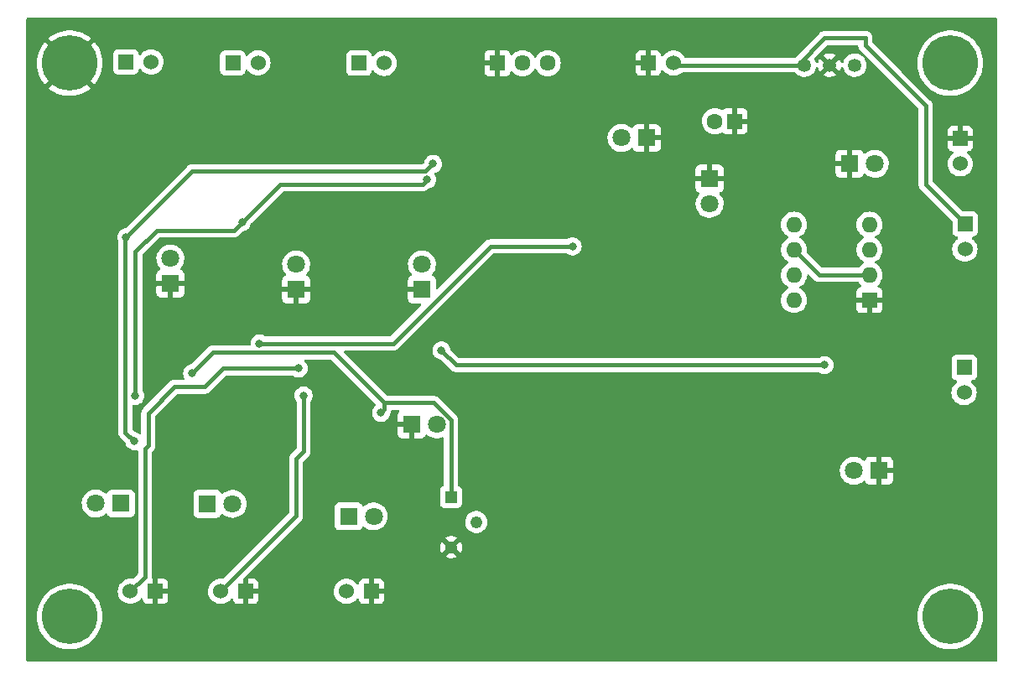
<source format=gbr>
%TF.GenerationSoftware,KiCad,Pcbnew,(6.0.8)*%
%TF.CreationDate,2023-01-11T11:43:19+01:00*%
%TF.ProjectId,TSAL,5453414c-2e6b-4696-9361-645f70636258,V1.0*%
%TF.SameCoordinates,Original*%
%TF.FileFunction,Copper,L2,Bot*%
%TF.FilePolarity,Positive*%
%FSLAX46Y46*%
G04 Gerber Fmt 4.6, Leading zero omitted, Abs format (unit mm)*
G04 Created by KiCad (PCBNEW (6.0.8)) date 2023-01-11 11:43:19*
%MOMM*%
%LPD*%
G01*
G04 APERTURE LIST*
%TA.AperFunction,ComponentPad*%
%ADD10R,1.800000X1.800000*%
%TD*%
%TA.AperFunction,ComponentPad*%
%ADD11C,1.800000*%
%TD*%
%TA.AperFunction,ComponentPad*%
%ADD12R,1.530000X1.530000*%
%TD*%
%TA.AperFunction,ComponentPad*%
%ADD13C,1.530000*%
%TD*%
%TA.AperFunction,ComponentPad*%
%ADD14C,5.600000*%
%TD*%
%TA.AperFunction,ComponentPad*%
%ADD15C,1.350000*%
%TD*%
%TA.AperFunction,ComponentPad*%
%ADD16R,1.600000X1.600000*%
%TD*%
%TA.AperFunction,ComponentPad*%
%ADD17O,1.600000X1.600000*%
%TD*%
%TA.AperFunction,ComponentPad*%
%ADD18C,1.600000*%
%TD*%
%TA.AperFunction,ComponentPad*%
%ADD19R,1.610000X1.610000*%
%TD*%
%TA.AperFunction,ComponentPad*%
%ADD20C,1.610000*%
%TD*%
%TA.AperFunction,ComponentPad*%
%ADD21R,1.217000X1.217000*%
%TD*%
%TA.AperFunction,ComponentPad*%
%ADD22C,1.217000*%
%TD*%
%TA.AperFunction,ViaPad*%
%ADD23C,0.800000*%
%TD*%
%TA.AperFunction,Conductor*%
%ADD24C,0.400000*%
%TD*%
G04 APERTURE END LIST*
D10*
%TO.P,D6,1,K*%
%TO.N,0*%
X90406399Y-66943603D03*
D11*
%TO.P,D6,2,A*%
%TO.N,Net-(D6-Pad2)*%
X92946399Y-66943603D03*
%TD*%
D12*
%TO.P,J10,1,1*%
%TO.N,+12V*%
X146263833Y-46719090D03*
D13*
%TO.P,J10,2,2*%
%TO.N,Net-(J10-Pad2)*%
X146263833Y-49259090D03*
%TD*%
D14*
%TO.P,,1*%
%TO.N,N/C*%
X144780000Y-86360000D03*
%TD*%
%TO.P,,1*%
%TO.N,N/C*%
X55880000Y-86360000D03*
%TD*%
D12*
%TO.P,J7,1,1*%
%TO.N,Net-(J7-Pad1)*%
X61558894Y-30351579D03*
D13*
%TO.P,J7,2,2*%
%TO.N,Net-(J7-Pad2)*%
X64098894Y-30351579D03*
%TD*%
D10*
%TO.P,D4,1,K*%
%TO.N,PreCharge*%
X84030846Y-76238995D03*
D11*
%TO.P,D4,2,A*%
%TO.N,Net-(D4-Pad2)*%
X86570846Y-76238995D03*
%TD*%
D12*
%TO.P,J1,1,1*%
%TO.N,0*%
X64546653Y-83810620D03*
D13*
%TO.P,J1,2,2*%
%TO.N,AIR 1*%
X62006653Y-83810620D03*
%TD*%
D10*
%TO.P,D10,1,K*%
%TO.N,0*%
X66044862Y-52755890D03*
D11*
%TO.P,D10,2,A*%
%TO.N,Net-(D10-Pad2)*%
X66044862Y-50215890D03*
%TD*%
D10*
%TO.P,D8,1,K*%
%TO.N,0*%
X134620000Y-40640000D03*
D11*
%TO.P,D8,2,A*%
%TO.N,Net-(D8-Pad2)*%
X137160000Y-40640000D03*
%TD*%
D12*
%TO.P,J5,1,1*%
%TO.N,Net-(J5-Pad1)*%
X85084997Y-30487668D03*
D13*
%TO.P,J5,2,2*%
%TO.N,Net-(J5-Pad2)*%
X87624997Y-30487668D03*
%TD*%
D12*
%TO.P,J9,1,1*%
%TO.N,0*%
X145788070Y-38100266D03*
D13*
%TO.P,J9,2,2*%
%TO.N,DC-Link In*%
X145788070Y-40640266D03*
%TD*%
D15*
%TO.P,PS1,1,+VIN*%
%TO.N,+12V*%
X130057680Y-30681500D03*
%TO.P,PS1,2,GND*%
%TO.N,0*%
X132597680Y-30681500D03*
%TO.P,PS1,3,+VOUT*%
%TO.N,+5V*%
X135137680Y-30681500D03*
%TD*%
D12*
%TO.P,J3,1,1*%
%TO.N,0*%
X86360000Y-83820000D03*
D13*
%TO.P,J3,2,2*%
%TO.N,PreCharge*%
X83820000Y-83820000D03*
%TD*%
D12*
%TO.P,J11,1,1*%
%TO.N,0*%
X114300000Y-30480000D03*
D13*
%TO.P,J11,2,2*%
%TO.N,+12V*%
X116840000Y-30480000D03*
%TD*%
D12*
%TO.P,J6,1,1*%
%TO.N,+12V*%
X146178220Y-61207727D03*
D13*
%TO.P,J6,2,2*%
%TO.N,Net-(J6-Pad2)*%
X146178220Y-63747727D03*
%TD*%
D10*
%TO.P,D2,1,K*%
%TO.N,0*%
X137581681Y-71632042D03*
D11*
%TO.P,D2,2,A*%
%TO.N,Net-(D2-Pad2)*%
X135041681Y-71632042D03*
%TD*%
D16*
%TO.P,TI1,1,GND*%
%TO.N,0*%
X136625790Y-54400453D03*
D17*
%TO.P,TI1,2,TRIGGER*%
%TO.N,Net-(C5-Pad2)*%
X136625790Y-51860453D03*
%TO.P,TI1,3,OUTPUT*%
%TO.N,Clign*%
X136625790Y-49320453D03*
%TO.P,TI1,4,RESET*%
%TO.N,DC-Link In*%
X136625790Y-46780453D03*
%TO.P,TI1,5,CONTROL_VOLTAGE*%
%TO.N,Net-(C6-Pad2)*%
X129005790Y-46780453D03*
%TO.P,TI1,6,THRESHOLD*%
%TO.N,Net-(C5-Pad2)*%
X129005790Y-49320453D03*
%TO.P,TI1,7,DISCHARGE*%
%TO.N,Net-(R23-Pad1)*%
X129005790Y-51860453D03*
%TO.P,TI1,8,+VCC*%
%TO.N,+5V*%
X129005790Y-54400453D03*
%TD*%
D14*
%TO.P,REF\u002A\u002A,1*%
%TO.N,0*%
X55880000Y-30480000D03*
%TD*%
D16*
%TO.P,C16,1*%
%TO.N,0*%
X123006657Y-36344142D03*
D18*
%TO.P,C16,2*%
%TO.N,+12V*%
X121006657Y-36344142D03*
%TD*%
D14*
%TO.P,,1*%
%TO.N,N/C*%
X144780000Y-30480000D03*
%TD*%
D10*
%TO.P,D1,1,K*%
%TO.N,AIR 1*%
X61048570Y-74944433D03*
D11*
%TO.P,D1,2,A*%
%TO.N,Net-(D1-Pad2)*%
X58508570Y-74944433D03*
%TD*%
D10*
%TO.P,D9,1,K*%
%TO.N,0*%
X91440000Y-53340000D03*
D11*
%TO.P,D9,2,A*%
%TO.N,Net-(D9-Pad2)*%
X91440000Y-50800000D03*
%TD*%
D10*
%TO.P,D5,1,K*%
%TO.N,0*%
X114129188Y-38029457D03*
D11*
%TO.P,D5,2,A*%
%TO.N,Net-(D5-Pad2)*%
X111589188Y-38029457D03*
%TD*%
D12*
%TO.P,J2,1,1*%
%TO.N,0*%
X73660000Y-83820000D03*
D13*
%TO.P,J2,2,2*%
%TO.N,AIR 2*%
X71120000Y-83820000D03*
%TD*%
D10*
%TO.P,D7,1,K*%
%TO.N,0*%
X120478110Y-42131084D03*
D11*
%TO.P,D7,2,A*%
%TO.N,Net-(D7-Pad2)*%
X120478110Y-44671084D03*
%TD*%
D10*
%TO.P,D11,1,K*%
%TO.N,0*%
X78740000Y-53340000D03*
D11*
%TO.P,D11,2,A*%
%TO.N,Net-(D11-Pad2)*%
X78740000Y-50800000D03*
%TD*%
D19*
%TO.P,J4,1,1*%
%TO.N,0*%
X99060000Y-30480000D03*
D20*
%TO.P,J4,2,2*%
%TO.N,+5V*%
X101600000Y-30480000D03*
%TO.P,J4,3,3*%
%TO.N,VoltageAIR*%
X104140000Y-30480000D03*
%TD*%
D12*
%TO.P,J8,1,1*%
%TO.N,Net-(J8-Pad1)*%
X72343000Y-30443334D03*
D13*
%TO.P,J8,2,2*%
%TO.N,Net-(J8-Pad2)*%
X74883000Y-30443334D03*
%TD*%
D10*
%TO.P,D3,1,K*%
%TO.N,AIR 2*%
X69788861Y-74980558D03*
D11*
%TO.P,D3,2,A*%
%TO.N,Net-(D3-Pad2)*%
X72328861Y-74980558D03*
%TD*%
D21*
%TO.P,RV1,1,CCW*%
%TO.N,+5V*%
X94382464Y-74272704D03*
D22*
%TO.P,RV1,2,WIPER*%
%TO.N,Net-(CP2-Pad3)*%
X96922464Y-76812704D03*
%TO.P,RV1,3,CW*%
%TO.N,0*%
X94382464Y-79352704D03*
%TD*%
D23*
%TO.N,0*%
X142240000Y-55880000D03*
X93678614Y-42831459D03*
X67900141Y-64691927D03*
X127028804Y-63728435D03*
X118378663Y-54538733D03*
X112721890Y-64636160D03*
%TO.N,+5V*%
X68249948Y-61790819D03*
X87311310Y-65787738D03*
%TO.N,AIR 1*%
X78989429Y-61305700D03*
%TO.N,AIR 2*%
X79488774Y-64032894D03*
%TO.N,Int AIR 2*%
X61577784Y-48058471D03*
X92559892Y-40650773D03*
X62398502Y-68647411D03*
%TO.N,Int PreCharge*%
X62519821Y-64071934D03*
X91967500Y-42238923D03*
X73275888Y-46549162D03*
%TO.N,Lightning cond*%
X93408065Y-59486834D03*
X132080000Y-60960000D03*
%TO.N,Net-(G11-Pad4)*%
X75049145Y-58789722D03*
X106655527Y-48977283D03*
%TD*%
D24*
%TO.N,+5V*%
X87636934Y-65462114D02*
X87636934Y-64763066D01*
X94382464Y-66541190D02*
X94382464Y-74272704D01*
X87636934Y-64763066D02*
X92604340Y-64763066D01*
X92604340Y-64763066D02*
X94382464Y-66541190D01*
X70358061Y-59682706D02*
X82556574Y-59682706D01*
X82556574Y-59682706D02*
X87636934Y-64763066D01*
X68249948Y-61790819D02*
X70358061Y-59682706D01*
X87311310Y-65787738D02*
X87636934Y-65462114D01*
%TO.N,Net-(C5-Pad2)*%
X136625790Y-51860453D02*
X131545790Y-51860453D01*
X131545790Y-51860453D02*
X129005790Y-49320453D01*
%TO.N,AIR 1*%
X71384016Y-61305700D02*
X69540279Y-63149437D01*
X63500000Y-82317273D02*
X61997273Y-83820000D01*
X66493552Y-63149437D02*
X63820639Y-65822350D01*
X63500000Y-69373359D02*
X63500000Y-82317273D01*
X63820639Y-69052720D02*
X63500000Y-69373359D01*
X78989429Y-61305700D02*
X71384016Y-61305700D01*
X69540279Y-63149437D02*
X66493552Y-63149437D01*
X63820639Y-65822350D02*
X63820639Y-69052720D01*
%TO.N,AIR 2*%
X79488774Y-69669704D02*
X78740000Y-70418478D01*
X78740000Y-70418478D02*
X78740000Y-76200000D01*
X79488774Y-64032894D02*
X79488774Y-69669704D01*
X78740000Y-76200000D02*
X71120000Y-83820000D01*
%TO.N,Int AIR 2*%
X92559892Y-40650773D02*
X91809949Y-41400716D01*
X91809949Y-41400716D02*
X68235539Y-41400716D01*
X61500962Y-67749871D02*
X61500962Y-48135293D01*
X61500962Y-48135293D02*
X61577784Y-48058471D01*
X62398502Y-68647411D02*
X61500962Y-67749871D01*
X68235539Y-41400716D02*
X61577784Y-48058471D01*
%TO.N,Int PreCharge*%
X91497382Y-42709041D02*
X77116009Y-42709041D01*
X77116009Y-42709041D02*
X73275888Y-46549162D01*
X64690746Y-47348098D02*
X72476952Y-47348098D01*
X72476952Y-47348098D02*
X73275888Y-46549162D01*
X62501309Y-64053422D02*
X62501309Y-49537535D01*
X62519821Y-64071934D02*
X62501309Y-64053422D01*
X62501309Y-49537535D02*
X64690746Y-47348098D01*
X91967500Y-42238923D02*
X91497382Y-42709041D01*
%TO.N,Lightning cond*%
X94881231Y-60960000D02*
X132080000Y-60960000D01*
X93408065Y-59486834D02*
X94881231Y-60960000D01*
%TO.N,+12V*%
X132080000Y-27940000D02*
X136162107Y-27940000D01*
X142297208Y-42752465D02*
X146263833Y-46719090D01*
X136190113Y-27911994D02*
X136190113Y-28682516D01*
X129338500Y-30681500D02*
X132080000Y-27940000D01*
X136162107Y-27940000D02*
X136190113Y-27911994D01*
X142297208Y-34789611D02*
X142297208Y-42752465D01*
X117041500Y-30681500D02*
X129338500Y-30681500D01*
X136190113Y-28682516D02*
X142297208Y-34789611D01*
%TO.N,Net-(G11-Pad4)*%
X88530278Y-58789722D02*
X75049145Y-58789722D01*
X88530278Y-58789722D02*
X98342717Y-48977283D01*
X106655527Y-48977283D02*
X98342717Y-48977283D01*
%TD*%
%TA.AperFunction,Conductor*%
%TO.N,0*%
G36*
X149493621Y-25928502D02*
G01*
X149540114Y-25982158D01*
X149551500Y-26034500D01*
X149551500Y-90805500D01*
X149531498Y-90873621D01*
X149477842Y-90920114D01*
X149425500Y-90931500D01*
X51634500Y-90931500D01*
X51566379Y-90911498D01*
X51519886Y-90857842D01*
X51508500Y-90805500D01*
X51508500Y-86348434D01*
X52566661Y-86348434D01*
X52584792Y-86706340D01*
X52585329Y-86709695D01*
X52585330Y-86709701D01*
X52590316Y-86740828D01*
X52641470Y-87060195D01*
X52736033Y-87405859D01*
X52867374Y-87739288D01*
X53033957Y-88056582D01*
X53035858Y-88059411D01*
X53035864Y-88059421D01*
X53219569Y-88332800D01*
X53233834Y-88354029D01*
X53464665Y-88628150D01*
X53723751Y-88875738D01*
X54008061Y-89093897D01*
X54040056Y-89113350D01*
X54311355Y-89278303D01*
X54311360Y-89278306D01*
X54314270Y-89280075D01*
X54317358Y-89281521D01*
X54317357Y-89281521D01*
X54635710Y-89430649D01*
X54635720Y-89430653D01*
X54638794Y-89432093D01*
X54642012Y-89433195D01*
X54642015Y-89433196D01*
X54974615Y-89547071D01*
X54974623Y-89547073D01*
X54977838Y-89548174D01*
X55327435Y-89626959D01*
X55379728Y-89632917D01*
X55680114Y-89667142D01*
X55680122Y-89667142D01*
X55683497Y-89667527D01*
X55686901Y-89667545D01*
X55686904Y-89667545D01*
X55881227Y-89668562D01*
X56041857Y-89669403D01*
X56045243Y-89669053D01*
X56045245Y-89669053D01*
X56394932Y-89632917D01*
X56394941Y-89632916D01*
X56398324Y-89632566D01*
X56401657Y-89631852D01*
X56401660Y-89631851D01*
X56574186Y-89594864D01*
X56748727Y-89557446D01*
X57088968Y-89444922D01*
X57415066Y-89296311D01*
X57509052Y-89240506D01*
X57720262Y-89115099D01*
X57720267Y-89115096D01*
X57723207Y-89113350D01*
X58009786Y-88898180D01*
X58271451Y-88653319D01*
X58505140Y-88381630D01*
X58611750Y-88226512D01*
X58706190Y-88089101D01*
X58706195Y-88089094D01*
X58708120Y-88086292D01*
X58709732Y-88083298D01*
X58709737Y-88083290D01*
X58876395Y-87773772D01*
X58878017Y-87770760D01*
X59012842Y-87438724D01*
X59023142Y-87402568D01*
X59043527Y-87331006D01*
X59111020Y-87094070D01*
X59171401Y-86740828D01*
X59173511Y-86706340D01*
X59193168Y-86384928D01*
X59193278Y-86383131D01*
X59193359Y-86360000D01*
X59192733Y-86348434D01*
X141466661Y-86348434D01*
X141484792Y-86706340D01*
X141485329Y-86709695D01*
X141485330Y-86709701D01*
X141490316Y-86740828D01*
X141541470Y-87060195D01*
X141636033Y-87405859D01*
X141767374Y-87739288D01*
X141933957Y-88056582D01*
X141935858Y-88059411D01*
X141935864Y-88059421D01*
X142119569Y-88332800D01*
X142133834Y-88354029D01*
X142364665Y-88628150D01*
X142623751Y-88875738D01*
X142908061Y-89093897D01*
X142940056Y-89113350D01*
X143211355Y-89278303D01*
X143211360Y-89278306D01*
X143214270Y-89280075D01*
X143217358Y-89281521D01*
X143217357Y-89281521D01*
X143535710Y-89430649D01*
X143535720Y-89430653D01*
X143538794Y-89432093D01*
X143542012Y-89433195D01*
X143542015Y-89433196D01*
X143874615Y-89547071D01*
X143874623Y-89547073D01*
X143877838Y-89548174D01*
X144227435Y-89626959D01*
X144279728Y-89632917D01*
X144580114Y-89667142D01*
X144580122Y-89667142D01*
X144583497Y-89667527D01*
X144586901Y-89667545D01*
X144586904Y-89667545D01*
X144781227Y-89668562D01*
X144941857Y-89669403D01*
X144945243Y-89669053D01*
X144945245Y-89669053D01*
X145294932Y-89632917D01*
X145294941Y-89632916D01*
X145298324Y-89632566D01*
X145301657Y-89631852D01*
X145301660Y-89631851D01*
X145474186Y-89594864D01*
X145648727Y-89557446D01*
X145988968Y-89444922D01*
X146315066Y-89296311D01*
X146409052Y-89240506D01*
X146620262Y-89115099D01*
X146620267Y-89115096D01*
X146623207Y-89113350D01*
X146909786Y-88898180D01*
X147171451Y-88653319D01*
X147405140Y-88381630D01*
X147511750Y-88226512D01*
X147606190Y-88089101D01*
X147606195Y-88089094D01*
X147608120Y-88086292D01*
X147609732Y-88083298D01*
X147609737Y-88083290D01*
X147776395Y-87773772D01*
X147778017Y-87770760D01*
X147912842Y-87438724D01*
X147923142Y-87402568D01*
X147943527Y-87331006D01*
X148011020Y-87094070D01*
X148071401Y-86740828D01*
X148073511Y-86706340D01*
X148093168Y-86384928D01*
X148093278Y-86383131D01*
X148093359Y-86360000D01*
X148073979Y-86002159D01*
X148016066Y-85648505D01*
X147920297Y-85303173D01*
X147917243Y-85295497D01*
X147811168Y-85028944D01*
X147787793Y-84970205D01*
X147713171Y-84829269D01*
X147621702Y-84656513D01*
X147621698Y-84656506D01*
X147620103Y-84653494D01*
X147419190Y-84356746D01*
X147187403Y-84083432D01*
X146927454Y-83836750D01*
X146642384Y-83619585D01*
X146639472Y-83617828D01*
X146639467Y-83617825D01*
X146338443Y-83436236D01*
X146338437Y-83436233D01*
X146335528Y-83434478D01*
X146010475Y-83283593D01*
X145721572Y-83185805D01*
X145674255Y-83169789D01*
X145674250Y-83169788D01*
X145671028Y-83168697D01*
X145470213Y-83124177D01*
X145324493Y-83091871D01*
X145324487Y-83091870D01*
X145321158Y-83091132D01*
X145317769Y-83090758D01*
X145317764Y-83090757D01*
X144968338Y-83052180D01*
X144968333Y-83052180D01*
X144964957Y-83051807D01*
X144961558Y-83051801D01*
X144961557Y-83051801D01*
X144792080Y-83051505D01*
X144606592Y-83051182D01*
X144493413Y-83063277D01*
X144253639Y-83088901D01*
X144253631Y-83088902D01*
X144250256Y-83089263D01*
X143900117Y-83165606D01*
X143560271Y-83279317D01*
X143557178Y-83280739D01*
X143557177Y-83280740D01*
X143550974Y-83283593D01*
X143234694Y-83429066D01*
X143231760Y-83430822D01*
X143231758Y-83430823D01*
X142952402Y-83598014D01*
X142927193Y-83613101D01*
X142924467Y-83615163D01*
X142924465Y-83615164D01*
X142646385Y-83825475D01*
X142641367Y-83829270D01*
X142380559Y-84075043D01*
X142378347Y-84077633D01*
X142378345Y-84077635D01*
X142375397Y-84081087D01*
X142147819Y-84347546D01*
X142145900Y-84350358D01*
X142145897Y-84350363D01*
X142081467Y-84444815D01*
X141945871Y-84643591D01*
X141777077Y-84959714D01*
X141643411Y-85292218D01*
X141642491Y-85295492D01*
X141642489Y-85295497D01*
X141640332Y-85303173D01*
X141546437Y-85637213D01*
X141487290Y-85990663D01*
X141466661Y-86348434D01*
X59192733Y-86348434D01*
X59173979Y-86002159D01*
X59116066Y-85648505D01*
X59020297Y-85303173D01*
X59017243Y-85295497D01*
X58911168Y-85028944D01*
X58887793Y-84970205D01*
X58813171Y-84829269D01*
X58721702Y-84656513D01*
X58721698Y-84656506D01*
X58720103Y-84653494D01*
X58519190Y-84356746D01*
X58287403Y-84083432D01*
X58027454Y-83836750D01*
X57742384Y-83619585D01*
X57739472Y-83617828D01*
X57739467Y-83617825D01*
X57438443Y-83436236D01*
X57438437Y-83436233D01*
X57435528Y-83434478D01*
X57110475Y-83283593D01*
X56821572Y-83185805D01*
X56774255Y-83169789D01*
X56774250Y-83169788D01*
X56771028Y-83168697D01*
X56570213Y-83124177D01*
X56424493Y-83091871D01*
X56424487Y-83091870D01*
X56421158Y-83091132D01*
X56417769Y-83090758D01*
X56417764Y-83090757D01*
X56068338Y-83052180D01*
X56068333Y-83052180D01*
X56064957Y-83051807D01*
X56061558Y-83051801D01*
X56061557Y-83051801D01*
X55892080Y-83051505D01*
X55706592Y-83051182D01*
X55593413Y-83063277D01*
X55353639Y-83088901D01*
X55353631Y-83088902D01*
X55350256Y-83089263D01*
X55000117Y-83165606D01*
X54660271Y-83279317D01*
X54657178Y-83280739D01*
X54657177Y-83280740D01*
X54650974Y-83283593D01*
X54334694Y-83429066D01*
X54331760Y-83430822D01*
X54331758Y-83430823D01*
X54052402Y-83598014D01*
X54027193Y-83613101D01*
X54024467Y-83615163D01*
X54024465Y-83615164D01*
X53746385Y-83825475D01*
X53741367Y-83829270D01*
X53480559Y-84075043D01*
X53478347Y-84077633D01*
X53478345Y-84077635D01*
X53475397Y-84081087D01*
X53247819Y-84347546D01*
X53245900Y-84350358D01*
X53245897Y-84350363D01*
X53181467Y-84444815D01*
X53045871Y-84643591D01*
X52877077Y-84959714D01*
X52743411Y-85292218D01*
X52742491Y-85295492D01*
X52742489Y-85295497D01*
X52740332Y-85303173D01*
X52646437Y-85637213D01*
X52587290Y-85990663D01*
X52566661Y-86348434D01*
X51508500Y-86348434D01*
X51508500Y-74909902D01*
X57095665Y-74909902D01*
X57095962Y-74915055D01*
X57095962Y-74915058D01*
X57103911Y-75052917D01*
X57108997Y-75141130D01*
X57110134Y-75146176D01*
X57110135Y-75146182D01*
X57133497Y-75249846D01*
X57159916Y-75367075D01*
X57161858Y-75371857D01*
X57161859Y-75371861D01*
X57244696Y-75575863D01*
X57247054Y-75581670D01*
X57368071Y-75779152D01*
X57519717Y-75954217D01*
X57697919Y-76102163D01*
X57897892Y-76219017D01*
X57902717Y-76220859D01*
X57902718Y-76220860D01*
X57917679Y-76226573D01*
X58114264Y-76301642D01*
X58119330Y-76302673D01*
X58119331Y-76302673D01*
X58145691Y-76308036D01*
X58341226Y-76347818D01*
X58470659Y-76352564D01*
X58567519Y-76356116D01*
X58567523Y-76356116D01*
X58572683Y-76356305D01*
X58577803Y-76355649D01*
X58577805Y-76355649D01*
X58651736Y-76346178D01*
X58802417Y-76326875D01*
X58807365Y-76325390D01*
X58807372Y-76325389D01*
X59019317Y-76261802D01*
X59024260Y-76260319D01*
X59034828Y-76255142D01*
X59227619Y-76160695D01*
X59227622Y-76160693D01*
X59232254Y-76158424D01*
X59420813Y-76023927D01*
X59461865Y-75983018D01*
X59465879Y-75979018D01*
X59528251Y-75945102D01*
X59599057Y-75950290D01*
X59655819Y-75992936D01*
X59672801Y-76024040D01*
X59697955Y-76091138D01*
X59785309Y-76207694D01*
X59901865Y-76295048D01*
X60038254Y-76346178D01*
X60100436Y-76352933D01*
X61996704Y-76352933D01*
X62058886Y-76346178D01*
X62195275Y-76295048D01*
X62311831Y-76207694D01*
X62399185Y-76091138D01*
X62450315Y-75954749D01*
X62457070Y-75892567D01*
X62457070Y-73996299D01*
X62450315Y-73934117D01*
X62399185Y-73797728D01*
X62311831Y-73681172D01*
X62195275Y-73593818D01*
X62058886Y-73542688D01*
X61996704Y-73535933D01*
X60100436Y-73535933D01*
X60038254Y-73542688D01*
X59901865Y-73593818D01*
X59785309Y-73681172D01*
X59697955Y-73797728D01*
X59694803Y-73806136D01*
X59694802Y-73806138D01*
X59674108Y-73861339D01*
X59631467Y-73918104D01*
X59564905Y-73942804D01*
X59495556Y-73927597D01*
X59472737Y-73911099D01*
X59472457Y-73910791D01*
X59409840Y-73861339D01*
X59294747Y-73770444D01*
X59294742Y-73770441D01*
X59290693Y-73767243D01*
X59286177Y-73764750D01*
X59286174Y-73764748D01*
X59092449Y-73657806D01*
X59092445Y-73657804D01*
X59087925Y-73655309D01*
X59083056Y-73653585D01*
X59083052Y-73653583D01*
X58874473Y-73579721D01*
X58874469Y-73579720D01*
X58869598Y-73577995D01*
X58864505Y-73577088D01*
X58864502Y-73577087D01*
X58646665Y-73538284D01*
X58646659Y-73538283D01*
X58641576Y-73537378D01*
X58568666Y-73536487D01*
X58415151Y-73534612D01*
X58415149Y-73534612D01*
X58409981Y-73534549D01*
X58181034Y-73569583D01*
X57960884Y-73641539D01*
X57956296Y-73643927D01*
X57956292Y-73643929D01*
X57801561Y-73724477D01*
X57755442Y-73748485D01*
X57751309Y-73751588D01*
X57751306Y-73751590D01*
X57574360Y-73884445D01*
X57570225Y-73887550D01*
X57410209Y-74054997D01*
X57279689Y-74246332D01*
X57182172Y-74456414D01*
X57120277Y-74679602D01*
X57095665Y-74909902D01*
X51508500Y-74909902D01*
X51508500Y-48058471D01*
X60664280Y-48058471D01*
X60664970Y-48065036D01*
X60681447Y-48221803D01*
X60684242Y-48248399D01*
X60743257Y-48430027D01*
X60775582Y-48486015D01*
X60792462Y-48549013D01*
X60792462Y-67720959D01*
X60792170Y-67729529D01*
X60788824Y-67778617D01*
X60788237Y-67787223D01*
X60789542Y-67794700D01*
X60789542Y-67794701D01*
X60799223Y-67850170D01*
X60800185Y-67856692D01*
X60807860Y-67920113D01*
X60810543Y-67927214D01*
X60811184Y-67929823D01*
X60815647Y-67946133D01*
X60816412Y-67948669D01*
X60817719Y-67956155D01*
X60820773Y-67963112D01*
X60843404Y-68014666D01*
X60845895Y-68020770D01*
X60868475Y-68080527D01*
X60872779Y-68086790D01*
X60874016Y-68089156D01*
X60882261Y-68103968D01*
X60883594Y-68106222D01*
X60886647Y-68113176D01*
X60891269Y-68119199D01*
X60925541Y-68163862D01*
X60929421Y-68169203D01*
X60961301Y-68215591D01*
X60961306Y-68215596D01*
X60965605Y-68221852D01*
X60971275Y-68226903D01*
X60971276Y-68226905D01*
X61012123Y-68263298D01*
X61017400Y-68268279D01*
X61463838Y-68714718D01*
X61497863Y-68777030D01*
X61500052Y-68790643D01*
X61504960Y-68837339D01*
X61563975Y-69018967D01*
X61659462Y-69184355D01*
X61787249Y-69326277D01*
X61792986Y-69330445D01*
X61927827Y-69428413D01*
X61941750Y-69438529D01*
X61947778Y-69441213D01*
X61947780Y-69441214D01*
X62110183Y-69513520D01*
X62116214Y-69516205D01*
X62205921Y-69535273D01*
X62296558Y-69554539D01*
X62296563Y-69554539D01*
X62303015Y-69555911D01*
X62493989Y-69555911D01*
X62500441Y-69554539D01*
X62500446Y-69554539D01*
X62578032Y-69538047D01*
X62639304Y-69525023D01*
X62710093Y-69530425D01*
X62766726Y-69573242D01*
X62791220Y-69639879D01*
X62791500Y-69648270D01*
X62791500Y-81971613D01*
X62771498Y-82039734D01*
X62754595Y-82060708D01*
X62302359Y-82512944D01*
X62240047Y-82546970D01*
X62202283Y-82549370D01*
X62012128Y-82532734D01*
X62006653Y-82532255D01*
X61784667Y-82551676D01*
X61648508Y-82588160D01*
X61574736Y-82607927D01*
X61574734Y-82607928D01*
X61569426Y-82609350D01*
X61564445Y-82611672D01*
X61564444Y-82611673D01*
X61372458Y-82701197D01*
X61372453Y-82701200D01*
X61367471Y-82703523D01*
X61184936Y-82831336D01*
X61027369Y-82988903D01*
X61024212Y-82993411D01*
X61024210Y-82993414D01*
X60983756Y-83051188D01*
X60899556Y-83171438D01*
X60897233Y-83176420D01*
X60897230Y-83176425D01*
X60847257Y-83283593D01*
X60805383Y-83373393D01*
X60803961Y-83378701D01*
X60803960Y-83378703D01*
X60801447Y-83388083D01*
X60747709Y-83588634D01*
X60728288Y-83810620D01*
X60747709Y-84032606D01*
X60805383Y-84247847D01*
X60807705Y-84252828D01*
X60807706Y-84252829D01*
X60897230Y-84444815D01*
X60897233Y-84444820D01*
X60899556Y-84449802D01*
X60902713Y-84454310D01*
X61023135Y-84626290D01*
X61027369Y-84632337D01*
X61184936Y-84789904D01*
X61189445Y-84793061D01*
X61189447Y-84793063D01*
X61241154Y-84829269D01*
X61367470Y-84917717D01*
X61372452Y-84920040D01*
X61372457Y-84920043D01*
X61564444Y-85009567D01*
X61569426Y-85011890D01*
X61574734Y-85013312D01*
X61574736Y-85013313D01*
X61601208Y-85020406D01*
X61784667Y-85069564D01*
X62006653Y-85088985D01*
X62228639Y-85069564D01*
X62412098Y-85020406D01*
X62438570Y-85013313D01*
X62438572Y-85013312D01*
X62443880Y-85011890D01*
X62448862Y-85009567D01*
X62640849Y-84920043D01*
X62640854Y-84920040D01*
X62645836Y-84917717D01*
X62772152Y-84829269D01*
X62823859Y-84793063D01*
X62823861Y-84793061D01*
X62828370Y-84789904D01*
X62985937Y-84632337D01*
X62990172Y-84626290D01*
X63044441Y-84548785D01*
X63099898Y-84504457D01*
X63170518Y-84497148D01*
X63233878Y-84529179D01*
X63269863Y-84590380D01*
X63273142Y-84616910D01*
X63273470Y-84616892D01*
X63274024Y-84627110D01*
X63279548Y-84677972D01*
X63283174Y-84693224D01*
X63328329Y-84813674D01*
X63336867Y-84829269D01*
X63413368Y-84931344D01*
X63425929Y-84943905D01*
X63528004Y-85020406D01*
X63543599Y-85028944D01*
X63664047Y-85074098D01*
X63679302Y-85077725D01*
X63730167Y-85083251D01*
X63736981Y-85083620D01*
X64274538Y-85083620D01*
X64289777Y-85079145D01*
X64290982Y-85077755D01*
X64292653Y-85070072D01*
X64292653Y-85065504D01*
X64800653Y-85065504D01*
X64805128Y-85080743D01*
X64806518Y-85081948D01*
X64814201Y-85083619D01*
X65356322Y-85083619D01*
X65363143Y-85083249D01*
X65414005Y-85077725D01*
X65429257Y-85074099D01*
X65549707Y-85028944D01*
X65565302Y-85020406D01*
X65667377Y-84943905D01*
X65679938Y-84931344D01*
X65756439Y-84829269D01*
X65764977Y-84813674D01*
X65810131Y-84693226D01*
X65813758Y-84677971D01*
X65819284Y-84627106D01*
X65819653Y-84620292D01*
X65819653Y-84082735D01*
X65815178Y-84067496D01*
X65813788Y-84066291D01*
X65806105Y-84064620D01*
X64818768Y-84064620D01*
X64803529Y-84069095D01*
X64802324Y-84070485D01*
X64800653Y-84078168D01*
X64800653Y-85065504D01*
X64292653Y-85065504D01*
X64292653Y-83820000D01*
X69841635Y-83820000D01*
X69861056Y-84041986D01*
X69874488Y-84092115D01*
X69916217Y-84247847D01*
X69918730Y-84257227D01*
X69921052Y-84262208D01*
X69921053Y-84262209D01*
X70010577Y-84454195D01*
X70010580Y-84454200D01*
X70012903Y-84459182D01*
X70044605Y-84504457D01*
X70136877Y-84636234D01*
X70140716Y-84641717D01*
X70298283Y-84799284D01*
X70302792Y-84802441D01*
X70302794Y-84802443D01*
X70354501Y-84838649D01*
X70480817Y-84927097D01*
X70485799Y-84929420D01*
X70485804Y-84929423D01*
X70662657Y-85011890D01*
X70682773Y-85021270D01*
X70688081Y-85022692D01*
X70688083Y-85022693D01*
X70714555Y-85029786D01*
X70898014Y-85078944D01*
X71120000Y-85098365D01*
X71341986Y-85078944D01*
X71525445Y-85029786D01*
X71551917Y-85022693D01*
X71551919Y-85022692D01*
X71557227Y-85021270D01*
X71577343Y-85011890D01*
X71754196Y-84929423D01*
X71754201Y-84929420D01*
X71759183Y-84927097D01*
X71885499Y-84838649D01*
X71937206Y-84802443D01*
X71937208Y-84802441D01*
X71941717Y-84799284D01*
X72099284Y-84641717D01*
X72103124Y-84636234D01*
X72157788Y-84558165D01*
X72213245Y-84513837D01*
X72283865Y-84506528D01*
X72347225Y-84538559D01*
X72383210Y-84599760D01*
X72386489Y-84626290D01*
X72386817Y-84626272D01*
X72387371Y-84636490D01*
X72392895Y-84687352D01*
X72396521Y-84702604D01*
X72441676Y-84823054D01*
X72450214Y-84838649D01*
X72526715Y-84940724D01*
X72539276Y-84953285D01*
X72641351Y-85029786D01*
X72656946Y-85038324D01*
X72777394Y-85083478D01*
X72792649Y-85087105D01*
X72843514Y-85092631D01*
X72850328Y-85093000D01*
X73387885Y-85093000D01*
X73403124Y-85088525D01*
X73404329Y-85087135D01*
X73406000Y-85079452D01*
X73406000Y-85074884D01*
X73914000Y-85074884D01*
X73918475Y-85090123D01*
X73919865Y-85091328D01*
X73927548Y-85092999D01*
X74469669Y-85092999D01*
X74476490Y-85092629D01*
X74527352Y-85087105D01*
X74542604Y-85083479D01*
X74663054Y-85038324D01*
X74678649Y-85029786D01*
X74780724Y-84953285D01*
X74793285Y-84940724D01*
X74869786Y-84838649D01*
X74878324Y-84823054D01*
X74923478Y-84702606D01*
X74927105Y-84687351D01*
X74932631Y-84636486D01*
X74933000Y-84629672D01*
X74933000Y-84092115D01*
X74928525Y-84076876D01*
X74927135Y-84075671D01*
X74919452Y-84074000D01*
X73932115Y-84074000D01*
X73916876Y-84078475D01*
X73915671Y-84079865D01*
X73914000Y-84087548D01*
X73914000Y-85074884D01*
X73406000Y-85074884D01*
X73406000Y-83820000D01*
X82541635Y-83820000D01*
X82561056Y-84041986D01*
X82574488Y-84092115D01*
X82616217Y-84247847D01*
X82618730Y-84257227D01*
X82621052Y-84262208D01*
X82621053Y-84262209D01*
X82710577Y-84454195D01*
X82710580Y-84454200D01*
X82712903Y-84459182D01*
X82744605Y-84504457D01*
X82836877Y-84636234D01*
X82840716Y-84641717D01*
X82998283Y-84799284D01*
X83002792Y-84802441D01*
X83002794Y-84802443D01*
X83054501Y-84838649D01*
X83180817Y-84927097D01*
X83185799Y-84929420D01*
X83185804Y-84929423D01*
X83362657Y-85011890D01*
X83382773Y-85021270D01*
X83388081Y-85022692D01*
X83388083Y-85022693D01*
X83414555Y-85029786D01*
X83598014Y-85078944D01*
X83820000Y-85098365D01*
X84041986Y-85078944D01*
X84225445Y-85029786D01*
X84251917Y-85022693D01*
X84251919Y-85022692D01*
X84257227Y-85021270D01*
X84277343Y-85011890D01*
X84454196Y-84929423D01*
X84454201Y-84929420D01*
X84459183Y-84927097D01*
X84585499Y-84838649D01*
X84637206Y-84802443D01*
X84637208Y-84802441D01*
X84641717Y-84799284D01*
X84799284Y-84641717D01*
X84803124Y-84636234D01*
X84857788Y-84558165D01*
X84913245Y-84513837D01*
X84983865Y-84506528D01*
X85047225Y-84538559D01*
X85083210Y-84599760D01*
X85086489Y-84626290D01*
X85086817Y-84626272D01*
X85087371Y-84636490D01*
X85092895Y-84687352D01*
X85096521Y-84702604D01*
X85141676Y-84823054D01*
X85150214Y-84838649D01*
X85226715Y-84940724D01*
X85239276Y-84953285D01*
X85341351Y-85029786D01*
X85356946Y-85038324D01*
X85477394Y-85083478D01*
X85492649Y-85087105D01*
X85543514Y-85092631D01*
X85550328Y-85093000D01*
X86087885Y-85093000D01*
X86103124Y-85088525D01*
X86104329Y-85087135D01*
X86106000Y-85079452D01*
X86106000Y-85074884D01*
X86614000Y-85074884D01*
X86618475Y-85090123D01*
X86619865Y-85091328D01*
X86627548Y-85092999D01*
X87169669Y-85092999D01*
X87176490Y-85092629D01*
X87227352Y-85087105D01*
X87242604Y-85083479D01*
X87363054Y-85038324D01*
X87378649Y-85029786D01*
X87480724Y-84953285D01*
X87493285Y-84940724D01*
X87569786Y-84838649D01*
X87578324Y-84823054D01*
X87623478Y-84702606D01*
X87627105Y-84687351D01*
X87632631Y-84636486D01*
X87633000Y-84629672D01*
X87633000Y-84092115D01*
X87628525Y-84076876D01*
X87627135Y-84075671D01*
X87619452Y-84074000D01*
X86632115Y-84074000D01*
X86616876Y-84078475D01*
X86615671Y-84079865D01*
X86614000Y-84087548D01*
X86614000Y-85074884D01*
X86106000Y-85074884D01*
X86106000Y-83547885D01*
X86614000Y-83547885D01*
X86618475Y-83563124D01*
X86619865Y-83564329D01*
X86627548Y-83566000D01*
X87614884Y-83566000D01*
X87630123Y-83561525D01*
X87631328Y-83560135D01*
X87632999Y-83552452D01*
X87632999Y-83010331D01*
X87632629Y-83003510D01*
X87627105Y-82952648D01*
X87623479Y-82937396D01*
X87578324Y-82816946D01*
X87569786Y-82801351D01*
X87493285Y-82699276D01*
X87480724Y-82686715D01*
X87378649Y-82610214D01*
X87363054Y-82601676D01*
X87242606Y-82556522D01*
X87227351Y-82552895D01*
X87176486Y-82547369D01*
X87169672Y-82547000D01*
X86632115Y-82547000D01*
X86616876Y-82551475D01*
X86615671Y-82552865D01*
X86614000Y-82560548D01*
X86614000Y-83547885D01*
X86106000Y-83547885D01*
X86106000Y-82565116D01*
X86101525Y-82549877D01*
X86100135Y-82548672D01*
X86092452Y-82547001D01*
X85550331Y-82547001D01*
X85543510Y-82547371D01*
X85492648Y-82552895D01*
X85477396Y-82556521D01*
X85356946Y-82601676D01*
X85341351Y-82610214D01*
X85239276Y-82686715D01*
X85226715Y-82699276D01*
X85150214Y-82801351D01*
X85141676Y-82816946D01*
X85096522Y-82937394D01*
X85092895Y-82952649D01*
X85087369Y-83003514D01*
X85086816Y-83013725D01*
X85085794Y-83013670D01*
X85066998Y-83077684D01*
X85013342Y-83124177D01*
X84943068Y-83134281D01*
X84878488Y-83104787D01*
X84857787Y-83081834D01*
X84802443Y-83002794D01*
X84802441Y-83002791D01*
X84799284Y-82998283D01*
X84641717Y-82840716D01*
X84634523Y-82835678D01*
X84497684Y-82739862D01*
X84459183Y-82712903D01*
X84454201Y-82710580D01*
X84454196Y-82710577D01*
X84262209Y-82621053D01*
X84262208Y-82621053D01*
X84257227Y-82618730D01*
X84251919Y-82617308D01*
X84251917Y-82617307D01*
X84185536Y-82599520D01*
X84041986Y-82561056D01*
X83820000Y-82541635D01*
X83598014Y-82561056D01*
X83454464Y-82599520D01*
X83388083Y-82617307D01*
X83388081Y-82617308D01*
X83382773Y-82618730D01*
X83377792Y-82621052D01*
X83377791Y-82621053D01*
X83185805Y-82710577D01*
X83185800Y-82710580D01*
X83180818Y-82712903D01*
X83142317Y-82739862D01*
X83005478Y-82835678D01*
X82998283Y-82840716D01*
X82840716Y-82998283D01*
X82837559Y-83002791D01*
X82837557Y-83002794D01*
X82803671Y-83051188D01*
X82712903Y-83180818D01*
X82710580Y-83185800D01*
X82710577Y-83185805D01*
X82664978Y-83283593D01*
X82618730Y-83382773D01*
X82617308Y-83388081D01*
X82617307Y-83388083D01*
X82599520Y-83454465D01*
X82561056Y-83598014D01*
X82541635Y-83820000D01*
X73406000Y-83820000D01*
X73406000Y-83547885D01*
X73914000Y-83547885D01*
X73918475Y-83563124D01*
X73919865Y-83564329D01*
X73927548Y-83566000D01*
X74914884Y-83566000D01*
X74930123Y-83561525D01*
X74931328Y-83560135D01*
X74932999Y-83552452D01*
X74932999Y-83010331D01*
X74932629Y-83003510D01*
X74927105Y-82952648D01*
X74923479Y-82937396D01*
X74878324Y-82816946D01*
X74869786Y-82801351D01*
X74793285Y-82699276D01*
X74780724Y-82686715D01*
X74678649Y-82610214D01*
X74663054Y-82601676D01*
X74542606Y-82556522D01*
X74527351Y-82552895D01*
X74476486Y-82547369D01*
X74469672Y-82547000D01*
X73932115Y-82547000D01*
X73916876Y-82551475D01*
X73915671Y-82552865D01*
X73914000Y-82560548D01*
X73914000Y-83547885D01*
X73406000Y-83547885D01*
X73406000Y-82588160D01*
X73426002Y-82520039D01*
X73442905Y-82499065D01*
X75641845Y-80300126D01*
X93799402Y-80300126D01*
X93809284Y-80312616D01*
X93842630Y-80334897D01*
X93852740Y-80340387D01*
X94030667Y-80416830D01*
X94041599Y-80420382D01*
X94230468Y-80463118D01*
X94241882Y-80464621D01*
X94435379Y-80472223D01*
X94446861Y-80471621D01*
X94638508Y-80443834D01*
X94649691Y-80441150D01*
X94833063Y-80378903D01*
X94843566Y-80374227D01*
X94956742Y-80310846D01*
X94966604Y-80300771D01*
X94963649Y-80293099D01*
X94395276Y-79724726D01*
X94381332Y-79717112D01*
X94379499Y-79717243D01*
X94372884Y-79721494D01*
X93805598Y-80288780D01*
X93799402Y-80300126D01*
X75641845Y-80300126D01*
X76005028Y-79936943D01*
X76612853Y-79329118D01*
X93261943Y-79329118D01*
X93274608Y-79522343D01*
X93276409Y-79533713D01*
X93324074Y-79721396D01*
X93327915Y-79732243D01*
X93408987Y-79908103D01*
X93414736Y-79918060D01*
X93422153Y-79928555D01*
X93432742Y-79936943D01*
X93446043Y-79929915D01*
X94010442Y-79365516D01*
X94016820Y-79353836D01*
X94746872Y-79353836D01*
X94747003Y-79355669D01*
X94751254Y-79362284D01*
X95318944Y-79929974D01*
X95331324Y-79936734D01*
X95337904Y-79931808D01*
X95403987Y-79813806D01*
X95408663Y-79803303D01*
X95470910Y-79619931D01*
X95473594Y-79608748D01*
X95501677Y-79415061D01*
X95502307Y-79407679D01*
X95503650Y-79356408D01*
X95503407Y-79349009D01*
X95485500Y-79154123D01*
X95483402Y-79142802D01*
X95430841Y-78956436D01*
X95426716Y-78945689D01*
X95341349Y-78772581D01*
X95333404Y-78766620D01*
X95320987Y-78773391D01*
X94754486Y-79339892D01*
X94746872Y-79353836D01*
X94016820Y-79353836D01*
X94018056Y-79351572D01*
X94017925Y-79349739D01*
X94013674Y-79343124D01*
X93444713Y-78774163D01*
X93432333Y-78767403D01*
X93426367Y-78771869D01*
X93349223Y-78918496D01*
X93344820Y-78929129D01*
X93287396Y-79114061D01*
X93285006Y-79125305D01*
X93262244Y-79317617D01*
X93261943Y-79329118D01*
X76612853Y-79329118D01*
X77536794Y-78405177D01*
X93799049Y-78405177D01*
X93802535Y-78413565D01*
X94369652Y-78980682D01*
X94383596Y-78988296D01*
X94385429Y-78988165D01*
X94392044Y-78983914D01*
X94958908Y-78417050D01*
X94965668Y-78404670D01*
X94959638Y-78396615D01*
X94896400Y-78356715D01*
X94886152Y-78351494D01*
X94706289Y-78279736D01*
X94695262Y-78276469D01*
X94505337Y-78238691D01*
X94493891Y-78237488D01*
X94300271Y-78234954D01*
X94288791Y-78235857D01*
X94097945Y-78268650D01*
X94086837Y-78271627D01*
X93905158Y-78338651D01*
X93894776Y-78343603D01*
X93808647Y-78394844D01*
X93799049Y-78405177D01*
X77536794Y-78405177D01*
X78754842Y-77187129D01*
X82622346Y-77187129D01*
X82629101Y-77249311D01*
X82680231Y-77385700D01*
X82767585Y-77502256D01*
X82884141Y-77589610D01*
X83020530Y-77640740D01*
X83082712Y-77647495D01*
X84978980Y-77647495D01*
X85041162Y-77640740D01*
X85177551Y-77589610D01*
X85294107Y-77502256D01*
X85381461Y-77385700D01*
X85406026Y-77320173D01*
X85448668Y-77263409D01*
X85515229Y-77238709D01*
X85584578Y-77253916D01*
X85604493Y-77267459D01*
X85669570Y-77321487D01*
X85760195Y-77396725D01*
X85960168Y-77513579D01*
X86176540Y-77596204D01*
X86181606Y-77597235D01*
X86181607Y-77597235D01*
X86224325Y-77605926D01*
X86403502Y-77642380D01*
X86532935Y-77647126D01*
X86629795Y-77650678D01*
X86629799Y-77650678D01*
X86634959Y-77650867D01*
X86640079Y-77650211D01*
X86640081Y-77650211D01*
X86714012Y-77640740D01*
X86864693Y-77621437D01*
X86869641Y-77619952D01*
X86869648Y-77619951D01*
X87081593Y-77556364D01*
X87086536Y-77554881D01*
X87091170Y-77552611D01*
X87289895Y-77455257D01*
X87289898Y-77455255D01*
X87294530Y-77452986D01*
X87483089Y-77318489D01*
X87647149Y-77155000D01*
X87782304Y-76966912D01*
X87827687Y-76875087D01*
X87873031Y-76783339D01*
X95801063Y-76783339D01*
X95814490Y-76988190D01*
X95865023Y-77187164D01*
X95950970Y-77373596D01*
X96069452Y-77541245D01*
X96073586Y-77545272D01*
X96181309Y-77650211D01*
X96216502Y-77684495D01*
X96221298Y-77687700D01*
X96221301Y-77687702D01*
X96289847Y-77733503D01*
X96387194Y-77798548D01*
X96392497Y-77800826D01*
X96392500Y-77800828D01*
X96570506Y-77877305D01*
X96575813Y-77879585D01*
X96649481Y-77896254D01*
X96770405Y-77923617D01*
X96770410Y-77923618D01*
X96776042Y-77924892D01*
X96781813Y-77925119D01*
X96781815Y-77925119D01*
X96842976Y-77927522D01*
X96981174Y-77932952D01*
X97082757Y-77918223D01*
X97178626Y-77904323D01*
X97178631Y-77904322D01*
X97184340Y-77903494D01*
X97189804Y-77901639D01*
X97189809Y-77901638D01*
X97373263Y-77839364D01*
X97373268Y-77839362D01*
X97378735Y-77837506D01*
X97454031Y-77795338D01*
X97552812Y-77740018D01*
X97552816Y-77740015D01*
X97557850Y-77737196D01*
X97562287Y-77733505D01*
X97562291Y-77733503D01*
X97711248Y-77609617D01*
X97715686Y-77605926D01*
X97756906Y-77556364D01*
X97843263Y-77452531D01*
X97843265Y-77452527D01*
X97846956Y-77448090D01*
X97849775Y-77443056D01*
X97849778Y-77443052D01*
X97944443Y-77274016D01*
X97944443Y-77274015D01*
X97947266Y-77268975D01*
X97949122Y-77263508D01*
X97949124Y-77263503D01*
X98011398Y-77080049D01*
X98011399Y-77080044D01*
X98013254Y-77074580D01*
X98014082Y-77068871D01*
X98014083Y-77068866D01*
X98042179Y-76875087D01*
X98042712Y-76871414D01*
X98044249Y-76812704D01*
X98025465Y-76608275D01*
X98006946Y-76542612D01*
X97971311Y-76416257D01*
X97971309Y-76416252D01*
X97969741Y-76410692D01*
X97966140Y-76403388D01*
X97881497Y-76231752D01*
X97878943Y-76226573D01*
X97804785Y-76127263D01*
X97759566Y-76066707D01*
X97759565Y-76066706D01*
X97756113Y-76062083D01*
X97698712Y-76009022D01*
X97609604Y-75926652D01*
X97609602Y-75926650D01*
X97605363Y-75922732D01*
X97552139Y-75889150D01*
X97436624Y-75816265D01*
X97436623Y-75816265D01*
X97431744Y-75813186D01*
X97426384Y-75811048D01*
X97426381Y-75811046D01*
X97246432Y-75739254D01*
X97241068Y-75737114D01*
X97235408Y-75735988D01*
X97235404Y-75735987D01*
X97045389Y-75698191D01*
X97045387Y-75698191D01*
X97039722Y-75697064D01*
X97033947Y-75696988D01*
X97033943Y-75696988D01*
X96931386Y-75695646D01*
X96834450Y-75694377D01*
X96828753Y-75695356D01*
X96828752Y-75695356D01*
X96637815Y-75728165D01*
X96637812Y-75728166D01*
X96632125Y-75729143D01*
X96439523Y-75800197D01*
X96396714Y-75825666D01*
X96268063Y-75902205D01*
X96268060Y-75902207D01*
X96263095Y-75905161D01*
X96108750Y-76040518D01*
X96105175Y-76045053D01*
X96105174Y-76045054D01*
X95999584Y-76178995D01*
X95981656Y-76201736D01*
X95978965Y-76206852D01*
X95978963Y-76206854D01*
X95896811Y-76363000D01*
X95886070Y-76383415D01*
X95883271Y-76392430D01*
X95835638Y-76545835D01*
X95825193Y-76579472D01*
X95801063Y-76783339D01*
X87873031Y-76783339D01*
X87882630Y-76763917D01*
X87882631Y-76763915D01*
X87884924Y-76759275D01*
X87952254Y-76537666D01*
X87982486Y-76308036D01*
X87982769Y-76296444D01*
X87984091Y-76242360D01*
X87984091Y-76242356D01*
X87984173Y-76238995D01*
X87973138Y-76104773D01*
X87965619Y-76013313D01*
X87965618Y-76013307D01*
X87965195Y-76008162D01*
X87935301Y-75889150D01*
X87910030Y-75788539D01*
X87910029Y-75788535D01*
X87908771Y-75783528D01*
X87885124Y-75729143D01*
X87818476Y-75575863D01*
X87818474Y-75575860D01*
X87816416Y-75571126D01*
X87690610Y-75376660D01*
X87686244Y-75371861D01*
X87601955Y-75279229D01*
X87534733Y-75205353D01*
X87530682Y-75202154D01*
X87530678Y-75202150D01*
X87357023Y-75065006D01*
X87357018Y-75065003D01*
X87352969Y-75061805D01*
X87348453Y-75059312D01*
X87348450Y-75059310D01*
X87154725Y-74952368D01*
X87154721Y-74952366D01*
X87150201Y-74949871D01*
X87145332Y-74948147D01*
X87145328Y-74948145D01*
X86936749Y-74874283D01*
X86936745Y-74874282D01*
X86931874Y-74872557D01*
X86926781Y-74871650D01*
X86926778Y-74871649D01*
X86708941Y-74832846D01*
X86708935Y-74832845D01*
X86703852Y-74831940D01*
X86630942Y-74831049D01*
X86477427Y-74829174D01*
X86477425Y-74829174D01*
X86472257Y-74829111D01*
X86243310Y-74864145D01*
X86023160Y-74936101D01*
X86018572Y-74938489D01*
X86018568Y-74938491D01*
X85902487Y-74998919D01*
X85817718Y-75043047D01*
X85813585Y-75046150D01*
X85813582Y-75046152D01*
X85680355Y-75146182D01*
X85632501Y-75182112D01*
X85615016Y-75200409D01*
X85553492Y-75235839D01*
X85482579Y-75232382D01*
X85424793Y-75191136D01*
X85405940Y-75157587D01*
X85384614Y-75100700D01*
X85384613Y-75100698D01*
X85381461Y-75092290D01*
X85294107Y-74975734D01*
X85177551Y-74888380D01*
X85041162Y-74837250D01*
X84978980Y-74830495D01*
X83082712Y-74830495D01*
X83020530Y-74837250D01*
X82884141Y-74888380D01*
X82767585Y-74975734D01*
X82680231Y-75092290D01*
X82629101Y-75228679D01*
X82622346Y-75290861D01*
X82622346Y-77187129D01*
X78754842Y-77187129D01*
X79220528Y-76721443D01*
X79226793Y-76715589D01*
X79264664Y-76682552D01*
X79264665Y-76682551D01*
X79270385Y-76677561D01*
X79307136Y-76625271D01*
X79311028Y-76620029D01*
X79350476Y-76569718D01*
X79353600Y-76562799D01*
X79354988Y-76560507D01*
X79363357Y-76545835D01*
X79364622Y-76543475D01*
X79368990Y-76537261D01*
X79392203Y-76477723D01*
X79394759Y-76471642D01*
X79417918Y-76420352D01*
X79421045Y-76413427D01*
X79422430Y-76405954D01*
X79423234Y-76403388D01*
X79427855Y-76387165D01*
X79428520Y-76384573D01*
X79431282Y-76377491D01*
X79436512Y-76337767D01*
X79439622Y-76314139D01*
X79440654Y-76307623D01*
X79450911Y-76252281D01*
X79452295Y-76244814D01*
X79449550Y-76197197D01*
X79448709Y-76182620D01*
X79448500Y-76175367D01*
X79448500Y-70764139D01*
X79468502Y-70696018D01*
X79485405Y-70675043D01*
X79717325Y-70443124D01*
X79969310Y-70191139D01*
X79975575Y-70185286D01*
X80013438Y-70152256D01*
X80013439Y-70152255D01*
X80019159Y-70147265D01*
X80055910Y-70094975D01*
X80059802Y-70089733D01*
X80099250Y-70039422D01*
X80102374Y-70032503D01*
X80103762Y-70030211D01*
X80112131Y-70015539D01*
X80113396Y-70013179D01*
X80117764Y-70006965D01*
X80121068Y-69998492D01*
X80140976Y-69947429D01*
X80143533Y-69941346D01*
X80166692Y-69890056D01*
X80169819Y-69883131D01*
X80171204Y-69875658D01*
X80172008Y-69873092D01*
X80176629Y-69856869D01*
X80177294Y-69854277D01*
X80180056Y-69847195D01*
X80188396Y-69783843D01*
X80189428Y-69777327D01*
X80199685Y-69721985D01*
X80201069Y-69714518D01*
X80197483Y-69652324D01*
X80197274Y-69645071D01*
X80197274Y-67888272D01*
X88998400Y-67888272D01*
X88998770Y-67895093D01*
X89004294Y-67945955D01*
X89007920Y-67961207D01*
X89053075Y-68081657D01*
X89061613Y-68097252D01*
X89138114Y-68199327D01*
X89150675Y-68211888D01*
X89252750Y-68288389D01*
X89268345Y-68296927D01*
X89388793Y-68342081D01*
X89404048Y-68345708D01*
X89454913Y-68351234D01*
X89461727Y-68351603D01*
X90134284Y-68351603D01*
X90149523Y-68347128D01*
X90150728Y-68345738D01*
X90152399Y-68338055D01*
X90152399Y-67215718D01*
X90147924Y-67200479D01*
X90146534Y-67199274D01*
X90138851Y-67197603D01*
X89016515Y-67197603D01*
X89001276Y-67202078D01*
X89000071Y-67203468D01*
X88998400Y-67211151D01*
X88998400Y-67888272D01*
X80197274Y-67888272D01*
X80197274Y-64651638D01*
X80217276Y-64583517D01*
X80221338Y-64577577D01*
X80223395Y-64574746D01*
X80227814Y-64569838D01*
X80323301Y-64404450D01*
X80382316Y-64222822D01*
X80385341Y-64194046D01*
X80401588Y-64039459D01*
X80402278Y-64032894D01*
X80396196Y-63975026D01*
X80383006Y-63849529D01*
X80383006Y-63849527D01*
X80382316Y-63842966D01*
X80323301Y-63661338D01*
X80227814Y-63495950D01*
X80100027Y-63354028D01*
X79945526Y-63241776D01*
X79939498Y-63239092D01*
X79939496Y-63239091D01*
X79777093Y-63166785D01*
X79777092Y-63166785D01*
X79771062Y-63164100D01*
X79677662Y-63144247D01*
X79590718Y-63125766D01*
X79590713Y-63125766D01*
X79584261Y-63124394D01*
X79393287Y-63124394D01*
X79386835Y-63125766D01*
X79386830Y-63125766D01*
X79299886Y-63144247D01*
X79206486Y-63164100D01*
X79200456Y-63166785D01*
X79200455Y-63166785D01*
X79038052Y-63239091D01*
X79038050Y-63239092D01*
X79032022Y-63241776D01*
X78877521Y-63354028D01*
X78749734Y-63495950D01*
X78654247Y-63661338D01*
X78595232Y-63842966D01*
X78594542Y-63849527D01*
X78594542Y-63849529D01*
X78581352Y-63975026D01*
X78575270Y-64032894D01*
X78575960Y-64039459D01*
X78592208Y-64194046D01*
X78595232Y-64222822D01*
X78654247Y-64404450D01*
X78749734Y-64569838D01*
X78754153Y-64574746D01*
X78756210Y-64577577D01*
X78780069Y-64644445D01*
X78780274Y-64651638D01*
X78780274Y-69324044D01*
X78760272Y-69392165D01*
X78743369Y-69413139D01*
X78259480Y-69897028D01*
X78253215Y-69902882D01*
X78209615Y-69940917D01*
X78172872Y-69993197D01*
X78168939Y-69998492D01*
X78129524Y-70048760D01*
X78126401Y-70055676D01*
X78125017Y-70057962D01*
X78116643Y-70072643D01*
X78115378Y-70075003D01*
X78111010Y-70081217D01*
X78108250Y-70088296D01*
X78108249Y-70088298D01*
X78087798Y-70140753D01*
X78085247Y-70146822D01*
X78058955Y-70205051D01*
X78057571Y-70212518D01*
X78056770Y-70215073D01*
X78052141Y-70231326D01*
X78051478Y-70233906D01*
X78048718Y-70240987D01*
X78047727Y-70248518D01*
X78047726Y-70248520D01*
X78040379Y-70304330D01*
X78039348Y-70310837D01*
X78027704Y-70373664D01*
X78028141Y-70381244D01*
X78028141Y-70381245D01*
X78031291Y-70435870D01*
X78031500Y-70443124D01*
X78031500Y-75854340D01*
X78011498Y-75922461D01*
X77994595Y-75943435D01*
X71415706Y-82522324D01*
X71353394Y-82556350D01*
X71315630Y-82558750D01*
X71125475Y-82542114D01*
X71120000Y-82541635D01*
X70898014Y-82561056D01*
X70754464Y-82599520D01*
X70688083Y-82617307D01*
X70688081Y-82617308D01*
X70682773Y-82618730D01*
X70677792Y-82621052D01*
X70677791Y-82621053D01*
X70485805Y-82710577D01*
X70485800Y-82710580D01*
X70480818Y-82712903D01*
X70442317Y-82739862D01*
X70305478Y-82835678D01*
X70298283Y-82840716D01*
X70140716Y-82998283D01*
X70137559Y-83002791D01*
X70137557Y-83002794D01*
X70103671Y-83051188D01*
X70012903Y-83180818D01*
X70010580Y-83185800D01*
X70010577Y-83185805D01*
X69964978Y-83283593D01*
X69918730Y-83382773D01*
X69917308Y-83388081D01*
X69917307Y-83388083D01*
X69899520Y-83454465D01*
X69861056Y-83598014D01*
X69841635Y-83820000D01*
X64292653Y-83820000D01*
X64292653Y-83538505D01*
X64800653Y-83538505D01*
X64805128Y-83553744D01*
X64806518Y-83554949D01*
X64814201Y-83556620D01*
X65801537Y-83556620D01*
X65816776Y-83552145D01*
X65817981Y-83550755D01*
X65819652Y-83543072D01*
X65819652Y-83000951D01*
X65819282Y-82994130D01*
X65813758Y-82943268D01*
X65810132Y-82928016D01*
X65764977Y-82807566D01*
X65756439Y-82791971D01*
X65679938Y-82689896D01*
X65667377Y-82677335D01*
X65565302Y-82600834D01*
X65549707Y-82592296D01*
X65429259Y-82547142D01*
X65414004Y-82543515D01*
X65363139Y-82537989D01*
X65356325Y-82537620D01*
X64818768Y-82537620D01*
X64803529Y-82542095D01*
X64802324Y-82543485D01*
X64800653Y-82551168D01*
X64800653Y-83538505D01*
X64292653Y-83538505D01*
X64292653Y-82555736D01*
X64288178Y-82540497D01*
X64270187Y-82524908D01*
X64240670Y-82508790D01*
X64206645Y-82446478D01*
X64205875Y-82396733D01*
X64210912Y-82369555D01*
X64210912Y-82369554D01*
X64212296Y-82362087D01*
X64208709Y-82299881D01*
X64208500Y-82292627D01*
X64208500Y-75928692D01*
X68380361Y-75928692D01*
X68387116Y-75990874D01*
X68438246Y-76127263D01*
X68525600Y-76243819D01*
X68642156Y-76331173D01*
X68778545Y-76382303D01*
X68840727Y-76389058D01*
X70736995Y-76389058D01*
X70799177Y-76382303D01*
X70935566Y-76331173D01*
X71052122Y-76243819D01*
X71139476Y-76127263D01*
X71164041Y-76061736D01*
X71206683Y-76004972D01*
X71273244Y-75980272D01*
X71342593Y-75995479D01*
X71362508Y-76009022D01*
X71451290Y-76082730D01*
X71518210Y-76138288D01*
X71718183Y-76255142D01*
X71723008Y-76256984D01*
X71723009Y-76256985D01*
X71797526Y-76285441D01*
X71934555Y-76337767D01*
X71939621Y-76338798D01*
X71939622Y-76338798D01*
X71980089Y-76347031D01*
X72161517Y-76383943D01*
X72290950Y-76388689D01*
X72387810Y-76392241D01*
X72387814Y-76392241D01*
X72392974Y-76392430D01*
X72398094Y-76391774D01*
X72398096Y-76391774D01*
X72472027Y-76382303D01*
X72622708Y-76363000D01*
X72627656Y-76361515D01*
X72627663Y-76361514D01*
X72839608Y-76297927D01*
X72844551Y-76296444D01*
X72858395Y-76289662D01*
X73047910Y-76196820D01*
X73047913Y-76196818D01*
X73052545Y-76194549D01*
X73241104Y-76060052D01*
X73405164Y-75896563D01*
X73540319Y-75708475D01*
X73605356Y-75576883D01*
X73640645Y-75505480D01*
X73640646Y-75505478D01*
X73642939Y-75500838D01*
X73710269Y-75279229D01*
X73740501Y-75049599D01*
X73740661Y-75043047D01*
X73742106Y-74983923D01*
X73742106Y-74983919D01*
X73742188Y-74980558D01*
X73730044Y-74832846D01*
X73723634Y-74754876D01*
X73723633Y-74754870D01*
X73723210Y-74749725D01*
X73666786Y-74525091D01*
X73639087Y-74461387D01*
X73576491Y-74317426D01*
X73576489Y-74317423D01*
X73574431Y-74312689D01*
X73448625Y-74118223D01*
X73292748Y-73946916D01*
X73288697Y-73943717D01*
X73288693Y-73943713D01*
X73115038Y-73806569D01*
X73115033Y-73806566D01*
X73110984Y-73803368D01*
X73106468Y-73800875D01*
X73106465Y-73800873D01*
X72912740Y-73693931D01*
X72912736Y-73693929D01*
X72908216Y-73691434D01*
X72903347Y-73689710D01*
X72903343Y-73689708D01*
X72694764Y-73615846D01*
X72694760Y-73615845D01*
X72689889Y-73614120D01*
X72684796Y-73613213D01*
X72684793Y-73613212D01*
X72466956Y-73574409D01*
X72466950Y-73574408D01*
X72461867Y-73573503D01*
X72388957Y-73572612D01*
X72235442Y-73570737D01*
X72235440Y-73570737D01*
X72230272Y-73570674D01*
X72001325Y-73605708D01*
X71781175Y-73677664D01*
X71776587Y-73680052D01*
X71776583Y-73680054D01*
X71580322Y-73782221D01*
X71575733Y-73784610D01*
X71571600Y-73787713D01*
X71571597Y-73787715D01*
X71394651Y-73920570D01*
X71390516Y-73923675D01*
X71380537Y-73934117D01*
X71373031Y-73941972D01*
X71311507Y-73977402D01*
X71240594Y-73973945D01*
X71182808Y-73932699D01*
X71163955Y-73899150D01*
X71142629Y-73842263D01*
X71142628Y-73842261D01*
X71139476Y-73833853D01*
X71052122Y-73717297D01*
X70935566Y-73629943D01*
X70799177Y-73578813D01*
X70736995Y-73572058D01*
X68840727Y-73572058D01*
X68778545Y-73578813D01*
X68642156Y-73629943D01*
X68525600Y-73717297D01*
X68438246Y-73833853D01*
X68387116Y-73970242D01*
X68380361Y-74032424D01*
X68380361Y-75928692D01*
X64208500Y-75928692D01*
X64208500Y-69719019D01*
X64228502Y-69650898D01*
X64245405Y-69629924D01*
X64301159Y-69574170D01*
X64307424Y-69568316D01*
X64321644Y-69555911D01*
X64351024Y-69530281D01*
X64387768Y-69478000D01*
X64391700Y-69472706D01*
X64426430Y-69428413D01*
X64431115Y-69422438D01*
X64434238Y-69415522D01*
X64435622Y-69413236D01*
X64443996Y-69398555D01*
X64445261Y-69396195D01*
X64449629Y-69389981D01*
X64472842Y-69330443D01*
X64475398Y-69324362D01*
X64498557Y-69273072D01*
X64501684Y-69266147D01*
X64503068Y-69258680D01*
X64503869Y-69256125D01*
X64508498Y-69239872D01*
X64509161Y-69237292D01*
X64511921Y-69230211D01*
X64520261Y-69166859D01*
X64521292Y-69160352D01*
X64531551Y-69105000D01*
X64532935Y-69097534D01*
X64529348Y-69035328D01*
X64529139Y-69028074D01*
X64529139Y-66168010D01*
X64549141Y-66099889D01*
X64566044Y-66078915D01*
X66750117Y-63894842D01*
X66812429Y-63860816D01*
X66839212Y-63857937D01*
X69511367Y-63857937D01*
X69519937Y-63858229D01*
X69570055Y-63861646D01*
X69570059Y-63861646D01*
X69577631Y-63862162D01*
X69585108Y-63860857D01*
X69585109Y-63860857D01*
X69611587Y-63856236D01*
X69640582Y-63851175D01*
X69647100Y-63850214D01*
X69710521Y-63842539D01*
X69717622Y-63839856D01*
X69720231Y-63839215D01*
X69736541Y-63834752D01*
X69739077Y-63833987D01*
X69746563Y-63832680D01*
X69805079Y-63806993D01*
X69811183Y-63804502D01*
X69863827Y-63784610D01*
X69863828Y-63784609D01*
X69870935Y-63781924D01*
X69877198Y-63777620D01*
X69879564Y-63776383D01*
X69894376Y-63768138D01*
X69896630Y-63766805D01*
X69903584Y-63763752D01*
X69954281Y-63724850D01*
X69959611Y-63720978D01*
X70005999Y-63689098D01*
X70006004Y-63689093D01*
X70012260Y-63684794D01*
X70053715Y-63638266D01*
X70058695Y-63632991D01*
X71640581Y-62051105D01*
X71702893Y-62017079D01*
X71729676Y-62014200D01*
X78378024Y-62014200D01*
X78446145Y-62034202D01*
X78452085Y-62038264D01*
X78532677Y-62096818D01*
X78538705Y-62099502D01*
X78538707Y-62099503D01*
X78679921Y-62162375D01*
X78707141Y-62174494D01*
X78800542Y-62194347D01*
X78887485Y-62212828D01*
X78887490Y-62212828D01*
X78893942Y-62214200D01*
X79084916Y-62214200D01*
X79091368Y-62212828D01*
X79091373Y-62212828D01*
X79178316Y-62194347D01*
X79271717Y-62174494D01*
X79298937Y-62162375D01*
X79440151Y-62099503D01*
X79440153Y-62099502D01*
X79446181Y-62096818D01*
X79475954Y-62075187D01*
X79559894Y-62014200D01*
X79600682Y-61984566D01*
X79705188Y-61868500D01*
X79724050Y-61847552D01*
X79724051Y-61847551D01*
X79728469Y-61842644D01*
X79823956Y-61677256D01*
X79882971Y-61495628D01*
X79884124Y-61484664D01*
X79902243Y-61312265D01*
X79902933Y-61305700D01*
X79882971Y-61115772D01*
X79823956Y-60934144D01*
X79728469Y-60768756D01*
X79662967Y-60696008D01*
X79605104Y-60631745D01*
X79605103Y-60631744D01*
X79600682Y-60626834D01*
X79590093Y-60619140D01*
X79546741Y-60562919D01*
X79540666Y-60492183D01*
X79573798Y-60429391D01*
X79635618Y-60394480D01*
X79664156Y-60391206D01*
X82210914Y-60391206D01*
X82279035Y-60411208D01*
X82300009Y-60428111D01*
X86758326Y-64886428D01*
X86792352Y-64948740D01*
X86787287Y-65019555D01*
X86743293Y-65077458D01*
X86705404Y-65104987D01*
X86700057Y-65108872D01*
X86572270Y-65250794D01*
X86476783Y-65416182D01*
X86417768Y-65597810D01*
X86417078Y-65604371D01*
X86417078Y-65604373D01*
X86405481Y-65714718D01*
X86397806Y-65787738D01*
X86398496Y-65794303D01*
X86410175Y-65905418D01*
X86417768Y-65977666D01*
X86476783Y-66159294D01*
X86480086Y-66165016D01*
X86480087Y-66165017D01*
X86506366Y-66210534D01*
X86572270Y-66324682D01*
X86576688Y-66329589D01*
X86576689Y-66329590D01*
X86695635Y-66461693D01*
X86700057Y-66466604D01*
X86799153Y-66538602D01*
X86836609Y-66565815D01*
X86854558Y-66578856D01*
X86860586Y-66581540D01*
X86860588Y-66581541D01*
X87022991Y-66653847D01*
X87029022Y-66656532D01*
X87122423Y-66676385D01*
X87209366Y-66694866D01*
X87209371Y-66694866D01*
X87215823Y-66696238D01*
X87406797Y-66696238D01*
X87413249Y-66694866D01*
X87413254Y-66694866D01*
X87500197Y-66676385D01*
X87593598Y-66656532D01*
X87599629Y-66653847D01*
X87762032Y-66581541D01*
X87762034Y-66581540D01*
X87768062Y-66578856D01*
X87786012Y-66565815D01*
X87823467Y-66538602D01*
X87922563Y-66466604D01*
X87926985Y-66461693D01*
X88045931Y-66329590D01*
X88045932Y-66329589D01*
X88050350Y-66324682D01*
X88116254Y-66210534D01*
X88142533Y-66165017D01*
X88142534Y-66165016D01*
X88145837Y-66159294D01*
X88189360Y-66025344D01*
X88202812Y-65983945D01*
X88202812Y-65983943D01*
X88204852Y-65977666D01*
X88212176Y-65907985D01*
X88238331Y-65843411D01*
X88242725Y-65837807D01*
X88247410Y-65831832D01*
X88250533Y-65824916D01*
X88251917Y-65822630D01*
X88260291Y-65807949D01*
X88261556Y-65805589D01*
X88265924Y-65799375D01*
X88289137Y-65739837D01*
X88291693Y-65733756D01*
X88300290Y-65714718D01*
X88317979Y-65675541D01*
X88319363Y-65668074D01*
X88320164Y-65665519D01*
X88324793Y-65649266D01*
X88325456Y-65646686D01*
X88328216Y-65639605D01*
X88329827Y-65627373D01*
X88335916Y-65581119D01*
X88364639Y-65516192D01*
X88423904Y-65477101D01*
X88460838Y-65471566D01*
X89050237Y-65471566D01*
X89118358Y-65491568D01*
X89164851Y-65545224D01*
X89174955Y-65615498D01*
X89145461Y-65680078D01*
X89139332Y-65686661D01*
X89138114Y-65687879D01*
X89061613Y-65789954D01*
X89053075Y-65805549D01*
X89007921Y-65925997D01*
X89004294Y-65941252D01*
X88998768Y-65992117D01*
X88998399Y-65998931D01*
X88998399Y-66671488D01*
X89002874Y-66686727D01*
X89004264Y-66687932D01*
X89011947Y-66689603D01*
X90534399Y-66689603D01*
X90602520Y-66709605D01*
X90649013Y-66763261D01*
X90660399Y-66815603D01*
X90660399Y-68333487D01*
X90664874Y-68348726D01*
X90666264Y-68349931D01*
X90673947Y-68351602D01*
X91351068Y-68351602D01*
X91357889Y-68351232D01*
X91408751Y-68345708D01*
X91424003Y-68342082D01*
X91544453Y-68296927D01*
X91560048Y-68288389D01*
X91662123Y-68211888D01*
X91674684Y-68199327D01*
X91751185Y-68097252D01*
X91759723Y-68081657D01*
X91781172Y-68024443D01*
X91823814Y-67967678D01*
X91890376Y-67942979D01*
X91959724Y-67958187D01*
X91979639Y-67971729D01*
X92135748Y-68101333D01*
X92335721Y-68218187D01*
X92340546Y-68220029D01*
X92340547Y-68220030D01*
X92358551Y-68226905D01*
X92552093Y-68300812D01*
X92557159Y-68301843D01*
X92557160Y-68301843D01*
X92610245Y-68312643D01*
X92779055Y-68346988D01*
X92909723Y-68351779D01*
X93005348Y-68355286D01*
X93005352Y-68355286D01*
X93010512Y-68355475D01*
X93015632Y-68354819D01*
X93015634Y-68354819D01*
X93115067Y-68342081D01*
X93240246Y-68326045D01*
X93245194Y-68324560D01*
X93245201Y-68324559D01*
X93457146Y-68260972D01*
X93462089Y-68259489D01*
X93466722Y-68257219D01*
X93466728Y-68257217D01*
X93492531Y-68244576D01*
X93562505Y-68232569D01*
X93627862Y-68260299D01*
X93667852Y-68318962D01*
X93673964Y-68357727D01*
X93673964Y-73071264D01*
X93653962Y-73139385D01*
X93600306Y-73185878D01*
X93592193Y-73189246D01*
X93535669Y-73210436D01*
X93535668Y-73210437D01*
X93527259Y-73213589D01*
X93410703Y-73300943D01*
X93323349Y-73417499D01*
X93272219Y-73553888D01*
X93265464Y-73616070D01*
X93265464Y-74929338D01*
X93272219Y-74991520D01*
X93323349Y-75127909D01*
X93410703Y-75244465D01*
X93527259Y-75331819D01*
X93663648Y-75382949D01*
X93725830Y-75389704D01*
X95039098Y-75389704D01*
X95101280Y-75382949D01*
X95237669Y-75331819D01*
X95354225Y-75244465D01*
X95441579Y-75127909D01*
X95492709Y-74991520D01*
X95499464Y-74929338D01*
X95499464Y-73616070D01*
X95492709Y-73553888D01*
X95441579Y-73417499D01*
X95354225Y-73300943D01*
X95237669Y-73213589D01*
X95229260Y-73210437D01*
X95229259Y-73210436D01*
X95172735Y-73189246D01*
X95115970Y-73146605D01*
X95091270Y-73080043D01*
X95090964Y-73071264D01*
X95090964Y-71597511D01*
X133628776Y-71597511D01*
X133642108Y-71828739D01*
X133643245Y-71833785D01*
X133643246Y-71833791D01*
X133658075Y-71899590D01*
X133693027Y-72054684D01*
X133694969Y-72059466D01*
X133694970Y-72059470D01*
X133778221Y-72264492D01*
X133780165Y-72269279D01*
X133901182Y-72466761D01*
X134052828Y-72641826D01*
X134231030Y-72789772D01*
X134431003Y-72906626D01*
X134647375Y-72989251D01*
X134652441Y-72990282D01*
X134652442Y-72990282D01*
X134705527Y-73001082D01*
X134874337Y-73035427D01*
X135005005Y-73040218D01*
X135100630Y-73043725D01*
X135100634Y-73043725D01*
X135105794Y-73043914D01*
X135110914Y-73043258D01*
X135110916Y-73043258D01*
X135210349Y-73030520D01*
X135335528Y-73014484D01*
X135340476Y-73012999D01*
X135340483Y-73012998D01*
X135552428Y-72949411D01*
X135557371Y-72947928D01*
X135637917Y-72908469D01*
X135760730Y-72848304D01*
X135760733Y-72848302D01*
X135765365Y-72846033D01*
X135953924Y-72711536D01*
X135957579Y-72707894D01*
X135957587Y-72707887D01*
X135999378Y-72666241D01*
X136061749Y-72632324D01*
X136132556Y-72637512D01*
X136189318Y-72680158D01*
X136206300Y-72711260D01*
X136228358Y-72770098D01*
X136236895Y-72785691D01*
X136313396Y-72887766D01*
X136325957Y-72900327D01*
X136428032Y-72976828D01*
X136443627Y-72985366D01*
X136564075Y-73030520D01*
X136579330Y-73034147D01*
X136630195Y-73039673D01*
X136637009Y-73040042D01*
X137309566Y-73040042D01*
X137324805Y-73035567D01*
X137326010Y-73034177D01*
X137327681Y-73026494D01*
X137327681Y-73021926D01*
X137835681Y-73021926D01*
X137840156Y-73037165D01*
X137841546Y-73038370D01*
X137849229Y-73040041D01*
X138526350Y-73040041D01*
X138533171Y-73039671D01*
X138584033Y-73034147D01*
X138599285Y-73030521D01*
X138719735Y-72985366D01*
X138735330Y-72976828D01*
X138837405Y-72900327D01*
X138849966Y-72887766D01*
X138926467Y-72785691D01*
X138935005Y-72770096D01*
X138980159Y-72649648D01*
X138983786Y-72634393D01*
X138989312Y-72583528D01*
X138989681Y-72576714D01*
X138989681Y-71904157D01*
X138985206Y-71888918D01*
X138983816Y-71887713D01*
X138976133Y-71886042D01*
X137853796Y-71886042D01*
X137838557Y-71890517D01*
X137837352Y-71891907D01*
X137835681Y-71899590D01*
X137835681Y-73021926D01*
X137327681Y-73021926D01*
X137327681Y-71359927D01*
X137835681Y-71359927D01*
X137840156Y-71375166D01*
X137841546Y-71376371D01*
X137849229Y-71378042D01*
X138971565Y-71378042D01*
X138986804Y-71373567D01*
X138988009Y-71372177D01*
X138989680Y-71364494D01*
X138989680Y-70687373D01*
X138989310Y-70680552D01*
X138983786Y-70629690D01*
X138980160Y-70614438D01*
X138935005Y-70493988D01*
X138926467Y-70478393D01*
X138849966Y-70376318D01*
X138837405Y-70363757D01*
X138735330Y-70287256D01*
X138719735Y-70278718D01*
X138599287Y-70233564D01*
X138584032Y-70229937D01*
X138533167Y-70224411D01*
X138526353Y-70224042D01*
X137853796Y-70224042D01*
X137838557Y-70228517D01*
X137837352Y-70229907D01*
X137835681Y-70237590D01*
X137835681Y-71359927D01*
X137327681Y-71359927D01*
X137327681Y-70242158D01*
X137323206Y-70226919D01*
X137321816Y-70225714D01*
X137314133Y-70224043D01*
X136637012Y-70224043D01*
X136630191Y-70224413D01*
X136579329Y-70229937D01*
X136564077Y-70233563D01*
X136443627Y-70278718D01*
X136428032Y-70287256D01*
X136325957Y-70363757D01*
X136313396Y-70376318D01*
X136236895Y-70478393D01*
X136228356Y-70493990D01*
X136207615Y-70549317D01*
X136164974Y-70606082D01*
X136098412Y-70630782D01*
X136029064Y-70615575D01*
X136006069Y-70598951D01*
X136005568Y-70598400D01*
X135943418Y-70549317D01*
X135827858Y-70458053D01*
X135827853Y-70458050D01*
X135823804Y-70454852D01*
X135819288Y-70452359D01*
X135819285Y-70452357D01*
X135625560Y-70345415D01*
X135625556Y-70345413D01*
X135621036Y-70342918D01*
X135616167Y-70341194D01*
X135616163Y-70341192D01*
X135407584Y-70267330D01*
X135407580Y-70267329D01*
X135402709Y-70265604D01*
X135397616Y-70264697D01*
X135397613Y-70264696D01*
X135179776Y-70225893D01*
X135179770Y-70225892D01*
X135174687Y-70224987D01*
X135097325Y-70224042D01*
X134948262Y-70222221D01*
X134948260Y-70222221D01*
X134943092Y-70222158D01*
X134714145Y-70257192D01*
X134493995Y-70329148D01*
X134489407Y-70331536D01*
X134489403Y-70331538D01*
X134393917Y-70381245D01*
X134288553Y-70436094D01*
X134284420Y-70439197D01*
X134284417Y-70439199D01*
X134137754Y-70549317D01*
X134103336Y-70575159D01*
X134099764Y-70578897D01*
X133987841Y-70696018D01*
X133943320Y-70742606D01*
X133812800Y-70933941D01*
X133715283Y-71144023D01*
X133653388Y-71367211D01*
X133628776Y-71597511D01*
X95090964Y-71597511D01*
X95090964Y-66570102D01*
X95091256Y-66561532D01*
X95094673Y-66511414D01*
X95094673Y-66511410D01*
X95095189Y-66503838D01*
X95084202Y-66440887D01*
X95083240Y-66434365D01*
X95076478Y-66378488D01*
X95075566Y-66370948D01*
X95072883Y-66363847D01*
X95072242Y-66361238D01*
X95067779Y-66344928D01*
X95067014Y-66342392D01*
X95065707Y-66334906D01*
X95040020Y-66276390D01*
X95037529Y-66270286D01*
X95017637Y-66217642D01*
X95017636Y-66217641D01*
X95014951Y-66210534D01*
X95010647Y-66204271D01*
X95009410Y-66201905D01*
X95001165Y-66187093D01*
X94999832Y-66184839D01*
X94996779Y-66177885D01*
X94957877Y-66127188D01*
X94954005Y-66121858D01*
X94922125Y-66075470D01*
X94922120Y-66075465D01*
X94917821Y-66069209D01*
X94871293Y-66027754D01*
X94866018Y-66022774D01*
X93125790Y-64282546D01*
X93119936Y-64276281D01*
X93101632Y-64255299D01*
X93081901Y-64232681D01*
X93029620Y-64195937D01*
X93024326Y-64192005D01*
X92980033Y-64157275D01*
X92974058Y-64152590D01*
X92967142Y-64149467D01*
X92964856Y-64148083D01*
X92950175Y-64139709D01*
X92947815Y-64138444D01*
X92941601Y-64134076D01*
X92934522Y-64131316D01*
X92934520Y-64131315D01*
X92882065Y-64110864D01*
X92875996Y-64108313D01*
X92817767Y-64082021D01*
X92810300Y-64080637D01*
X92807745Y-64079836D01*
X92791492Y-64075207D01*
X92788912Y-64074544D01*
X92781831Y-64071784D01*
X92774300Y-64070793D01*
X92774298Y-64070792D01*
X92744679Y-64066893D01*
X92718479Y-64063444D01*
X92711981Y-64062414D01*
X92649154Y-64050770D01*
X92641574Y-64051207D01*
X92641573Y-64051207D01*
X92586948Y-64054357D01*
X92579694Y-64054566D01*
X87982594Y-64054566D01*
X87914473Y-64034564D01*
X87893499Y-64017661D01*
X87623565Y-63747727D01*
X144899855Y-63747727D01*
X144919276Y-63969713D01*
X144944115Y-64062413D01*
X144964827Y-64139709D01*
X144976950Y-64184954D01*
X144979272Y-64189935D01*
X144979273Y-64189936D01*
X145068797Y-64381922D01*
X145068800Y-64381927D01*
X145071123Y-64386909D01*
X145198936Y-64569444D01*
X145356503Y-64727011D01*
X145539037Y-64854824D01*
X145544019Y-64857147D01*
X145544024Y-64857150D01*
X145717502Y-64938043D01*
X145740993Y-64948997D01*
X145746301Y-64950419D01*
X145746303Y-64950420D01*
X145803109Y-64965641D01*
X145956234Y-65006671D01*
X146178220Y-65026092D01*
X146400206Y-65006671D01*
X146553331Y-64965641D01*
X146610137Y-64950420D01*
X146610139Y-64950419D01*
X146615447Y-64948997D01*
X146638938Y-64938043D01*
X146812416Y-64857150D01*
X146812421Y-64857147D01*
X146817403Y-64854824D01*
X146999937Y-64727011D01*
X147157504Y-64569444D01*
X147285317Y-64386909D01*
X147287640Y-64381927D01*
X147287643Y-64381922D01*
X147377167Y-64189936D01*
X147377168Y-64189935D01*
X147379490Y-64184954D01*
X147391614Y-64139709D01*
X147412325Y-64062413D01*
X147437164Y-63969713D01*
X147456585Y-63747727D01*
X147437164Y-63525741D01*
X147379490Y-63310500D01*
X147377167Y-63305518D01*
X147287643Y-63113532D01*
X147287640Y-63113527D01*
X147285317Y-63108545D01*
X147157504Y-62926010D01*
X146999937Y-62768443D01*
X146917101Y-62710440D01*
X146872773Y-62654982D01*
X146865464Y-62584363D01*
X146897495Y-62521003D01*
X146958697Y-62485018D01*
X146984562Y-62481821D01*
X146984540Y-62481411D01*
X146987938Y-62481227D01*
X146991354Y-62481227D01*
X147053536Y-62474472D01*
X147189925Y-62423342D01*
X147306481Y-62335988D01*
X147393835Y-62219432D01*
X147444965Y-62083043D01*
X147451720Y-62020861D01*
X147451720Y-60394593D01*
X147444965Y-60332411D01*
X147393835Y-60196022D01*
X147306481Y-60079466D01*
X147189925Y-59992112D01*
X147053536Y-59940982D01*
X146991354Y-59934227D01*
X145365086Y-59934227D01*
X145302904Y-59940982D01*
X145166515Y-59992112D01*
X145049959Y-60079466D01*
X144962605Y-60196022D01*
X144911475Y-60332411D01*
X144904720Y-60394593D01*
X144904720Y-62020861D01*
X144911475Y-62083043D01*
X144962605Y-62219432D01*
X145049959Y-62335988D01*
X145166515Y-62423342D01*
X145302904Y-62474472D01*
X145365086Y-62481227D01*
X145368502Y-62481227D01*
X145371900Y-62481411D01*
X145371834Y-62482626D01*
X145435189Y-62501229D01*
X145481682Y-62554885D01*
X145491786Y-62625159D01*
X145462292Y-62689739D01*
X145439339Y-62710440D01*
X145356503Y-62768443D01*
X145198936Y-62926010D01*
X145071123Y-63108545D01*
X145068800Y-63113527D01*
X145068797Y-63113532D01*
X144979273Y-63305518D01*
X144976950Y-63310500D01*
X144919276Y-63525741D01*
X144899855Y-63747727D01*
X87623565Y-63747727D01*
X83589155Y-59713317D01*
X83555129Y-59651005D01*
X83560194Y-59580190D01*
X83602741Y-59523354D01*
X83669261Y-59498543D01*
X83678250Y-59498222D01*
X88501366Y-59498222D01*
X88509936Y-59498514D01*
X88560054Y-59501931D01*
X88560058Y-59501931D01*
X88567630Y-59502447D01*
X88575107Y-59501142D01*
X88575108Y-59501142D01*
X88619473Y-59493399D01*
X88630581Y-59491460D01*
X88637099Y-59490499D01*
X88667384Y-59486834D01*
X92494561Y-59486834D01*
X92514523Y-59676762D01*
X92573538Y-59858390D01*
X92669025Y-60023778D01*
X92673443Y-60028685D01*
X92673444Y-60028686D01*
X92728502Y-60089834D01*
X92796812Y-60165700D01*
X92850119Y-60204430D01*
X92914622Y-60251294D01*
X92951313Y-60277952D01*
X92957341Y-60280636D01*
X92957343Y-60280637D01*
X93091275Y-60340267D01*
X93125777Y-60355628D01*
X93262476Y-60384684D01*
X93278634Y-60388119D01*
X93341532Y-60422271D01*
X93853404Y-60934144D01*
X94359788Y-61440528D01*
X94365642Y-61446793D01*
X94403670Y-61490385D01*
X94455960Y-61527136D01*
X94461202Y-61531028D01*
X94511513Y-61570476D01*
X94518432Y-61573600D01*
X94520724Y-61574988D01*
X94535396Y-61583357D01*
X94537756Y-61584622D01*
X94543970Y-61588990D01*
X94551049Y-61591750D01*
X94551051Y-61591751D01*
X94603506Y-61612202D01*
X94609575Y-61614753D01*
X94667804Y-61641045D01*
X94675277Y-61642430D01*
X94677843Y-61643234D01*
X94694066Y-61647855D01*
X94696658Y-61648520D01*
X94703740Y-61651282D01*
X94711275Y-61652274D01*
X94767092Y-61659622D01*
X94773608Y-61660654D01*
X94812001Y-61667770D01*
X94836417Y-61672295D01*
X94843997Y-61671858D01*
X94843998Y-61671858D01*
X94898611Y-61668709D01*
X94905864Y-61668500D01*
X131468595Y-61668500D01*
X131536716Y-61688502D01*
X131542656Y-61692564D01*
X131623248Y-61751118D01*
X131629276Y-61753802D01*
X131629278Y-61753803D01*
X131791681Y-61826109D01*
X131797712Y-61828794D01*
X131885961Y-61847552D01*
X131978056Y-61867128D01*
X131978061Y-61867128D01*
X131984513Y-61868500D01*
X132175487Y-61868500D01*
X132181939Y-61867128D01*
X132181944Y-61867128D01*
X132274039Y-61847552D01*
X132362288Y-61828794D01*
X132368319Y-61826109D01*
X132530722Y-61753803D01*
X132530724Y-61753802D01*
X132536752Y-61751118D01*
X132691253Y-61638866D01*
X132715261Y-61612202D01*
X132814621Y-61501852D01*
X132814622Y-61501851D01*
X132819040Y-61496944D01*
X132914527Y-61331556D01*
X132973542Y-61149928D01*
X132977942Y-61108070D01*
X132992814Y-60966565D01*
X132993504Y-60960000D01*
X132986098Y-60889534D01*
X132974232Y-60776635D01*
X132974232Y-60776633D01*
X132973542Y-60770072D01*
X132914527Y-60588444D01*
X132819040Y-60423056D01*
X132792955Y-60394085D01*
X132695675Y-60286045D01*
X132695674Y-60286044D01*
X132691253Y-60281134D01*
X132536752Y-60168882D01*
X132530724Y-60166198D01*
X132530722Y-60166197D01*
X132368319Y-60093891D01*
X132368318Y-60093891D01*
X132362288Y-60091206D01*
X132268888Y-60071353D01*
X132181944Y-60052872D01*
X132181939Y-60052872D01*
X132175487Y-60051500D01*
X131984513Y-60051500D01*
X131978061Y-60052872D01*
X131978056Y-60052872D01*
X131891112Y-60071353D01*
X131797712Y-60091206D01*
X131791682Y-60093891D01*
X131791681Y-60093891D01*
X131629278Y-60166197D01*
X131629276Y-60166198D01*
X131623248Y-60168882D01*
X131617907Y-60172762D01*
X131617906Y-60172763D01*
X131542656Y-60227436D01*
X131475789Y-60251294D01*
X131468595Y-60251500D01*
X95226891Y-60251500D01*
X95158770Y-60231498D01*
X95137796Y-60214595D01*
X94342730Y-59419529D01*
X94308704Y-59357217D01*
X94306515Y-59343604D01*
X94302297Y-59303471D01*
X94302297Y-59303469D01*
X94301607Y-59296906D01*
X94295644Y-59278552D01*
X94254855Y-59153020D01*
X94242592Y-59115278D01*
X94212990Y-59064005D01*
X94165603Y-58981930D01*
X94147105Y-58949890D01*
X94019318Y-58807968D01*
X93864817Y-58695716D01*
X93858789Y-58693032D01*
X93858787Y-58693031D01*
X93696384Y-58620725D01*
X93696383Y-58620725D01*
X93690353Y-58618040D01*
X93596952Y-58598187D01*
X93510009Y-58579706D01*
X93510004Y-58579706D01*
X93503552Y-58578334D01*
X93312578Y-58578334D01*
X93306126Y-58579706D01*
X93306121Y-58579706D01*
X93219178Y-58598187D01*
X93125777Y-58618040D01*
X93119747Y-58620725D01*
X93119746Y-58620725D01*
X92957343Y-58693031D01*
X92957341Y-58693032D01*
X92951313Y-58695716D01*
X92796812Y-58807968D01*
X92669025Y-58949890D01*
X92650527Y-58981930D01*
X92603141Y-59064005D01*
X92573538Y-59115278D01*
X92514523Y-59296906D01*
X92513833Y-59303467D01*
X92513833Y-59303469D01*
X92509615Y-59343604D01*
X92494561Y-59486834D01*
X88667384Y-59486834D01*
X88700520Y-59482824D01*
X88707621Y-59480141D01*
X88710230Y-59479500D01*
X88726540Y-59475037D01*
X88729076Y-59474272D01*
X88736562Y-59472965D01*
X88795078Y-59447278D01*
X88801182Y-59444787D01*
X88853826Y-59424895D01*
X88853827Y-59424894D01*
X88860934Y-59422209D01*
X88867197Y-59417905D01*
X88869563Y-59416668D01*
X88884375Y-59408423D01*
X88886629Y-59407090D01*
X88893583Y-59404037D01*
X88944280Y-59365135D01*
X88949610Y-59361263D01*
X88995998Y-59329383D01*
X88996003Y-59329378D01*
X89002259Y-59325079D01*
X89043714Y-59278551D01*
X89048694Y-59273276D01*
X93921518Y-54400453D01*
X127692292Y-54400453D01*
X127712247Y-54628540D01*
X127713671Y-54633853D01*
X127713671Y-54633855D01*
X127744158Y-54747631D01*
X127771506Y-54849696D01*
X127773829Y-54854677D01*
X127773829Y-54854678D01*
X127865941Y-55052215D01*
X127865944Y-55052220D01*
X127868267Y-55057202D01*
X127999592Y-55244753D01*
X128161490Y-55406651D01*
X128165998Y-55409808D01*
X128166001Y-55409810D01*
X128206985Y-55438507D01*
X128349041Y-55537976D01*
X128354023Y-55540299D01*
X128354028Y-55540302D01*
X128551565Y-55632414D01*
X128556547Y-55634737D01*
X128561855Y-55636159D01*
X128561857Y-55636160D01*
X128772388Y-55692572D01*
X128772390Y-55692572D01*
X128777703Y-55693996D01*
X129005790Y-55713951D01*
X129233877Y-55693996D01*
X129239190Y-55692572D01*
X129239192Y-55692572D01*
X129449723Y-55636160D01*
X129449725Y-55636159D01*
X129455033Y-55634737D01*
X129460015Y-55632414D01*
X129657552Y-55540302D01*
X129657557Y-55540299D01*
X129662539Y-55537976D01*
X129804595Y-55438507D01*
X129845579Y-55409810D01*
X129845582Y-55409808D01*
X129850090Y-55406651D01*
X130011619Y-55245122D01*
X135317791Y-55245122D01*
X135318161Y-55251943D01*
X135323685Y-55302805D01*
X135327311Y-55318057D01*
X135372466Y-55438507D01*
X135381004Y-55454102D01*
X135457505Y-55556177D01*
X135470066Y-55568738D01*
X135572141Y-55645239D01*
X135587736Y-55653777D01*
X135708184Y-55698931D01*
X135723439Y-55702558D01*
X135774304Y-55708084D01*
X135781118Y-55708453D01*
X136353675Y-55708453D01*
X136368914Y-55703978D01*
X136370119Y-55702588D01*
X136371790Y-55694905D01*
X136371790Y-55690337D01*
X136879790Y-55690337D01*
X136884265Y-55705576D01*
X136885655Y-55706781D01*
X136893338Y-55708452D01*
X137470459Y-55708452D01*
X137477280Y-55708082D01*
X137528142Y-55702558D01*
X137543394Y-55698932D01*
X137663844Y-55653777D01*
X137679439Y-55645239D01*
X137781514Y-55568738D01*
X137794075Y-55556177D01*
X137870576Y-55454102D01*
X137879114Y-55438507D01*
X137924268Y-55318059D01*
X137927895Y-55302804D01*
X137933421Y-55251939D01*
X137933790Y-55245125D01*
X137933790Y-54672568D01*
X137929315Y-54657329D01*
X137927925Y-54656124D01*
X137920242Y-54654453D01*
X136897905Y-54654453D01*
X136882666Y-54658928D01*
X136881461Y-54660318D01*
X136879790Y-54668001D01*
X136879790Y-55690337D01*
X136371790Y-55690337D01*
X136371790Y-54672568D01*
X136367315Y-54657329D01*
X136365925Y-54656124D01*
X136358242Y-54654453D01*
X135335906Y-54654453D01*
X135320667Y-54658928D01*
X135319462Y-54660318D01*
X135317791Y-54668001D01*
X135317791Y-55245122D01*
X130011619Y-55245122D01*
X130011988Y-55244753D01*
X130143313Y-55057202D01*
X130145636Y-55052220D01*
X130145639Y-55052215D01*
X130237751Y-54854678D01*
X130237751Y-54854677D01*
X130240074Y-54849696D01*
X130267423Y-54747631D01*
X130297909Y-54633855D01*
X130297909Y-54633853D01*
X130299333Y-54628540D01*
X130319288Y-54400453D01*
X130299333Y-54172366D01*
X130296963Y-54163521D01*
X130241497Y-53956520D01*
X130241496Y-53956518D01*
X130240074Y-53951210D01*
X130213371Y-53893944D01*
X130145639Y-53748691D01*
X130145636Y-53748686D01*
X130143313Y-53743704D01*
X130011988Y-53556153D01*
X129850090Y-53394255D01*
X129845582Y-53391098D01*
X129845579Y-53391096D01*
X129692481Y-53283896D01*
X129662539Y-53262930D01*
X129657557Y-53260607D01*
X129657552Y-53260604D01*
X129623333Y-53244648D01*
X129570048Y-53197731D01*
X129550587Y-53129454D01*
X129571129Y-53061494D01*
X129623333Y-53016258D01*
X129657552Y-53000302D01*
X129657557Y-53000299D01*
X129662539Y-52997976D01*
X129840530Y-52873345D01*
X129845579Y-52869810D01*
X129845582Y-52869808D01*
X129850090Y-52866651D01*
X130011988Y-52704753D01*
X130143313Y-52517202D01*
X130145636Y-52512220D01*
X130145639Y-52512215D01*
X130237751Y-52314678D01*
X130237751Y-52314677D01*
X130240074Y-52309696D01*
X130273125Y-52186351D01*
X130297909Y-52093855D01*
X130297909Y-52093853D01*
X130299333Y-52088540D01*
X130299812Y-52083064D01*
X130299813Y-52083059D01*
X130310777Y-51957730D01*
X130313802Y-51923164D01*
X130339664Y-51857046D01*
X130397168Y-51815407D01*
X130468055Y-51811466D01*
X130528417Y-51845051D01*
X131024347Y-52340981D01*
X131030201Y-52347246D01*
X131068229Y-52390838D01*
X131120519Y-52427589D01*
X131125761Y-52431481D01*
X131176072Y-52470929D01*
X131182991Y-52474053D01*
X131185283Y-52475441D01*
X131199955Y-52483810D01*
X131202315Y-52485075D01*
X131208529Y-52489443D01*
X131215608Y-52492203D01*
X131215610Y-52492204D01*
X131268065Y-52512655D01*
X131274134Y-52515206D01*
X131332363Y-52541498D01*
X131339836Y-52542883D01*
X131342402Y-52543687D01*
X131358625Y-52548308D01*
X131361217Y-52548973D01*
X131368299Y-52551735D01*
X131375834Y-52552727D01*
X131431651Y-52560075D01*
X131438167Y-52561107D01*
X131476560Y-52568223D01*
X131500976Y-52572748D01*
X131508556Y-52572311D01*
X131508557Y-52572311D01*
X131563170Y-52569162D01*
X131570423Y-52568953D01*
X135458912Y-52568953D01*
X135527033Y-52588955D01*
X135562125Y-52622682D01*
X135619592Y-52704753D01*
X135781490Y-52866651D01*
X135786001Y-52869810D01*
X135790214Y-52873345D01*
X135789402Y-52874313D01*
X135829880Y-52924947D01*
X135837194Y-52995566D01*
X135805166Y-53058929D01*
X135743967Y-53094917D01*
X135726889Y-53097973D01*
X135723438Y-53098348D01*
X135708186Y-53101974D01*
X135587736Y-53147129D01*
X135572141Y-53155667D01*
X135470066Y-53232168D01*
X135457505Y-53244729D01*
X135381004Y-53346804D01*
X135372466Y-53362399D01*
X135327312Y-53482847D01*
X135323685Y-53498102D01*
X135318159Y-53548967D01*
X135317790Y-53555781D01*
X135317790Y-54128338D01*
X135322265Y-54143577D01*
X135323655Y-54144782D01*
X135331338Y-54146453D01*
X137915674Y-54146453D01*
X137930913Y-54141978D01*
X137932118Y-54140588D01*
X137933789Y-54132905D01*
X137933789Y-53555784D01*
X137933419Y-53548963D01*
X137927895Y-53498101D01*
X137924269Y-53482849D01*
X137879114Y-53362399D01*
X137870576Y-53346804D01*
X137794075Y-53244729D01*
X137781514Y-53232168D01*
X137679439Y-53155667D01*
X137663844Y-53147129D01*
X137543396Y-53101975D01*
X137528147Y-53098349D01*
X137524694Y-53097974D01*
X137522184Y-53096931D01*
X137520459Y-53096521D01*
X137520525Y-53096242D01*
X137459131Y-53070734D01*
X137418702Y-53012373D01*
X137416244Y-52941419D01*
X137452537Y-52880399D01*
X137464030Y-52871109D01*
X137465578Y-52869810D01*
X137470090Y-52866651D01*
X137631988Y-52704753D01*
X137763313Y-52517202D01*
X137765636Y-52512220D01*
X137765639Y-52512215D01*
X137857751Y-52314678D01*
X137857751Y-52314677D01*
X137860074Y-52309696D01*
X137893125Y-52186351D01*
X137917909Y-52093855D01*
X137917909Y-52093853D01*
X137919333Y-52088540D01*
X137939288Y-51860453D01*
X137919333Y-51632366D01*
X137915440Y-51617836D01*
X137861497Y-51416520D01*
X137861496Y-51416518D01*
X137860074Y-51411210D01*
X137856043Y-51402565D01*
X137765639Y-51208691D01*
X137765636Y-51208686D01*
X137763313Y-51203704D01*
X137686178Y-51093544D01*
X137635147Y-51020664D01*
X137635145Y-51020661D01*
X137631988Y-51016153D01*
X137470090Y-50854255D01*
X137465582Y-50851098D01*
X137465579Y-50851096D01*
X137308077Y-50740812D01*
X137282539Y-50722930D01*
X137277557Y-50720607D01*
X137277552Y-50720604D01*
X137243333Y-50704648D01*
X137190048Y-50657731D01*
X137170587Y-50589454D01*
X137191129Y-50521494D01*
X137243333Y-50476258D01*
X137277552Y-50460302D01*
X137277557Y-50460299D01*
X137282539Y-50457976D01*
X137451316Y-50339797D01*
X137465579Y-50329810D01*
X137465582Y-50329808D01*
X137470090Y-50326651D01*
X137631988Y-50164753D01*
X137651514Y-50136868D01*
X137754206Y-49990208D01*
X137763313Y-49977202D01*
X137765636Y-49972220D01*
X137765639Y-49972215D01*
X137857751Y-49774678D01*
X137857751Y-49774677D01*
X137860074Y-49769696D01*
X137904459Y-49604052D01*
X137917909Y-49553855D01*
X137917909Y-49553853D01*
X137919333Y-49548540D01*
X137939288Y-49320453D01*
X137919333Y-49092366D01*
X137904953Y-49038700D01*
X137861497Y-48876520D01*
X137861496Y-48876518D01*
X137860074Y-48871210D01*
X137839651Y-48827412D01*
X137765639Y-48668691D01*
X137765636Y-48668686D01*
X137763313Y-48663704D01*
X137683005Y-48549013D01*
X137635147Y-48480664D01*
X137635145Y-48480661D01*
X137631988Y-48476153D01*
X137470090Y-48314255D01*
X137465582Y-48311098D01*
X137465579Y-48311096D01*
X137385004Y-48254677D01*
X137282539Y-48182930D01*
X137277557Y-48180607D01*
X137277552Y-48180604D01*
X137243333Y-48164648D01*
X137190048Y-48117731D01*
X137170587Y-48049454D01*
X137191129Y-47981494D01*
X137243333Y-47936258D01*
X137277552Y-47920302D01*
X137277557Y-47920299D01*
X137282539Y-47917976D01*
X137405822Y-47831652D01*
X137465579Y-47789810D01*
X137465582Y-47789808D01*
X137470090Y-47786651D01*
X137631988Y-47624753D01*
X137648057Y-47601805D01*
X137730125Y-47484599D01*
X137763313Y-47437202D01*
X137765636Y-47432220D01*
X137765639Y-47432215D01*
X137857751Y-47234678D01*
X137857751Y-47234677D01*
X137860074Y-47229696D01*
X137881437Y-47149971D01*
X137917909Y-47013855D01*
X137917909Y-47013853D01*
X137919333Y-47008540D01*
X137939288Y-46780453D01*
X137919333Y-46552366D01*
X137917909Y-46547051D01*
X137861497Y-46336520D01*
X137861496Y-46336518D01*
X137860074Y-46331210D01*
X137857751Y-46326228D01*
X137765639Y-46128691D01*
X137765636Y-46128686D01*
X137763313Y-46123704D01*
X137639941Y-45947511D01*
X137635147Y-45940664D01*
X137635145Y-45940661D01*
X137631988Y-45936153D01*
X137470090Y-45774255D01*
X137465582Y-45771098D01*
X137465579Y-45771096D01*
X137364327Y-45700199D01*
X137282539Y-45642930D01*
X137277557Y-45640607D01*
X137277552Y-45640604D01*
X137080015Y-45548492D01*
X137080014Y-45548492D01*
X137075033Y-45546169D01*
X137069725Y-45544747D01*
X137069723Y-45544746D01*
X136859192Y-45488334D01*
X136859190Y-45488334D01*
X136853877Y-45486910D01*
X136625790Y-45466955D01*
X136397703Y-45486910D01*
X136392390Y-45488334D01*
X136392388Y-45488334D01*
X136181857Y-45544746D01*
X136181855Y-45544747D01*
X136176547Y-45546169D01*
X136171566Y-45548492D01*
X136171565Y-45548492D01*
X135974028Y-45640604D01*
X135974023Y-45640607D01*
X135969041Y-45642930D01*
X135887253Y-45700199D01*
X135786001Y-45771096D01*
X135785998Y-45771098D01*
X135781490Y-45774255D01*
X135619592Y-45936153D01*
X135616435Y-45940661D01*
X135616433Y-45940664D01*
X135611639Y-45947511D01*
X135488267Y-46123704D01*
X135485944Y-46128686D01*
X135485941Y-46128691D01*
X135393829Y-46326228D01*
X135391506Y-46331210D01*
X135390084Y-46336518D01*
X135390083Y-46336520D01*
X135333671Y-46547051D01*
X135332247Y-46552366D01*
X135312292Y-46780453D01*
X135332247Y-47008540D01*
X135333671Y-47013853D01*
X135333671Y-47013855D01*
X135370144Y-47149971D01*
X135391506Y-47229696D01*
X135393829Y-47234677D01*
X135393829Y-47234678D01*
X135485941Y-47432215D01*
X135485944Y-47432220D01*
X135488267Y-47437202D01*
X135521455Y-47484599D01*
X135603524Y-47601805D01*
X135619592Y-47624753D01*
X135781490Y-47786651D01*
X135785998Y-47789808D01*
X135786001Y-47789810D01*
X135845758Y-47831652D01*
X135969041Y-47917976D01*
X135974023Y-47920299D01*
X135974028Y-47920302D01*
X136008247Y-47936258D01*
X136061532Y-47983175D01*
X136080993Y-48051452D01*
X136060451Y-48119412D01*
X136008247Y-48164648D01*
X135974028Y-48180604D01*
X135974023Y-48180607D01*
X135969041Y-48182930D01*
X135866576Y-48254677D01*
X135786001Y-48311096D01*
X135785998Y-48311098D01*
X135781490Y-48314255D01*
X135619592Y-48476153D01*
X135616435Y-48480661D01*
X135616433Y-48480664D01*
X135568575Y-48549013D01*
X135488267Y-48663704D01*
X135485944Y-48668686D01*
X135485941Y-48668691D01*
X135411929Y-48827412D01*
X135391506Y-48871210D01*
X135390084Y-48876518D01*
X135390083Y-48876520D01*
X135346627Y-49038700D01*
X135332247Y-49092366D01*
X135312292Y-49320453D01*
X135332247Y-49548540D01*
X135333671Y-49553853D01*
X135333671Y-49553855D01*
X135347122Y-49604052D01*
X135391506Y-49769696D01*
X135393829Y-49774677D01*
X135393829Y-49774678D01*
X135485941Y-49972215D01*
X135485944Y-49972220D01*
X135488267Y-49977202D01*
X135497374Y-49990208D01*
X135600067Y-50136868D01*
X135619592Y-50164753D01*
X135781490Y-50326651D01*
X135785998Y-50329808D01*
X135786001Y-50329810D01*
X135800264Y-50339797D01*
X135969041Y-50457976D01*
X135974023Y-50460299D01*
X135974028Y-50460302D01*
X136008247Y-50476258D01*
X136061532Y-50523175D01*
X136080993Y-50591452D01*
X136060451Y-50659412D01*
X136008247Y-50704648D01*
X135974028Y-50720604D01*
X135974023Y-50720607D01*
X135969041Y-50722930D01*
X135943503Y-50740812D01*
X135786001Y-50851096D01*
X135785998Y-50851098D01*
X135781490Y-50854255D01*
X135619592Y-51016153D01*
X135616435Y-51020661D01*
X135616433Y-51020664D01*
X135562125Y-51098224D01*
X135506668Y-51142552D01*
X135458912Y-51151953D01*
X131891450Y-51151953D01*
X131823329Y-51131951D01*
X131802355Y-51115048D01*
X130335772Y-49648465D01*
X130301746Y-49586153D01*
X130299346Y-49548388D01*
X130301906Y-49519135D01*
X130319288Y-49320453D01*
X130299333Y-49092366D01*
X130284953Y-49038700D01*
X130241497Y-48876520D01*
X130241496Y-48876518D01*
X130240074Y-48871210D01*
X130219651Y-48827412D01*
X130145639Y-48668691D01*
X130145636Y-48668686D01*
X130143313Y-48663704D01*
X130063005Y-48549013D01*
X130015147Y-48480664D01*
X130015145Y-48480661D01*
X130011988Y-48476153D01*
X129850090Y-48314255D01*
X129845582Y-48311098D01*
X129845579Y-48311096D01*
X129765004Y-48254677D01*
X129662539Y-48182930D01*
X129657557Y-48180607D01*
X129657552Y-48180604D01*
X129623333Y-48164648D01*
X129570048Y-48117731D01*
X129550587Y-48049454D01*
X129571129Y-47981494D01*
X129623333Y-47936258D01*
X129657552Y-47920302D01*
X129657557Y-47920299D01*
X129662539Y-47917976D01*
X129785822Y-47831652D01*
X129845579Y-47789810D01*
X129845582Y-47789808D01*
X129850090Y-47786651D01*
X130011988Y-47624753D01*
X130028057Y-47601805D01*
X130110125Y-47484599D01*
X130143313Y-47437202D01*
X130145636Y-47432220D01*
X130145639Y-47432215D01*
X130237751Y-47234678D01*
X130237751Y-47234677D01*
X130240074Y-47229696D01*
X130261437Y-47149971D01*
X130297909Y-47013855D01*
X130297909Y-47013853D01*
X130299333Y-47008540D01*
X130319288Y-46780453D01*
X130299333Y-46552366D01*
X130297909Y-46547051D01*
X130241497Y-46336520D01*
X130241496Y-46336518D01*
X130240074Y-46331210D01*
X130237751Y-46326228D01*
X130145639Y-46128691D01*
X130145636Y-46128686D01*
X130143313Y-46123704D01*
X130019941Y-45947511D01*
X130015147Y-45940664D01*
X130015145Y-45940661D01*
X130011988Y-45936153D01*
X129850090Y-45774255D01*
X129845582Y-45771098D01*
X129845579Y-45771096D01*
X129744327Y-45700199D01*
X129662539Y-45642930D01*
X129657557Y-45640607D01*
X129657552Y-45640604D01*
X129460015Y-45548492D01*
X129460014Y-45548492D01*
X129455033Y-45546169D01*
X129449725Y-45544747D01*
X129449723Y-45544746D01*
X129239192Y-45488334D01*
X129239190Y-45488334D01*
X129233877Y-45486910D01*
X129005790Y-45466955D01*
X128777703Y-45486910D01*
X128772390Y-45488334D01*
X128772388Y-45488334D01*
X128561857Y-45544746D01*
X128561855Y-45544747D01*
X128556547Y-45546169D01*
X128551566Y-45548492D01*
X128551565Y-45548492D01*
X128354028Y-45640604D01*
X128354023Y-45640607D01*
X128349041Y-45642930D01*
X128267253Y-45700199D01*
X128166001Y-45771096D01*
X128165998Y-45771098D01*
X128161490Y-45774255D01*
X127999592Y-45936153D01*
X127996435Y-45940661D01*
X127996433Y-45940664D01*
X127991639Y-45947511D01*
X127868267Y-46123704D01*
X127865944Y-46128686D01*
X127865941Y-46128691D01*
X127773829Y-46326228D01*
X127771506Y-46331210D01*
X127770084Y-46336518D01*
X127770083Y-46336520D01*
X127713671Y-46547051D01*
X127712247Y-46552366D01*
X127692292Y-46780453D01*
X127712247Y-47008540D01*
X127713671Y-47013853D01*
X127713671Y-47013855D01*
X127750144Y-47149971D01*
X127771506Y-47229696D01*
X127773829Y-47234677D01*
X127773829Y-47234678D01*
X127865941Y-47432215D01*
X127865944Y-47432220D01*
X127868267Y-47437202D01*
X127901455Y-47484599D01*
X127983524Y-47601805D01*
X127999592Y-47624753D01*
X128161490Y-47786651D01*
X128165998Y-47789808D01*
X128166001Y-47789810D01*
X128225758Y-47831652D01*
X128349041Y-47917976D01*
X128354023Y-47920299D01*
X128354028Y-47920302D01*
X128388247Y-47936258D01*
X128441532Y-47983175D01*
X128460993Y-48051452D01*
X128440451Y-48119412D01*
X128388247Y-48164648D01*
X128354028Y-48180604D01*
X128354023Y-48180607D01*
X128349041Y-48182930D01*
X128246576Y-48254677D01*
X128166001Y-48311096D01*
X128165998Y-48311098D01*
X128161490Y-48314255D01*
X127999592Y-48476153D01*
X127996435Y-48480661D01*
X127996433Y-48480664D01*
X127948575Y-48549013D01*
X127868267Y-48663704D01*
X127865944Y-48668686D01*
X127865941Y-48668691D01*
X127791929Y-48827412D01*
X127771506Y-48871210D01*
X127770084Y-48876518D01*
X127770083Y-48876520D01*
X127726627Y-49038700D01*
X127712247Y-49092366D01*
X127692292Y-49320453D01*
X127712247Y-49548540D01*
X127713671Y-49553853D01*
X127713671Y-49553855D01*
X127727122Y-49604052D01*
X127771506Y-49769696D01*
X127773829Y-49774677D01*
X127773829Y-49774678D01*
X127865941Y-49972215D01*
X127865944Y-49972220D01*
X127868267Y-49977202D01*
X127877374Y-49990208D01*
X127980067Y-50136868D01*
X127999592Y-50164753D01*
X128161490Y-50326651D01*
X128165998Y-50329808D01*
X128166001Y-50329810D01*
X128180264Y-50339797D01*
X128349041Y-50457976D01*
X128354023Y-50460299D01*
X128354028Y-50460302D01*
X128388247Y-50476258D01*
X128441532Y-50523175D01*
X128460993Y-50591452D01*
X128440451Y-50659412D01*
X128388247Y-50704648D01*
X128354028Y-50720604D01*
X128354023Y-50720607D01*
X128349041Y-50722930D01*
X128323503Y-50740812D01*
X128166001Y-50851096D01*
X128165998Y-50851098D01*
X128161490Y-50854255D01*
X127999592Y-51016153D01*
X127996435Y-51020661D01*
X127996433Y-51020664D01*
X127945402Y-51093544D01*
X127868267Y-51203704D01*
X127865944Y-51208686D01*
X127865941Y-51208691D01*
X127775537Y-51402565D01*
X127771506Y-51411210D01*
X127770084Y-51416518D01*
X127770083Y-51416520D01*
X127716140Y-51617836D01*
X127712247Y-51632366D01*
X127692292Y-51860453D01*
X127712247Y-52088540D01*
X127713671Y-52093853D01*
X127713671Y-52093855D01*
X127738456Y-52186351D01*
X127771506Y-52309696D01*
X127773829Y-52314677D01*
X127773829Y-52314678D01*
X127865941Y-52512215D01*
X127865944Y-52512220D01*
X127868267Y-52517202D01*
X127999592Y-52704753D01*
X128161490Y-52866651D01*
X128165998Y-52869808D01*
X128166001Y-52869810D01*
X128171050Y-52873345D01*
X128349041Y-52997976D01*
X128354023Y-53000299D01*
X128354028Y-53000302D01*
X128388247Y-53016258D01*
X128441532Y-53063175D01*
X128460993Y-53131452D01*
X128440451Y-53199412D01*
X128388247Y-53244648D01*
X128354028Y-53260604D01*
X128354023Y-53260607D01*
X128349041Y-53262930D01*
X128319099Y-53283896D01*
X128166001Y-53391096D01*
X128165998Y-53391098D01*
X128161490Y-53394255D01*
X127999592Y-53556153D01*
X127868267Y-53743704D01*
X127865944Y-53748686D01*
X127865941Y-53748691D01*
X127798209Y-53893944D01*
X127771506Y-53951210D01*
X127770084Y-53956518D01*
X127770083Y-53956520D01*
X127714617Y-54163521D01*
X127712247Y-54172366D01*
X127692292Y-54400453D01*
X93921518Y-54400453D01*
X98599283Y-49722688D01*
X98661595Y-49688662D01*
X98688378Y-49685783D01*
X106044122Y-49685783D01*
X106112243Y-49705785D01*
X106118183Y-49709847D01*
X106191555Y-49763155D01*
X106198775Y-49768401D01*
X106204803Y-49771085D01*
X106204805Y-49771086D01*
X106367208Y-49843392D01*
X106373239Y-49846077D01*
X106466640Y-49865930D01*
X106553583Y-49884411D01*
X106553588Y-49884411D01*
X106560040Y-49885783D01*
X106751014Y-49885783D01*
X106757466Y-49884411D01*
X106757471Y-49884411D01*
X106844415Y-49865930D01*
X106937815Y-49846077D01*
X106943846Y-49843392D01*
X107106249Y-49771086D01*
X107106251Y-49771085D01*
X107112279Y-49768401D01*
X107119500Y-49763155D01*
X107198462Y-49705785D01*
X107266780Y-49656149D01*
X107313688Y-49604052D01*
X107390148Y-49519135D01*
X107390149Y-49519134D01*
X107394567Y-49514227D01*
X107490054Y-49348839D01*
X107549069Y-49167211D01*
X107556360Y-49097846D01*
X107568341Y-48983848D01*
X107569031Y-48977283D01*
X107563540Y-48925040D01*
X107549759Y-48793918D01*
X107549759Y-48793916D01*
X107549069Y-48787355D01*
X107490054Y-48605727D01*
X107484101Y-48595415D01*
X107397868Y-48446057D01*
X107394567Y-48440339D01*
X107340448Y-48380233D01*
X107271202Y-48303328D01*
X107271201Y-48303327D01*
X107266780Y-48298417D01*
X107161330Y-48221803D01*
X107117621Y-48190046D01*
X107117620Y-48190045D01*
X107112279Y-48186165D01*
X107106251Y-48183481D01*
X107106249Y-48183480D01*
X106943846Y-48111174D01*
X106943845Y-48111174D01*
X106937815Y-48108489D01*
X106844415Y-48088636D01*
X106757471Y-48070155D01*
X106757466Y-48070155D01*
X106751014Y-48068783D01*
X106560040Y-48068783D01*
X106553588Y-48070155D01*
X106553583Y-48070155D01*
X106466639Y-48088636D01*
X106373239Y-48108489D01*
X106367209Y-48111174D01*
X106367208Y-48111174D01*
X106204805Y-48183480D01*
X106204803Y-48183481D01*
X106198775Y-48186165D01*
X106193434Y-48190045D01*
X106193433Y-48190046D01*
X106118183Y-48244719D01*
X106051316Y-48268577D01*
X106044122Y-48268783D01*
X98371629Y-48268783D01*
X98363059Y-48268491D01*
X98312941Y-48265074D01*
X98312937Y-48265074D01*
X98305365Y-48264558D01*
X98297888Y-48265863D01*
X98297887Y-48265863D01*
X98282830Y-48268491D01*
X98242420Y-48275544D01*
X98235903Y-48276505D01*
X98172475Y-48284181D01*
X98165367Y-48286867D01*
X98162773Y-48287504D01*
X98146467Y-48291965D01*
X98143916Y-48292735D01*
X98136433Y-48294041D01*
X98129481Y-48297093D01*
X98129480Y-48297093D01*
X98077929Y-48319722D01*
X98071822Y-48322214D01*
X98030877Y-48337686D01*
X98012061Y-48344796D01*
X98005800Y-48349099D01*
X98003434Y-48350336D01*
X97988654Y-48358563D01*
X97986369Y-48359914D01*
X97979412Y-48362968D01*
X97973392Y-48367588D01*
X97973386Y-48367591D01*
X97942259Y-48391477D01*
X97928715Y-48401870D01*
X97923385Y-48405742D01*
X97876997Y-48437622D01*
X97876992Y-48437627D01*
X97870736Y-48441926D01*
X97865685Y-48447596D01*
X97865683Y-48447597D01*
X97829282Y-48488453D01*
X97824301Y-48493729D01*
X93063095Y-53254935D01*
X93000783Y-53288961D01*
X92929968Y-53283896D01*
X92873132Y-53241349D01*
X92848321Y-53174829D01*
X92848000Y-53165840D01*
X92847999Y-52395331D01*
X92847629Y-52388510D01*
X92842105Y-52337648D01*
X92838479Y-52322396D01*
X92793324Y-52201946D01*
X92784786Y-52186351D01*
X92708285Y-52084276D01*
X92695724Y-52071715D01*
X92593649Y-51995214D01*
X92578052Y-51986675D01*
X92519415Y-51964693D01*
X92462650Y-51922052D01*
X92437950Y-51855490D01*
X92453157Y-51786141D01*
X92474703Y-51757461D01*
X92512641Y-51719654D01*
X92516303Y-51716005D01*
X92651458Y-51527917D01*
X92665174Y-51500166D01*
X92751784Y-51324922D01*
X92751785Y-51324920D01*
X92754078Y-51320280D01*
X92821408Y-51098671D01*
X92851640Y-50869041D01*
X92852029Y-50853127D01*
X92853245Y-50803365D01*
X92853245Y-50803361D01*
X92853327Y-50800000D01*
X92841769Y-50659412D01*
X92834773Y-50574318D01*
X92834772Y-50574312D01*
X92834349Y-50569167D01*
X92793721Y-50407419D01*
X92779184Y-50349544D01*
X92779183Y-50349540D01*
X92777925Y-50344533D01*
X92775866Y-50339797D01*
X92687630Y-50136868D01*
X92687628Y-50136865D01*
X92685570Y-50132131D01*
X92559764Y-49937665D01*
X92403887Y-49766358D01*
X92399836Y-49763159D01*
X92399832Y-49763155D01*
X92226177Y-49626011D01*
X92226172Y-49626008D01*
X92222123Y-49622810D01*
X92217607Y-49620317D01*
X92217604Y-49620315D01*
X92023879Y-49513373D01*
X92023875Y-49513371D01*
X92019355Y-49510876D01*
X92014486Y-49509152D01*
X92014482Y-49509150D01*
X91805903Y-49435288D01*
X91805899Y-49435287D01*
X91801028Y-49433562D01*
X91795935Y-49432655D01*
X91795932Y-49432654D01*
X91578095Y-49393851D01*
X91578089Y-49393850D01*
X91573006Y-49392945D01*
X91500096Y-49392054D01*
X91346581Y-49390179D01*
X91346579Y-49390179D01*
X91341411Y-49390116D01*
X91112464Y-49425150D01*
X90892314Y-49497106D01*
X90887726Y-49499494D01*
X90887722Y-49499496D01*
X90697326Y-49598610D01*
X90686872Y-49604052D01*
X90682739Y-49607155D01*
X90682736Y-49607157D01*
X90515337Y-49732844D01*
X90501655Y-49743117D01*
X90498083Y-49746855D01*
X90349078Y-49902780D01*
X90341639Y-49910564D01*
X90338725Y-49914836D01*
X90338724Y-49914837D01*
X90265348Y-50022402D01*
X90211119Y-50101899D01*
X90113602Y-50311981D01*
X90051707Y-50535169D01*
X90027095Y-50765469D01*
X90027392Y-50770622D01*
X90027392Y-50770625D01*
X90037620Y-50948006D01*
X90040427Y-50996697D01*
X90041564Y-51001743D01*
X90041565Y-51001749D01*
X90069949Y-51127698D01*
X90091346Y-51222642D01*
X90093288Y-51227424D01*
X90093289Y-51227428D01*
X90175497Y-51429881D01*
X90178484Y-51437237D01*
X90299501Y-51634719D01*
X90302882Y-51638622D01*
X90411653Y-51764191D01*
X90441135Y-51828776D01*
X90431020Y-51899049D01*
X90384519Y-51952697D01*
X90360646Y-51964670D01*
X90301944Y-51986677D01*
X90286351Y-51995214D01*
X90184276Y-52071715D01*
X90171715Y-52084276D01*
X90095214Y-52186351D01*
X90086676Y-52201946D01*
X90041522Y-52322394D01*
X90037895Y-52337649D01*
X90032369Y-52388514D01*
X90032000Y-52395328D01*
X90032000Y-53067885D01*
X90036475Y-53083124D01*
X90037865Y-53084329D01*
X90045548Y-53086000D01*
X91568000Y-53086000D01*
X91636121Y-53106002D01*
X91682614Y-53159658D01*
X91694000Y-53212000D01*
X91694000Y-53468000D01*
X91673998Y-53536121D01*
X91620342Y-53582614D01*
X91568000Y-53594000D01*
X90050116Y-53594000D01*
X90034877Y-53598475D01*
X90033672Y-53599865D01*
X90032001Y-53607548D01*
X90032001Y-54284669D01*
X90032371Y-54291490D01*
X90037895Y-54342352D01*
X90041521Y-54357604D01*
X90086676Y-54478054D01*
X90095214Y-54493649D01*
X90171715Y-54595724D01*
X90184276Y-54608285D01*
X90286351Y-54684786D01*
X90301946Y-54693324D01*
X90422394Y-54738478D01*
X90437649Y-54742105D01*
X90488514Y-54747631D01*
X90495328Y-54748000D01*
X91265841Y-54747999D01*
X91333962Y-54768001D01*
X91380455Y-54821657D01*
X91390559Y-54891931D01*
X91361066Y-54956511D01*
X91354936Y-54963094D01*
X88273713Y-58044317D01*
X88211401Y-58078343D01*
X88184618Y-58081222D01*
X75660550Y-58081222D01*
X75592429Y-58061220D01*
X75586489Y-58057158D01*
X75511239Y-58002485D01*
X75511238Y-58002484D01*
X75505897Y-57998604D01*
X75499869Y-57995920D01*
X75499867Y-57995919D01*
X75337464Y-57923613D01*
X75337463Y-57923613D01*
X75331433Y-57920928D01*
X75238032Y-57901075D01*
X75151089Y-57882594D01*
X75151084Y-57882594D01*
X75144632Y-57881222D01*
X74953658Y-57881222D01*
X74947206Y-57882594D01*
X74947201Y-57882594D01*
X74860258Y-57901075D01*
X74766857Y-57920928D01*
X74760827Y-57923613D01*
X74760826Y-57923613D01*
X74598423Y-57995919D01*
X74598421Y-57995920D01*
X74592393Y-57998604D01*
X74437892Y-58110856D01*
X74310105Y-58252778D01*
X74214618Y-58418166D01*
X74155603Y-58599794D01*
X74154913Y-58606355D01*
X74154913Y-58606357D01*
X74145521Y-58695716D01*
X74135641Y-58789722D01*
X74140404Y-58835036D01*
X74127632Y-58904873D01*
X74079131Y-58956720D01*
X74015094Y-58974206D01*
X70386973Y-58974206D01*
X70378403Y-58973914D01*
X70328285Y-58970497D01*
X70328281Y-58970497D01*
X70320709Y-58969981D01*
X70313232Y-58971286D01*
X70313231Y-58971286D01*
X70286753Y-58975907D01*
X70257758Y-58980968D01*
X70251240Y-58981929D01*
X70187819Y-58989604D01*
X70180718Y-58992287D01*
X70178109Y-58992928D01*
X70161799Y-58997391D01*
X70159263Y-58998156D01*
X70151777Y-58999463D01*
X70144820Y-59002517D01*
X70093266Y-59025148D01*
X70087162Y-59027639D01*
X70027405Y-59050219D01*
X70021142Y-59054523D01*
X70018776Y-59055760D01*
X70003964Y-59064005D01*
X70001710Y-59065338D01*
X69994756Y-59068391D01*
X69944059Y-59107293D01*
X69938729Y-59111165D01*
X69892341Y-59143045D01*
X69892336Y-59143050D01*
X69886080Y-59147349D01*
X69881029Y-59153019D01*
X69881027Y-59153020D01*
X69844626Y-59193876D01*
X69839645Y-59199152D01*
X68183415Y-60855382D01*
X68120517Y-60889534D01*
X67967660Y-60922025D01*
X67961630Y-60924710D01*
X67961629Y-60924710D01*
X67799226Y-60997016D01*
X67799224Y-60997017D01*
X67793196Y-60999701D01*
X67638695Y-61111953D01*
X67634274Y-61116863D01*
X67634273Y-61116864D01*
X67610412Y-61143365D01*
X67510908Y-61253875D01*
X67415421Y-61419263D01*
X67356406Y-61600891D01*
X67355716Y-61607452D01*
X67355716Y-61607454D01*
X67351826Y-61644464D01*
X67336444Y-61790819D01*
X67337134Y-61797384D01*
X67344609Y-61868500D01*
X67356406Y-61980747D01*
X67415421Y-62162375D01*
X67418724Y-62168097D01*
X67418725Y-62168098D01*
X67467130Y-62251937D01*
X67483868Y-62320932D01*
X67460648Y-62388024D01*
X67404841Y-62431911D01*
X67358011Y-62440937D01*
X66522479Y-62440937D01*
X66513910Y-62440645D01*
X66463777Y-62437227D01*
X66463773Y-62437227D01*
X66456200Y-62436711D01*
X66393233Y-62447701D01*
X66386721Y-62448661D01*
X66323310Y-62456335D01*
X66316209Y-62459018D01*
X66313600Y-62459659D01*
X66297267Y-62464128D01*
X66294747Y-62464889D01*
X66287269Y-62466194D01*
X66280317Y-62469246D01*
X66280316Y-62469246D01*
X66228756Y-62491878D01*
X66222651Y-62494369D01*
X66170008Y-62514262D01*
X66170004Y-62514264D01*
X66162896Y-62516950D01*
X66156635Y-62521253D01*
X66154269Y-62522490D01*
X66139489Y-62530717D01*
X66137204Y-62532068D01*
X66130247Y-62535122D01*
X66124227Y-62539742D01*
X66124221Y-62539745D01*
X66093094Y-62563631D01*
X66079550Y-62574024D01*
X66074220Y-62577896D01*
X66027832Y-62609776D01*
X66027827Y-62609781D01*
X66021571Y-62614080D01*
X66016520Y-62619750D01*
X66016518Y-62619751D01*
X65980117Y-62660607D01*
X65975136Y-62665883D01*
X63340119Y-65300900D01*
X63333854Y-65306754D01*
X63290254Y-65344789D01*
X63285887Y-65351003D01*
X63253511Y-65397069D01*
X63249578Y-65402364D01*
X63210163Y-65452632D01*
X63207040Y-65459548D01*
X63205656Y-65461834D01*
X63197282Y-65476515D01*
X63196017Y-65478875D01*
X63191649Y-65485089D01*
X63188889Y-65492168D01*
X63188888Y-65492170D01*
X63168437Y-65544625D01*
X63165886Y-65550694D01*
X63139594Y-65608923D01*
X63138210Y-65616390D01*
X63137409Y-65618945D01*
X63132780Y-65635198D01*
X63132117Y-65637778D01*
X63129357Y-65644859D01*
X63128366Y-65652390D01*
X63128365Y-65652392D01*
X63121018Y-65708202D01*
X63119987Y-65714709D01*
X63108343Y-65777536D01*
X63108780Y-65785116D01*
X63108780Y-65785117D01*
X63111930Y-65839742D01*
X63112139Y-65846996D01*
X63112139Y-67795642D01*
X63092137Y-67863763D01*
X63038481Y-67910256D01*
X62968207Y-67920360D01*
X62912078Y-67897578D01*
X62860596Y-67860174D01*
X62860595Y-67860173D01*
X62855254Y-67856293D01*
X62849226Y-67853609D01*
X62849224Y-67853608D01*
X62686821Y-67781302D01*
X62686820Y-67781302D01*
X62680790Y-67778617D01*
X62527933Y-67746126D01*
X62465035Y-67711974D01*
X62246367Y-67493306D01*
X62212341Y-67430994D01*
X62209462Y-67404211D01*
X62209462Y-65090359D01*
X62229464Y-65022238D01*
X62283120Y-64975745D01*
X62353394Y-64965641D01*
X62361659Y-64967112D01*
X62417877Y-64979062D01*
X62417882Y-64979062D01*
X62424334Y-64980434D01*
X62615308Y-64980434D01*
X62621760Y-64979062D01*
X62621765Y-64979062D01*
X62708709Y-64960581D01*
X62802109Y-64940728D01*
X62808140Y-64938043D01*
X62970543Y-64865737D01*
X62970545Y-64865736D01*
X62976573Y-64863052D01*
X62984697Y-64857150D01*
X63031978Y-64822798D01*
X63131074Y-64750800D01*
X63220360Y-64651638D01*
X63254442Y-64613786D01*
X63254443Y-64613785D01*
X63258861Y-64608878D01*
X63354348Y-64443490D01*
X63413363Y-64261862D01*
X63416807Y-64229100D01*
X63432635Y-64078499D01*
X63433325Y-64071934D01*
X63413363Y-63882006D01*
X63354348Y-63700378D01*
X63347836Y-63689098D01*
X63262162Y-63540708D01*
X63258861Y-63534990D01*
X63242173Y-63516456D01*
X63211455Y-63452449D01*
X63209809Y-63432146D01*
X63209809Y-54284669D01*
X77332001Y-54284669D01*
X77332371Y-54291490D01*
X77337895Y-54342352D01*
X77341521Y-54357604D01*
X77386676Y-54478054D01*
X77395214Y-54493649D01*
X77471715Y-54595724D01*
X77484276Y-54608285D01*
X77586351Y-54684786D01*
X77601946Y-54693324D01*
X77722394Y-54738478D01*
X77737649Y-54742105D01*
X77788514Y-54747631D01*
X77795328Y-54748000D01*
X78467885Y-54748000D01*
X78483124Y-54743525D01*
X78484329Y-54742135D01*
X78486000Y-54734452D01*
X78486000Y-54729884D01*
X78994000Y-54729884D01*
X78998475Y-54745123D01*
X78999865Y-54746328D01*
X79007548Y-54747999D01*
X79684669Y-54747999D01*
X79691490Y-54747629D01*
X79742352Y-54742105D01*
X79757604Y-54738479D01*
X79878054Y-54693324D01*
X79893649Y-54684786D01*
X79995724Y-54608285D01*
X80008285Y-54595724D01*
X80084786Y-54493649D01*
X80093324Y-54478054D01*
X80138478Y-54357606D01*
X80142105Y-54342351D01*
X80147631Y-54291486D01*
X80148000Y-54284672D01*
X80148000Y-53612115D01*
X80143525Y-53596876D01*
X80142135Y-53595671D01*
X80134452Y-53594000D01*
X79012115Y-53594000D01*
X78996876Y-53598475D01*
X78995671Y-53599865D01*
X78994000Y-53607548D01*
X78994000Y-54729884D01*
X78486000Y-54729884D01*
X78486000Y-53612115D01*
X78481525Y-53596876D01*
X78480135Y-53595671D01*
X78472452Y-53594000D01*
X77350116Y-53594000D01*
X77334877Y-53598475D01*
X77333672Y-53599865D01*
X77332001Y-53607548D01*
X77332001Y-54284669D01*
X63209809Y-54284669D01*
X63209809Y-53700559D01*
X64636863Y-53700559D01*
X64637233Y-53707380D01*
X64642757Y-53758242D01*
X64646383Y-53773494D01*
X64691538Y-53893944D01*
X64700076Y-53909539D01*
X64776577Y-54011614D01*
X64789138Y-54024175D01*
X64891213Y-54100676D01*
X64906808Y-54109214D01*
X65027256Y-54154368D01*
X65042511Y-54157995D01*
X65093376Y-54163521D01*
X65100190Y-54163890D01*
X65772747Y-54163890D01*
X65787986Y-54159415D01*
X65789191Y-54158025D01*
X65790862Y-54150342D01*
X65790862Y-54145774D01*
X66298862Y-54145774D01*
X66303337Y-54161013D01*
X66304727Y-54162218D01*
X66312410Y-54163889D01*
X66989531Y-54163889D01*
X66996352Y-54163519D01*
X67047214Y-54157995D01*
X67062466Y-54154369D01*
X67182916Y-54109214D01*
X67198511Y-54100676D01*
X67300586Y-54024175D01*
X67313147Y-54011614D01*
X67389648Y-53909539D01*
X67398186Y-53893944D01*
X67443340Y-53773496D01*
X67446967Y-53758241D01*
X67452493Y-53707376D01*
X67452862Y-53700562D01*
X67452862Y-53028005D01*
X67448387Y-53012766D01*
X67446997Y-53011561D01*
X67439314Y-53009890D01*
X66316977Y-53009890D01*
X66301738Y-53014365D01*
X66300533Y-53015755D01*
X66298862Y-53023438D01*
X66298862Y-54145774D01*
X65790862Y-54145774D01*
X65790862Y-53028005D01*
X65786387Y-53012766D01*
X65784997Y-53011561D01*
X65777314Y-53009890D01*
X64654978Y-53009890D01*
X64639739Y-53014365D01*
X64638534Y-53015755D01*
X64636863Y-53023438D01*
X64636863Y-53700559D01*
X63209809Y-53700559D01*
X63209809Y-50181359D01*
X64631957Y-50181359D01*
X64632254Y-50186512D01*
X64632254Y-50186515D01*
X64637929Y-50284931D01*
X64645289Y-50412587D01*
X64646426Y-50417633D01*
X64646427Y-50417639D01*
X64672914Y-50535169D01*
X64696208Y-50638532D01*
X64698150Y-50643314D01*
X64698151Y-50643318D01*
X64749845Y-50770625D01*
X64783346Y-50853127D01*
X64904363Y-51050609D01*
X64907744Y-51054512D01*
X65016515Y-51180081D01*
X65045997Y-51244666D01*
X65035882Y-51314939D01*
X64989381Y-51368587D01*
X64965508Y-51380560D01*
X64906806Y-51402567D01*
X64891213Y-51411104D01*
X64789138Y-51487605D01*
X64776577Y-51500166D01*
X64700076Y-51602241D01*
X64691538Y-51617836D01*
X64646384Y-51738284D01*
X64642757Y-51753539D01*
X64637231Y-51804404D01*
X64636862Y-51811218D01*
X64636862Y-52483775D01*
X64641337Y-52499014D01*
X64642727Y-52500219D01*
X64650410Y-52501890D01*
X67434746Y-52501890D01*
X67449985Y-52497415D01*
X67451190Y-52496025D01*
X67452861Y-52488342D01*
X67452861Y-51811221D01*
X67452491Y-51804400D01*
X67446967Y-51753538D01*
X67443341Y-51738286D01*
X67398186Y-51617836D01*
X67389648Y-51602241D01*
X67313147Y-51500166D01*
X67300586Y-51487605D01*
X67198511Y-51411104D01*
X67182914Y-51402565D01*
X67124277Y-51380583D01*
X67067512Y-51337942D01*
X67042812Y-51271380D01*
X67058019Y-51202031D01*
X67079565Y-51173351D01*
X67117503Y-51135544D01*
X67121165Y-51131895D01*
X67256320Y-50943807D01*
X67293272Y-50869041D01*
X67344460Y-50765469D01*
X77327095Y-50765469D01*
X77327392Y-50770622D01*
X77327392Y-50770625D01*
X77337620Y-50948006D01*
X77340427Y-50996697D01*
X77341564Y-51001743D01*
X77341565Y-51001749D01*
X77369949Y-51127698D01*
X77391346Y-51222642D01*
X77393288Y-51227424D01*
X77393289Y-51227428D01*
X77475497Y-51429881D01*
X77478484Y-51437237D01*
X77599501Y-51634719D01*
X77602882Y-51638622D01*
X77711653Y-51764191D01*
X77741135Y-51828776D01*
X77731020Y-51899049D01*
X77684519Y-51952697D01*
X77660646Y-51964670D01*
X77601944Y-51986677D01*
X77586351Y-51995214D01*
X77484276Y-52071715D01*
X77471715Y-52084276D01*
X77395214Y-52186351D01*
X77386676Y-52201946D01*
X77341522Y-52322394D01*
X77337895Y-52337649D01*
X77332369Y-52388514D01*
X77332000Y-52395328D01*
X77332000Y-53067885D01*
X77336475Y-53083124D01*
X77337865Y-53084329D01*
X77345548Y-53086000D01*
X80129884Y-53086000D01*
X80145123Y-53081525D01*
X80146328Y-53080135D01*
X80147999Y-53072452D01*
X80147999Y-52395331D01*
X80147629Y-52388510D01*
X80142105Y-52337648D01*
X80138479Y-52322396D01*
X80093324Y-52201946D01*
X80084786Y-52186351D01*
X80008285Y-52084276D01*
X79995724Y-52071715D01*
X79893649Y-51995214D01*
X79878052Y-51986675D01*
X79819415Y-51964693D01*
X79762650Y-51922052D01*
X79737950Y-51855490D01*
X79753157Y-51786141D01*
X79774703Y-51757461D01*
X79812641Y-51719654D01*
X79816303Y-51716005D01*
X79951458Y-51527917D01*
X79965174Y-51500166D01*
X80051784Y-51324922D01*
X80051785Y-51324920D01*
X80054078Y-51320280D01*
X80121408Y-51098671D01*
X80151640Y-50869041D01*
X80152029Y-50853127D01*
X80153245Y-50803365D01*
X80153245Y-50803361D01*
X80153327Y-50800000D01*
X80141769Y-50659412D01*
X80134773Y-50574318D01*
X80134772Y-50574312D01*
X80134349Y-50569167D01*
X80093721Y-50407419D01*
X80079184Y-50349544D01*
X80079183Y-50349540D01*
X80077925Y-50344533D01*
X80075866Y-50339797D01*
X79987630Y-50136868D01*
X79987628Y-50136865D01*
X79985570Y-50132131D01*
X79859764Y-49937665D01*
X79703887Y-49766358D01*
X79699836Y-49763159D01*
X79699832Y-49763155D01*
X79526177Y-49626011D01*
X79526172Y-49626008D01*
X79522123Y-49622810D01*
X79517607Y-49620317D01*
X79517604Y-49620315D01*
X79323879Y-49513373D01*
X79323875Y-49513371D01*
X79319355Y-49510876D01*
X79314486Y-49509152D01*
X79314482Y-49509150D01*
X79105903Y-49435288D01*
X79105899Y-49435287D01*
X79101028Y-49433562D01*
X79095935Y-49432655D01*
X79095932Y-49432654D01*
X78878095Y-49393851D01*
X78878089Y-49393850D01*
X78873006Y-49392945D01*
X78800096Y-49392054D01*
X78646581Y-49390179D01*
X78646579Y-49390179D01*
X78641411Y-49390116D01*
X78412464Y-49425150D01*
X78192314Y-49497106D01*
X78187726Y-49499494D01*
X78187722Y-49499496D01*
X77997326Y-49598610D01*
X77986872Y-49604052D01*
X77982739Y-49607155D01*
X77982736Y-49607157D01*
X77815337Y-49732844D01*
X77801655Y-49743117D01*
X77798083Y-49746855D01*
X77649078Y-49902780D01*
X77641639Y-49910564D01*
X77638725Y-49914836D01*
X77638724Y-49914837D01*
X77565348Y-50022402D01*
X77511119Y-50101899D01*
X77413602Y-50311981D01*
X77351707Y-50535169D01*
X77327095Y-50765469D01*
X67344460Y-50765469D01*
X67356646Y-50740812D01*
X67356647Y-50740810D01*
X67358940Y-50736170D01*
X67426270Y-50514561D01*
X67456502Y-50284931D01*
X67456584Y-50281581D01*
X67458107Y-50219255D01*
X67458107Y-50219251D01*
X67458189Y-50215890D01*
X67446712Y-50076296D01*
X67439635Y-49990208D01*
X67439634Y-49990202D01*
X67439211Y-49985057D01*
X67400516Y-49831005D01*
X67384046Y-49765434D01*
X67384045Y-49765430D01*
X67382787Y-49760423D01*
X67380728Y-49755687D01*
X67292492Y-49552758D01*
X67292490Y-49552755D01*
X67290432Y-49548021D01*
X67164626Y-49353555D01*
X67139488Y-49325928D01*
X67114996Y-49299012D01*
X67008749Y-49182248D01*
X67004698Y-49179049D01*
X67004694Y-49179045D01*
X66831039Y-49041901D01*
X66831034Y-49041898D01*
X66826985Y-49038700D01*
X66822469Y-49036207D01*
X66822466Y-49036205D01*
X66628741Y-48929263D01*
X66628737Y-48929261D01*
X66624217Y-48926766D01*
X66619348Y-48925042D01*
X66619344Y-48925040D01*
X66410765Y-48851178D01*
X66410761Y-48851177D01*
X66405890Y-48849452D01*
X66400797Y-48848545D01*
X66400794Y-48848544D01*
X66182957Y-48809741D01*
X66182951Y-48809740D01*
X66177868Y-48808835D01*
X66104958Y-48807944D01*
X65951443Y-48806069D01*
X65951441Y-48806069D01*
X65946273Y-48806006D01*
X65717326Y-48841040D01*
X65497176Y-48912996D01*
X65492588Y-48915384D01*
X65492584Y-48915386D01*
X65373681Y-48977283D01*
X65291734Y-49019942D01*
X65287601Y-49023045D01*
X65287598Y-49023047D01*
X65110652Y-49155902D01*
X65106517Y-49159007D01*
X65102945Y-49162745D01*
X65010876Y-49259090D01*
X64946501Y-49326454D01*
X64943587Y-49330726D01*
X64943586Y-49330727D01*
X64901187Y-49392882D01*
X64815981Y-49517789D01*
X64718464Y-49727871D01*
X64656569Y-49951059D01*
X64631957Y-50181359D01*
X63209809Y-50181359D01*
X63209809Y-49883195D01*
X63229811Y-49815074D01*
X63246714Y-49794100D01*
X64947312Y-48093503D01*
X65009624Y-48059477D01*
X65036407Y-48056598D01*
X72448040Y-48056598D01*
X72456610Y-48056890D01*
X72506728Y-48060307D01*
X72506732Y-48060307D01*
X72514304Y-48060823D01*
X72521781Y-48059518D01*
X72521782Y-48059518D01*
X72548260Y-48054897D01*
X72577255Y-48049836D01*
X72583773Y-48048875D01*
X72647194Y-48041200D01*
X72654295Y-48038517D01*
X72656904Y-48037876D01*
X72673214Y-48033413D01*
X72675750Y-48032648D01*
X72683236Y-48031341D01*
X72741752Y-48005654D01*
X72747856Y-48003163D01*
X72755841Y-48000146D01*
X72807608Y-47980585D01*
X72813871Y-47976281D01*
X72816237Y-47975044D01*
X72831049Y-47966799D01*
X72833303Y-47965466D01*
X72840257Y-47962413D01*
X72890954Y-47923511D01*
X72896284Y-47919639D01*
X72942672Y-47887759D01*
X72942677Y-47887754D01*
X72948933Y-47883455D01*
X72981101Y-47847351D01*
X72990387Y-47836928D01*
X72995368Y-47831652D01*
X73342421Y-47484599D01*
X73405319Y-47450447D01*
X73421477Y-47447012D01*
X73558176Y-47417956D01*
X73633284Y-47384516D01*
X73726610Y-47342965D01*
X73726612Y-47342964D01*
X73732640Y-47340280D01*
X73887141Y-47228028D01*
X73922908Y-47188305D01*
X74010509Y-47091014D01*
X74010510Y-47091013D01*
X74014928Y-47086106D01*
X74110415Y-46920718D01*
X74169430Y-46739090D01*
X74174338Y-46692392D01*
X74201351Y-46626735D01*
X74210553Y-46616467D01*
X76190468Y-44636553D01*
X119065205Y-44636553D01*
X119065502Y-44641706D01*
X119065502Y-44641709D01*
X119071177Y-44740125D01*
X119078537Y-44867781D01*
X119079674Y-44872827D01*
X119079675Y-44872833D01*
X119111851Y-45015607D01*
X119129456Y-45093726D01*
X119131398Y-45098508D01*
X119131399Y-45098512D01*
X119214650Y-45303534D01*
X119216594Y-45308321D01*
X119337611Y-45505803D01*
X119489257Y-45680868D01*
X119667459Y-45828814D01*
X119867432Y-45945668D01*
X120083804Y-46028293D01*
X120088870Y-46029324D01*
X120088871Y-46029324D01*
X120141956Y-46040124D01*
X120310766Y-46074469D01*
X120441434Y-46079260D01*
X120537059Y-46082767D01*
X120537063Y-46082767D01*
X120542223Y-46082956D01*
X120547343Y-46082300D01*
X120547345Y-46082300D01*
X120620380Y-46072944D01*
X120771957Y-46053526D01*
X120776905Y-46052041D01*
X120776912Y-46052040D01*
X120988857Y-45988453D01*
X120993800Y-45986970D01*
X121074346Y-45947511D01*
X121197159Y-45887346D01*
X121197162Y-45887344D01*
X121201794Y-45885075D01*
X121390353Y-45750578D01*
X121554413Y-45587089D01*
X121689568Y-45399001D01*
X121736751Y-45303534D01*
X121789894Y-45196006D01*
X121789895Y-45196004D01*
X121792188Y-45191364D01*
X121859518Y-44969755D01*
X121889750Y-44740125D01*
X121891437Y-44671084D01*
X121885142Y-44594518D01*
X121872883Y-44445402D01*
X121872882Y-44445396D01*
X121872459Y-44440251D01*
X121816035Y-44215617D01*
X121813976Y-44210881D01*
X121725740Y-44007952D01*
X121725738Y-44007949D01*
X121723680Y-44003215D01*
X121597874Y-43808749D01*
X121507596Y-43709534D01*
X121476544Y-43645689D01*
X121484939Y-43575190D01*
X121530115Y-43520422D01*
X121556559Y-43506753D01*
X121616164Y-43484408D01*
X121631759Y-43475870D01*
X121733834Y-43399369D01*
X121746395Y-43386808D01*
X121822896Y-43284733D01*
X121831434Y-43269138D01*
X121876588Y-43148690D01*
X121880215Y-43133435D01*
X121885741Y-43082570D01*
X121886110Y-43075756D01*
X121886110Y-42403199D01*
X121881635Y-42387960D01*
X121880245Y-42386755D01*
X121872562Y-42385084D01*
X119088226Y-42385084D01*
X119072987Y-42389559D01*
X119071782Y-42390949D01*
X119070111Y-42398632D01*
X119070111Y-43075753D01*
X119070481Y-43082574D01*
X119076005Y-43133436D01*
X119079631Y-43148688D01*
X119124786Y-43269138D01*
X119133324Y-43284733D01*
X119209825Y-43386808D01*
X119222386Y-43399369D01*
X119324461Y-43475870D01*
X119340056Y-43484408D01*
X119399650Y-43506749D01*
X119456414Y-43549391D01*
X119481114Y-43615952D01*
X119465906Y-43685301D01*
X119446514Y-43711782D01*
X119379749Y-43781648D01*
X119376835Y-43785920D01*
X119376834Y-43785921D01*
X119361262Y-43808749D01*
X119249229Y-43972983D01*
X119151712Y-44183065D01*
X119089817Y-44406253D01*
X119065205Y-44636553D01*
X76190468Y-44636553D01*
X77372575Y-43454446D01*
X77434887Y-43420420D01*
X77461670Y-43417541D01*
X91468470Y-43417541D01*
X91477040Y-43417833D01*
X91527158Y-43421250D01*
X91527162Y-43421250D01*
X91534734Y-43421766D01*
X91542211Y-43420461D01*
X91542212Y-43420461D01*
X91568690Y-43415840D01*
X91597685Y-43410779D01*
X91604203Y-43409818D01*
X91667624Y-43402143D01*
X91674725Y-43399460D01*
X91677334Y-43398819D01*
X91693644Y-43394356D01*
X91696180Y-43393591D01*
X91703666Y-43392284D01*
X91762182Y-43366597D01*
X91768286Y-43364106D01*
X91820930Y-43344214D01*
X91820931Y-43344213D01*
X91828038Y-43341528D01*
X91834301Y-43337224D01*
X91836667Y-43335987D01*
X91851479Y-43327742D01*
X91853733Y-43326409D01*
X91860687Y-43323356D01*
X91911384Y-43284454D01*
X91916714Y-43280582D01*
X91963102Y-43248702D01*
X91963107Y-43248697D01*
X91969363Y-43244398D01*
X92010818Y-43197870D01*
X92015798Y-43192595D01*
X92034033Y-43174360D01*
X92096931Y-43140208D01*
X92128795Y-43133435D01*
X92249788Y-43107717D01*
X92305032Y-43083121D01*
X92418222Y-43032726D01*
X92418224Y-43032725D01*
X92424252Y-43030041D01*
X92437686Y-43020281D01*
X92512801Y-42965706D01*
X92578753Y-42917789D01*
X92687246Y-42797295D01*
X92702121Y-42780775D01*
X92702122Y-42780774D01*
X92706540Y-42775867D01*
X92802027Y-42610479D01*
X92861042Y-42428851D01*
X92865467Y-42386755D01*
X92880314Y-42245488D01*
X92881004Y-42238923D01*
X92867674Y-42112095D01*
X92861732Y-42055558D01*
X92861732Y-42055556D01*
X92861042Y-42048995D01*
X92802027Y-41867367D01*
X92798723Y-41861644D01*
X92797179Y-41858969D01*
X119070110Y-41858969D01*
X119074585Y-41874208D01*
X119075975Y-41875413D01*
X119083658Y-41877084D01*
X120205995Y-41877084D01*
X120221234Y-41872609D01*
X120222439Y-41871219D01*
X120224110Y-41863536D01*
X120224110Y-41858969D01*
X120732110Y-41858969D01*
X120736585Y-41874208D01*
X120737975Y-41875413D01*
X120745658Y-41877084D01*
X121867994Y-41877084D01*
X121883233Y-41872609D01*
X121884438Y-41871219D01*
X121886109Y-41863536D01*
X121886109Y-41584669D01*
X133212001Y-41584669D01*
X133212371Y-41591490D01*
X133217895Y-41642352D01*
X133221521Y-41657604D01*
X133266676Y-41778054D01*
X133275214Y-41793649D01*
X133351715Y-41895724D01*
X133364276Y-41908285D01*
X133466351Y-41984786D01*
X133481946Y-41993324D01*
X133602394Y-42038478D01*
X133617649Y-42042105D01*
X133668514Y-42047631D01*
X133675328Y-42048000D01*
X134347885Y-42048000D01*
X134363124Y-42043525D01*
X134364329Y-42042135D01*
X134366000Y-42034452D01*
X134366000Y-42029884D01*
X134874000Y-42029884D01*
X134878475Y-42045123D01*
X134879865Y-42046328D01*
X134887548Y-42047999D01*
X135564669Y-42047999D01*
X135571490Y-42047629D01*
X135622352Y-42042105D01*
X135637604Y-42038479D01*
X135758054Y-41993324D01*
X135773649Y-41984786D01*
X135875724Y-41908285D01*
X135888285Y-41895724D01*
X135964786Y-41793649D01*
X135973324Y-41778054D01*
X135994773Y-41720840D01*
X136037415Y-41664075D01*
X136103977Y-41639376D01*
X136173325Y-41654584D01*
X136193240Y-41668126D01*
X136349349Y-41797730D01*
X136549322Y-41914584D01*
X136554147Y-41916426D01*
X136554148Y-41916427D01*
X136559920Y-41918631D01*
X136765694Y-41997209D01*
X136770760Y-41998240D01*
X136770761Y-41998240D01*
X136823846Y-42009040D01*
X136992656Y-42043385D01*
X137123324Y-42048176D01*
X137218949Y-42051683D01*
X137218953Y-42051683D01*
X137224113Y-42051872D01*
X137229233Y-42051216D01*
X137229235Y-42051216D01*
X137328668Y-42038478D01*
X137453847Y-42022442D01*
X137458795Y-42020957D01*
X137458802Y-42020956D01*
X137670747Y-41957369D01*
X137675690Y-41955886D01*
X137680324Y-41953616D01*
X137879049Y-41856262D01*
X137879052Y-41856260D01*
X137883684Y-41853991D01*
X138072243Y-41719494D01*
X138236303Y-41556005D01*
X138371458Y-41367917D01*
X138461162Y-41186415D01*
X138471784Y-41164922D01*
X138471785Y-41164920D01*
X138474078Y-41160280D01*
X138541408Y-40938671D01*
X138571640Y-40709041D01*
X138571722Y-40705691D01*
X138573245Y-40643365D01*
X138573245Y-40643361D01*
X138573327Y-40640000D01*
X138562437Y-40507541D01*
X138554773Y-40414318D01*
X138554772Y-40414312D01*
X138554349Y-40409167D01*
X138503907Y-40208349D01*
X138499184Y-40189544D01*
X138499183Y-40189540D01*
X138497925Y-40184533D01*
X138483771Y-40151981D01*
X138407630Y-39976868D01*
X138407628Y-39976865D01*
X138405570Y-39972131D01*
X138279764Y-39777665D01*
X138123887Y-39606358D01*
X138119836Y-39603159D01*
X138119832Y-39603155D01*
X137946177Y-39466011D01*
X137946172Y-39466008D01*
X137942123Y-39462810D01*
X137937607Y-39460317D01*
X137937604Y-39460315D01*
X137743879Y-39353373D01*
X137743875Y-39353371D01*
X137739355Y-39350876D01*
X137734486Y-39349152D01*
X137734482Y-39349150D01*
X137525903Y-39275288D01*
X137525899Y-39275287D01*
X137521028Y-39273562D01*
X137515935Y-39272655D01*
X137515932Y-39272654D01*
X137298095Y-39233851D01*
X137298089Y-39233850D01*
X137293006Y-39232945D01*
X137215644Y-39232000D01*
X137066581Y-39230179D01*
X137066579Y-39230179D01*
X137061411Y-39230116D01*
X136832464Y-39265150D01*
X136612314Y-39337106D01*
X136607726Y-39339494D01*
X136607722Y-39339496D01*
X136413363Y-39440673D01*
X136406872Y-39444052D01*
X136402739Y-39447155D01*
X136402736Y-39447157D01*
X136225790Y-39580012D01*
X136221655Y-39583117D01*
X136218083Y-39586855D01*
X136203787Y-39601815D01*
X136142263Y-39637245D01*
X136071351Y-39633788D01*
X136013564Y-39592543D01*
X135994711Y-39558994D01*
X135973324Y-39501946D01*
X135964786Y-39486351D01*
X135888285Y-39384276D01*
X135875724Y-39371715D01*
X135773649Y-39295214D01*
X135758054Y-39286676D01*
X135637606Y-39241522D01*
X135622351Y-39237895D01*
X135571486Y-39232369D01*
X135564672Y-39232000D01*
X134892115Y-39232000D01*
X134876876Y-39236475D01*
X134875671Y-39237865D01*
X134874000Y-39245548D01*
X134874000Y-42029884D01*
X134366000Y-42029884D01*
X134366000Y-40912115D01*
X134361525Y-40896876D01*
X134360135Y-40895671D01*
X134352452Y-40894000D01*
X133230116Y-40894000D01*
X133214877Y-40898475D01*
X133213672Y-40899865D01*
X133212001Y-40907548D01*
X133212001Y-41584669D01*
X121886109Y-41584669D01*
X121886109Y-41186415D01*
X121885739Y-41179594D01*
X121880215Y-41128732D01*
X121876589Y-41113480D01*
X121831434Y-40993030D01*
X121822896Y-40977435D01*
X121746395Y-40875360D01*
X121733834Y-40862799D01*
X121631759Y-40786298D01*
X121616164Y-40777760D01*
X121495716Y-40732606D01*
X121480461Y-40728979D01*
X121429596Y-40723453D01*
X121422782Y-40723084D01*
X120750225Y-40723084D01*
X120734986Y-40727559D01*
X120733781Y-40728949D01*
X120732110Y-40736632D01*
X120732110Y-41858969D01*
X120224110Y-41858969D01*
X120224110Y-40741200D01*
X120219635Y-40725961D01*
X120218245Y-40724756D01*
X120210562Y-40723085D01*
X119533441Y-40723085D01*
X119526620Y-40723455D01*
X119475758Y-40728979D01*
X119460506Y-40732605D01*
X119340056Y-40777760D01*
X119324461Y-40786298D01*
X119222386Y-40862799D01*
X119209825Y-40875360D01*
X119133324Y-40977435D01*
X119124786Y-40993030D01*
X119079632Y-41113478D01*
X119076005Y-41128733D01*
X119070479Y-41179598D01*
X119070110Y-41186412D01*
X119070110Y-41858969D01*
X92797179Y-41858969D01*
X92714275Y-41715376D01*
X92697537Y-41646381D01*
X92720757Y-41579289D01*
X92776565Y-41535402D01*
X92797196Y-41529130D01*
X92835715Y-41520942D01*
X92835722Y-41520940D01*
X92842180Y-41519567D01*
X92962764Y-41465880D01*
X93010614Y-41444576D01*
X93010616Y-41444575D01*
X93016644Y-41441891D01*
X93171145Y-41329639D01*
X93218328Y-41277237D01*
X93294513Y-41192625D01*
X93294514Y-41192624D01*
X93298932Y-41187717D01*
X93394419Y-41022329D01*
X93453434Y-40840701D01*
X93454646Y-40829175D01*
X93472706Y-40657338D01*
X93473396Y-40650773D01*
X93453434Y-40460845D01*
X93423229Y-40367885D01*
X133212000Y-40367885D01*
X133216475Y-40383124D01*
X133217865Y-40384329D01*
X133225548Y-40386000D01*
X134347885Y-40386000D01*
X134363124Y-40381525D01*
X134364329Y-40380135D01*
X134366000Y-40372452D01*
X134366000Y-39250116D01*
X134361525Y-39234877D01*
X134360135Y-39233672D01*
X134352452Y-39232001D01*
X133675331Y-39232001D01*
X133668510Y-39232371D01*
X133617648Y-39237895D01*
X133602396Y-39241521D01*
X133481946Y-39286676D01*
X133466351Y-39295214D01*
X133364276Y-39371715D01*
X133351715Y-39384276D01*
X133275214Y-39486351D01*
X133266676Y-39501946D01*
X133221522Y-39622394D01*
X133217895Y-39637649D01*
X133212369Y-39688514D01*
X133212000Y-39695328D01*
X133212000Y-40367885D01*
X93423229Y-40367885D01*
X93394419Y-40279217D01*
X93298932Y-40113829D01*
X93201907Y-40006071D01*
X93175567Y-39976818D01*
X93175566Y-39976817D01*
X93171145Y-39971907D01*
X93016644Y-39859655D01*
X93010616Y-39856971D01*
X93010614Y-39856970D01*
X92848211Y-39784664D01*
X92848210Y-39784664D01*
X92842180Y-39781979D01*
X92748780Y-39762126D01*
X92661836Y-39743645D01*
X92661831Y-39743645D01*
X92655379Y-39742273D01*
X92464405Y-39742273D01*
X92457953Y-39743645D01*
X92457948Y-39743645D01*
X92371005Y-39762126D01*
X92277604Y-39781979D01*
X92271574Y-39784664D01*
X92271573Y-39784664D01*
X92109170Y-39856970D01*
X92109168Y-39856971D01*
X92103140Y-39859655D01*
X91948639Y-39971907D01*
X91944218Y-39976817D01*
X91944217Y-39976818D01*
X91917878Y-40006071D01*
X91820852Y-40113829D01*
X91725365Y-40279217D01*
X91723323Y-40285502D01*
X91684770Y-40404156D01*
X91666350Y-40460845D01*
X91665660Y-40467408D01*
X91665660Y-40467410D01*
X91661442Y-40507541D01*
X91634429Y-40573198D01*
X91625228Y-40583466D01*
X91553384Y-40655311D01*
X91491072Y-40689336D01*
X91464288Y-40692216D01*
X68264450Y-40692216D01*
X68255881Y-40691924D01*
X68205762Y-40688507D01*
X68205758Y-40688507D01*
X68198186Y-40687991D01*
X68135224Y-40698980D01*
X68128734Y-40699937D01*
X68065297Y-40707614D01*
X68058188Y-40710300D01*
X68055617Y-40710932D01*
X68039311Y-40715392D01*
X68036743Y-40716167D01*
X68029255Y-40717474D01*
X68003114Y-40728949D01*
X67970751Y-40743155D01*
X67964644Y-40745647D01*
X67911991Y-40765543D01*
X67904883Y-40768229D01*
X67898622Y-40772532D01*
X67896256Y-40773769D01*
X67881476Y-40781996D01*
X67879191Y-40783347D01*
X67872234Y-40786401D01*
X67866214Y-40791021D01*
X67866208Y-40791024D01*
X67835081Y-40814910D01*
X67821537Y-40825303D01*
X67816207Y-40829175D01*
X67769819Y-40861055D01*
X67769814Y-40861060D01*
X67763558Y-40865359D01*
X67758507Y-40871029D01*
X67758505Y-40871030D01*
X67722104Y-40911886D01*
X67717123Y-40917162D01*
X61511251Y-47123034D01*
X61448353Y-47157186D01*
X61295496Y-47189677D01*
X61289466Y-47192362D01*
X61289465Y-47192362D01*
X61127062Y-47264668D01*
X61127060Y-47264669D01*
X61121032Y-47267353D01*
X60966531Y-47379605D01*
X60962110Y-47384515D01*
X60962109Y-47384516D01*
X60902745Y-47450447D01*
X60838744Y-47521527D01*
X60743257Y-47686915D01*
X60684242Y-47868543D01*
X60683552Y-47875104D01*
X60683552Y-47875106D01*
X60672206Y-47983061D01*
X60664280Y-48058471D01*
X51508500Y-48058471D01*
X51508500Y-37994926D01*
X110176283Y-37994926D01*
X110189615Y-38226154D01*
X110190752Y-38231200D01*
X110190753Y-38231206D01*
X110222569Y-38372381D01*
X110240534Y-38452099D01*
X110242476Y-38456881D01*
X110242477Y-38456885D01*
X110325728Y-38661907D01*
X110327672Y-38666694D01*
X110448689Y-38864176D01*
X110600335Y-39039241D01*
X110778537Y-39187187D01*
X110978510Y-39304041D01*
X111194882Y-39386666D01*
X111199948Y-39387697D01*
X111199949Y-39387697D01*
X111227332Y-39393268D01*
X111421844Y-39432842D01*
X111552512Y-39437633D01*
X111648137Y-39441140D01*
X111648141Y-39441140D01*
X111653301Y-39441329D01*
X111658421Y-39440673D01*
X111658423Y-39440673D01*
X111757856Y-39427935D01*
X111883035Y-39411899D01*
X111887983Y-39410414D01*
X111887990Y-39410413D01*
X112099935Y-39346826D01*
X112104878Y-39345343D01*
X112109512Y-39343073D01*
X112308237Y-39245719D01*
X112308240Y-39245717D01*
X112312872Y-39243448D01*
X112501431Y-39108951D01*
X112505086Y-39105309D01*
X112505094Y-39105302D01*
X112546885Y-39063656D01*
X112609256Y-39029739D01*
X112680063Y-39034927D01*
X112736825Y-39077573D01*
X112753807Y-39108675D01*
X112775865Y-39167513D01*
X112784402Y-39183106D01*
X112860903Y-39285181D01*
X112873464Y-39297742D01*
X112975539Y-39374243D01*
X112991134Y-39382781D01*
X113111582Y-39427935D01*
X113126837Y-39431562D01*
X113177702Y-39437088D01*
X113184516Y-39437457D01*
X113857073Y-39437457D01*
X113872312Y-39432982D01*
X113873517Y-39431592D01*
X113875188Y-39423909D01*
X113875188Y-39419341D01*
X114383188Y-39419341D01*
X114387663Y-39434580D01*
X114389053Y-39435785D01*
X114396736Y-39437456D01*
X115073857Y-39437456D01*
X115080678Y-39437086D01*
X115131540Y-39431562D01*
X115146792Y-39427936D01*
X115267242Y-39382781D01*
X115282837Y-39374243D01*
X115384912Y-39297742D01*
X115397473Y-39285181D01*
X115473974Y-39183106D01*
X115482512Y-39167511D01*
X115527666Y-39047063D01*
X115531293Y-39031808D01*
X115536819Y-38980943D01*
X115537188Y-38974129D01*
X115537188Y-38301572D01*
X115532713Y-38286333D01*
X115531323Y-38285128D01*
X115523640Y-38283457D01*
X114401303Y-38283457D01*
X114386064Y-38287932D01*
X114384859Y-38289322D01*
X114383188Y-38297005D01*
X114383188Y-39419341D01*
X113875188Y-39419341D01*
X113875188Y-37757342D01*
X114383188Y-37757342D01*
X114387663Y-37772581D01*
X114389053Y-37773786D01*
X114396736Y-37775457D01*
X115519072Y-37775457D01*
X115534311Y-37770982D01*
X115535516Y-37769592D01*
X115537187Y-37761909D01*
X115537187Y-37084788D01*
X115536817Y-37077967D01*
X115531293Y-37027105D01*
X115527667Y-37011853D01*
X115482512Y-36891403D01*
X115473974Y-36875808D01*
X115397473Y-36773733D01*
X115384912Y-36761172D01*
X115282837Y-36684671D01*
X115267242Y-36676133D01*
X115146794Y-36630979D01*
X115131539Y-36627352D01*
X115080674Y-36621826D01*
X115073860Y-36621457D01*
X114401303Y-36621457D01*
X114386064Y-36625932D01*
X114384859Y-36627322D01*
X114383188Y-36635005D01*
X114383188Y-37757342D01*
X113875188Y-37757342D01*
X113875188Y-36639573D01*
X113870713Y-36624334D01*
X113869323Y-36623129D01*
X113861640Y-36621458D01*
X113184519Y-36621458D01*
X113177698Y-36621828D01*
X113126836Y-36627352D01*
X113111584Y-36630978D01*
X112991134Y-36676133D01*
X112975539Y-36684671D01*
X112873464Y-36761172D01*
X112860903Y-36773733D01*
X112784402Y-36875808D01*
X112775863Y-36891405D01*
X112755122Y-36946732D01*
X112712481Y-37003497D01*
X112645919Y-37028197D01*
X112576571Y-37012990D01*
X112553576Y-36996366D01*
X112553075Y-36995815D01*
X112490925Y-36946732D01*
X112375365Y-36855468D01*
X112375360Y-36855465D01*
X112371311Y-36852267D01*
X112366795Y-36849774D01*
X112366792Y-36849772D01*
X112173067Y-36742830D01*
X112173063Y-36742828D01*
X112168543Y-36740333D01*
X112163674Y-36738609D01*
X112163670Y-36738607D01*
X111955091Y-36664745D01*
X111955087Y-36664744D01*
X111950216Y-36663019D01*
X111945123Y-36662112D01*
X111945120Y-36662111D01*
X111727283Y-36623308D01*
X111727277Y-36623307D01*
X111722194Y-36622402D01*
X111644832Y-36621457D01*
X111495769Y-36619636D01*
X111495767Y-36619636D01*
X111490599Y-36619573D01*
X111261652Y-36654607D01*
X111041502Y-36726563D01*
X111036914Y-36728951D01*
X111036910Y-36728953D01*
X110848051Y-36827267D01*
X110836060Y-36833509D01*
X110831927Y-36836612D01*
X110831924Y-36836614D01*
X110685261Y-36946732D01*
X110650843Y-36972574D01*
X110490827Y-37140021D01*
X110360307Y-37331356D01*
X110262790Y-37541438D01*
X110200895Y-37764626D01*
X110176283Y-37994926D01*
X51508500Y-37994926D01*
X51508500Y-36344142D01*
X119693159Y-36344142D01*
X119713114Y-36572229D01*
X119714538Y-36577542D01*
X119714538Y-36577544D01*
X119758158Y-36740333D01*
X119772373Y-36793385D01*
X119774696Y-36798366D01*
X119774696Y-36798367D01*
X119866808Y-36995904D01*
X119866811Y-36995909D01*
X119869134Y-37000891D01*
X119936579Y-37097212D01*
X119985531Y-37167122D01*
X120000459Y-37188442D01*
X120162357Y-37350340D01*
X120166865Y-37353497D01*
X120166868Y-37353499D01*
X120207852Y-37382196D01*
X120349908Y-37481665D01*
X120354890Y-37483988D01*
X120354895Y-37483991D01*
X120478092Y-37541438D01*
X120557414Y-37578426D01*
X120562722Y-37579848D01*
X120562724Y-37579849D01*
X120773255Y-37636261D01*
X120773257Y-37636261D01*
X120778570Y-37637685D01*
X121006657Y-37657640D01*
X121234744Y-37637685D01*
X121240057Y-37636261D01*
X121240059Y-37636261D01*
X121450590Y-37579849D01*
X121450592Y-37579848D01*
X121455900Y-37578426D01*
X121535222Y-37541438D01*
X121658419Y-37483991D01*
X121658424Y-37483988D01*
X121663406Y-37481665D01*
X121667919Y-37478505D01*
X121669281Y-37477552D01*
X121669977Y-37477317D01*
X121672676Y-37475759D01*
X121672989Y-37476302D01*
X121736557Y-37454868D01*
X121805416Y-37472157D01*
X121830738Y-37494798D01*
X121832021Y-37493515D01*
X121850933Y-37512427D01*
X121953008Y-37588928D01*
X121968603Y-37597466D01*
X122089051Y-37642620D01*
X122104306Y-37646247D01*
X122155171Y-37651773D01*
X122161985Y-37652142D01*
X122734542Y-37652142D01*
X122749781Y-37647667D01*
X122750986Y-37646277D01*
X122752657Y-37638594D01*
X122752657Y-37634026D01*
X123260657Y-37634026D01*
X123265132Y-37649265D01*
X123266522Y-37650470D01*
X123274205Y-37652141D01*
X123851326Y-37652141D01*
X123858147Y-37651771D01*
X123909009Y-37646247D01*
X123924261Y-37642621D01*
X124044711Y-37597466D01*
X124060306Y-37588928D01*
X124162381Y-37512427D01*
X124174942Y-37499866D01*
X124251443Y-37397791D01*
X124259981Y-37382196D01*
X124305135Y-37261748D01*
X124308762Y-37246493D01*
X124314288Y-37195628D01*
X124314657Y-37188814D01*
X124314657Y-36616257D01*
X124310182Y-36601018D01*
X124308792Y-36599813D01*
X124301109Y-36598142D01*
X123278772Y-36598142D01*
X123263533Y-36602617D01*
X123262328Y-36604007D01*
X123260657Y-36611690D01*
X123260657Y-37634026D01*
X122752657Y-37634026D01*
X122752657Y-36072027D01*
X123260657Y-36072027D01*
X123265132Y-36087266D01*
X123266522Y-36088471D01*
X123274205Y-36090142D01*
X124296541Y-36090142D01*
X124311780Y-36085667D01*
X124312985Y-36084277D01*
X124314656Y-36076594D01*
X124314656Y-35499473D01*
X124314286Y-35492652D01*
X124308762Y-35441790D01*
X124305136Y-35426538D01*
X124259981Y-35306088D01*
X124251443Y-35290493D01*
X124174942Y-35188418D01*
X124162381Y-35175857D01*
X124060306Y-35099356D01*
X124044711Y-35090818D01*
X123924263Y-35045664D01*
X123909008Y-35042037D01*
X123858143Y-35036511D01*
X123851329Y-35036142D01*
X123278772Y-35036142D01*
X123263533Y-35040617D01*
X123262328Y-35042007D01*
X123260657Y-35049690D01*
X123260657Y-36072027D01*
X122752657Y-36072027D01*
X122752657Y-35054258D01*
X122748182Y-35039019D01*
X122746792Y-35037814D01*
X122739109Y-35036143D01*
X122161988Y-35036143D01*
X122155167Y-35036513D01*
X122104305Y-35042037D01*
X122089053Y-35045663D01*
X121968603Y-35090818D01*
X121953008Y-35099356D01*
X121850933Y-35175857D01*
X121832021Y-35194769D01*
X121829763Y-35192511D01*
X121785503Y-35225599D01*
X121714684Y-35230618D01*
X121672817Y-35212281D01*
X121672676Y-35212525D01*
X121670480Y-35211257D01*
X121669281Y-35210732D01*
X121667919Y-35209779D01*
X121663406Y-35206619D01*
X121658424Y-35204296D01*
X121658419Y-35204293D01*
X121460882Y-35112181D01*
X121460881Y-35112181D01*
X121455900Y-35109858D01*
X121450592Y-35108436D01*
X121450590Y-35108435D01*
X121240059Y-35052023D01*
X121240057Y-35052023D01*
X121234744Y-35050599D01*
X121006657Y-35030644D01*
X120778570Y-35050599D01*
X120773257Y-35052023D01*
X120773255Y-35052023D01*
X120562724Y-35108435D01*
X120562722Y-35108436D01*
X120557414Y-35109858D01*
X120552433Y-35112181D01*
X120552432Y-35112181D01*
X120354895Y-35204293D01*
X120354890Y-35204296D01*
X120349908Y-35206619D01*
X120322802Y-35225599D01*
X120166868Y-35334785D01*
X120166865Y-35334787D01*
X120162357Y-35337944D01*
X120000459Y-35499842D01*
X119869134Y-35687393D01*
X119866811Y-35692375D01*
X119866808Y-35692380D01*
X119774696Y-35889917D01*
X119772373Y-35894899D01*
X119770951Y-35900207D01*
X119770950Y-35900209D01*
X119721629Y-36084277D01*
X119713114Y-36116055D01*
X119693159Y-36344142D01*
X51508500Y-36344142D01*
X51508500Y-32996381D01*
X53729160Y-32996381D01*
X53729237Y-32997470D01*
X53731698Y-33001206D01*
X54005632Y-33211404D01*
X54011262Y-33215259D01*
X54311591Y-33397862D01*
X54317593Y-33401080D01*
X54635897Y-33550184D01*
X54642202Y-33552732D01*
X54974743Y-33666587D01*
X54981313Y-33668446D01*
X55324183Y-33745714D01*
X55330912Y-33746853D01*
X55680143Y-33786643D01*
X55686933Y-33787046D01*
X56038419Y-33788886D01*
X56045220Y-33788554D01*
X56394853Y-33752423D01*
X56401581Y-33751357D01*
X56745274Y-33677676D01*
X56751822Y-33675897D01*
X57085549Y-33565527D01*
X57091891Y-33563041D01*
X57411718Y-33417288D01*
X57417777Y-33414121D01*
X57719995Y-33234676D01*
X57725659Y-33230884D01*
X58006732Y-33019849D01*
X58011958Y-33015464D01*
X58021613Y-33006428D01*
X58029682Y-32992750D01*
X58029654Y-32992024D01*
X58024512Y-32983723D01*
X55892810Y-30852020D01*
X55878869Y-30844408D01*
X55877034Y-30844539D01*
X55870420Y-30848790D01*
X53736774Y-32982437D01*
X53729160Y-32996381D01*
X51508500Y-32996381D01*
X51508500Y-30471832D01*
X52567333Y-30471832D01*
X52585117Y-30822893D01*
X52585827Y-30829649D01*
X52641420Y-31176723D01*
X52642859Y-31183378D01*
X52735608Y-31522410D01*
X52737757Y-31528871D01*
X52866581Y-31855912D01*
X52869412Y-31862095D01*
X53032803Y-32173310D01*
X53036286Y-32179152D01*
X53232330Y-32470896D01*
X53236433Y-32476340D01*
X53356425Y-32618836D01*
X53369164Y-32627279D01*
X53379608Y-32621181D01*
X55507980Y-30492810D01*
X55514357Y-30481131D01*
X56244408Y-30481131D01*
X56244539Y-30482966D01*
X56248790Y-30489580D01*
X58379009Y-32619798D01*
X58392605Y-32627223D01*
X58402218Y-32620522D01*
X58502518Y-32503912D01*
X58506676Y-32498514D01*
X58705762Y-32208840D01*
X58709310Y-32203029D01*
X58875942Y-31893559D01*
X58878849Y-31887381D01*
X59011090Y-31561713D01*
X59013304Y-31555283D01*
X59109598Y-31217237D01*
X59111105Y-31210607D01*
X59118950Y-31164713D01*
X60285394Y-31164713D01*
X60292149Y-31226895D01*
X60343279Y-31363284D01*
X60430633Y-31479840D01*
X60547189Y-31567194D01*
X60683578Y-31618324D01*
X60745760Y-31625079D01*
X62372028Y-31625079D01*
X62434210Y-31618324D01*
X62570599Y-31567194D01*
X62687155Y-31479840D01*
X62774509Y-31363284D01*
X62825639Y-31226895D01*
X62832394Y-31164713D01*
X62832394Y-31161296D01*
X62832578Y-31157899D01*
X62833793Y-31157965D01*
X62852396Y-31094610D01*
X62906052Y-31048117D01*
X62976326Y-31038013D01*
X63040906Y-31067507D01*
X63061607Y-31090460D01*
X63115979Y-31168110D01*
X63119610Y-31173296D01*
X63277177Y-31330863D01*
X63281686Y-31334020D01*
X63281688Y-31334022D01*
X63333617Y-31370383D01*
X63459711Y-31458676D01*
X63464693Y-31460999D01*
X63464698Y-31461002D01*
X63656685Y-31550526D01*
X63661667Y-31552849D01*
X63666975Y-31554271D01*
X63666977Y-31554272D01*
X63715203Y-31567194D01*
X63876908Y-31610523D01*
X64098894Y-31629944D01*
X64320880Y-31610523D01*
X64482585Y-31567194D01*
X64530811Y-31554272D01*
X64530813Y-31554271D01*
X64536121Y-31552849D01*
X64541103Y-31550526D01*
X64733090Y-31461002D01*
X64733095Y-31460999D01*
X64738077Y-31458676D01*
X64864171Y-31370383D01*
X64916100Y-31334022D01*
X64916102Y-31334020D01*
X64920611Y-31330863D01*
X64995006Y-31256468D01*
X71069500Y-31256468D01*
X71076255Y-31318650D01*
X71127385Y-31455039D01*
X71214739Y-31571595D01*
X71331295Y-31658949D01*
X71467684Y-31710079D01*
X71529866Y-31716834D01*
X73156134Y-31716834D01*
X73218316Y-31710079D01*
X73354705Y-31658949D01*
X73471261Y-31571595D01*
X73558615Y-31455039D01*
X73609745Y-31318650D01*
X73616500Y-31256468D01*
X73616500Y-31253051D01*
X73616684Y-31249654D01*
X73617899Y-31249720D01*
X73636502Y-31186365D01*
X73690158Y-31139872D01*
X73760432Y-31129768D01*
X73825012Y-31159262D01*
X73845713Y-31182215D01*
X73900085Y-31259865D01*
X73903716Y-31265051D01*
X74061283Y-31422618D01*
X74065792Y-31425775D01*
X74065794Y-31425777D01*
X74113647Y-31459284D01*
X74243817Y-31550431D01*
X74248799Y-31552754D01*
X74248804Y-31552757D01*
X74403901Y-31625079D01*
X74445773Y-31644604D01*
X74451081Y-31646026D01*
X74451083Y-31646027D01*
X74499309Y-31658949D01*
X74661014Y-31702278D01*
X74883000Y-31721699D01*
X75104986Y-31702278D01*
X75266691Y-31658949D01*
X75314917Y-31646027D01*
X75314919Y-31646026D01*
X75320227Y-31644604D01*
X75362099Y-31625079D01*
X75517196Y-31552757D01*
X75517201Y-31552754D01*
X75522183Y-31550431D01*
X75652353Y-31459284D01*
X75700206Y-31425777D01*
X75700208Y-31425775D01*
X75704717Y-31422618D01*
X75826533Y-31300802D01*
X83811497Y-31300802D01*
X83818252Y-31362984D01*
X83869382Y-31499373D01*
X83956736Y-31615929D01*
X84073292Y-31703283D01*
X84209681Y-31754413D01*
X84271863Y-31761168D01*
X85898131Y-31761168D01*
X85960313Y-31754413D01*
X86096702Y-31703283D01*
X86213258Y-31615929D01*
X86300612Y-31499373D01*
X86351742Y-31362984D01*
X86358497Y-31300802D01*
X86358497Y-31297385D01*
X86358681Y-31293988D01*
X86359896Y-31294054D01*
X86378499Y-31230699D01*
X86432155Y-31184206D01*
X86502429Y-31174102D01*
X86567009Y-31203596D01*
X86587710Y-31226549D01*
X86642082Y-31304199D01*
X86645713Y-31309385D01*
X86803280Y-31466952D01*
X86807789Y-31470109D01*
X86807791Y-31470111D01*
X86859844Y-31506559D01*
X86985814Y-31594765D01*
X86990796Y-31597088D01*
X86990801Y-31597091D01*
X87174377Y-31682693D01*
X87187770Y-31688938D01*
X87193078Y-31690360D01*
X87193080Y-31690361D01*
X87232241Y-31700854D01*
X87403011Y-31746612D01*
X87624997Y-31766033D01*
X87846983Y-31746612D01*
X88017753Y-31700854D01*
X88056914Y-31690361D01*
X88056916Y-31690360D01*
X88062224Y-31688938D01*
X88075617Y-31682693D01*
X88259193Y-31597091D01*
X88259198Y-31597088D01*
X88264180Y-31594765D01*
X88390150Y-31506559D01*
X88442203Y-31470111D01*
X88442205Y-31470109D01*
X88446714Y-31466952D01*
X88583997Y-31329669D01*
X97747001Y-31329669D01*
X97747371Y-31336490D01*
X97752895Y-31387352D01*
X97756521Y-31402604D01*
X97801676Y-31523054D01*
X97810214Y-31538649D01*
X97886715Y-31640724D01*
X97899276Y-31653285D01*
X98001351Y-31729786D01*
X98016946Y-31738324D01*
X98137394Y-31783478D01*
X98152649Y-31787105D01*
X98203514Y-31792631D01*
X98210328Y-31793000D01*
X98787885Y-31793000D01*
X98803124Y-31788525D01*
X98804329Y-31787135D01*
X98806000Y-31779452D01*
X98806000Y-31774884D01*
X99314000Y-31774884D01*
X99318475Y-31790123D01*
X99319865Y-31791328D01*
X99327548Y-31792999D01*
X99909669Y-31792999D01*
X99916490Y-31792629D01*
X99967352Y-31787105D01*
X99982604Y-31783479D01*
X100103054Y-31738324D01*
X100118649Y-31729786D01*
X100220724Y-31653285D01*
X100233285Y-31640724D01*
X100309786Y-31538649D01*
X100318324Y-31523054D01*
X100363478Y-31402606D01*
X100368932Y-31379669D01*
X100371542Y-31380290D01*
X100393826Y-31326680D01*
X100452195Y-31286262D01*
X100523149Y-31283817D01*
X100587897Y-31324584D01*
X100589957Y-31327526D01*
X100752474Y-31490043D01*
X100756982Y-31493200D01*
X100756985Y-31493202D01*
X100935678Y-31618324D01*
X100940741Y-31621869D01*
X100945723Y-31624192D01*
X100945728Y-31624195D01*
X101144059Y-31716678D01*
X101149041Y-31719001D01*
X101154349Y-31720423D01*
X101154351Y-31720424D01*
X101189291Y-31729786D01*
X101371042Y-31778486D01*
X101600000Y-31798517D01*
X101828958Y-31778486D01*
X102010709Y-31729786D01*
X102045649Y-31720424D01*
X102045651Y-31720423D01*
X102050959Y-31719001D01*
X102055941Y-31716678D01*
X102254272Y-31624195D01*
X102254277Y-31624192D01*
X102259259Y-31621869D01*
X102264322Y-31618324D01*
X102443015Y-31493202D01*
X102443018Y-31493200D01*
X102447526Y-31490043D01*
X102610043Y-31327526D01*
X102741869Y-31139258D01*
X102746295Y-31129768D01*
X102755805Y-31109372D01*
X102802722Y-31056087D01*
X102870999Y-31036626D01*
X102938959Y-31057168D01*
X102984195Y-31109372D01*
X102993706Y-31129768D01*
X102998131Y-31139258D01*
X103129957Y-31327526D01*
X103292474Y-31490043D01*
X103296982Y-31493200D01*
X103296985Y-31493202D01*
X103475678Y-31618324D01*
X103480741Y-31621869D01*
X103485723Y-31624192D01*
X103485728Y-31624195D01*
X103684059Y-31716678D01*
X103689041Y-31719001D01*
X103694349Y-31720423D01*
X103694351Y-31720424D01*
X103729291Y-31729786D01*
X103911042Y-31778486D01*
X104140000Y-31798517D01*
X104368958Y-31778486D01*
X104550709Y-31729786D01*
X104585649Y-31720424D01*
X104585651Y-31720423D01*
X104590959Y-31719001D01*
X104595941Y-31716678D01*
X104794272Y-31624195D01*
X104794277Y-31624192D01*
X104799259Y-31621869D01*
X104804322Y-31618324D01*
X104983015Y-31493202D01*
X104983018Y-31493200D01*
X104987526Y-31490043D01*
X105150043Y-31327526D01*
X105176551Y-31289669D01*
X113027001Y-31289669D01*
X113027371Y-31296490D01*
X113032895Y-31347352D01*
X113036521Y-31362604D01*
X113081676Y-31483054D01*
X113090214Y-31498649D01*
X113166715Y-31600724D01*
X113179276Y-31613285D01*
X113281351Y-31689786D01*
X113296946Y-31698324D01*
X113417394Y-31743478D01*
X113432649Y-31747105D01*
X113483514Y-31752631D01*
X113490328Y-31753000D01*
X114027885Y-31753000D01*
X114043124Y-31748525D01*
X114044329Y-31747135D01*
X114046000Y-31739452D01*
X114046000Y-31734884D01*
X114554000Y-31734884D01*
X114558475Y-31750123D01*
X114559865Y-31751328D01*
X114567548Y-31752999D01*
X115109669Y-31752999D01*
X115116490Y-31752629D01*
X115167352Y-31747105D01*
X115182604Y-31743479D01*
X115303054Y-31698324D01*
X115318649Y-31689786D01*
X115420724Y-31613285D01*
X115433285Y-31600724D01*
X115509786Y-31498649D01*
X115518324Y-31483054D01*
X115563478Y-31362606D01*
X115567105Y-31347351D01*
X115572631Y-31296486D01*
X115573184Y-31286275D01*
X115574206Y-31286330D01*
X115593002Y-31222316D01*
X115646658Y-31175823D01*
X115716932Y-31165719D01*
X115781512Y-31195213D01*
X115802212Y-31218164D01*
X115813506Y-31234294D01*
X115838886Y-31270540D01*
X115860716Y-31301717D01*
X116018283Y-31459284D01*
X116022792Y-31462441D01*
X116022794Y-31462443D01*
X116066722Y-31493202D01*
X116200817Y-31587097D01*
X116205799Y-31589420D01*
X116205804Y-31589423D01*
X116380223Y-31670755D01*
X116402773Y-31681270D01*
X116408081Y-31682692D01*
X116408083Y-31682693D01*
X116464825Y-31697897D01*
X116618014Y-31738944D01*
X116840000Y-31758365D01*
X117061986Y-31738944D01*
X117215175Y-31697897D01*
X117271917Y-31682693D01*
X117271919Y-31682692D01*
X117277227Y-31681270D01*
X117299777Y-31670755D01*
X117474196Y-31589423D01*
X117474201Y-31589420D01*
X117479183Y-31587097D01*
X117613278Y-31493202D01*
X117657206Y-31462443D01*
X117657208Y-31462441D01*
X117661717Y-31459284D01*
X117694096Y-31426905D01*
X117756408Y-31392879D01*
X117783191Y-31390000D01*
X129043824Y-31390000D01*
X129111945Y-31410002D01*
X129146719Y-31443278D01*
X129150545Y-31448691D01*
X129150548Y-31448694D01*
X129153884Y-31453414D01*
X129309689Y-31605192D01*
X129490543Y-31726036D01*
X129495851Y-31728317D01*
X129495852Y-31728317D01*
X129685089Y-31809619D01*
X129685092Y-31809620D01*
X129690392Y-31811897D01*
X129696022Y-31813171D01*
X129894705Y-31858129D01*
X129902540Y-31859902D01*
X129908311Y-31860129D01*
X129908313Y-31860129D01*
X129981300Y-31862996D01*
X130119885Y-31868441D01*
X130335146Y-31837230D01*
X130340610Y-31835375D01*
X130340615Y-31835374D01*
X130535643Y-31769171D01*
X130535648Y-31769169D01*
X130541115Y-31767313D01*
X130546976Y-31764031D01*
X130627382Y-31719001D01*
X130702614Y-31676869D01*
X131966671Y-31676869D01*
X131976552Y-31689357D01*
X132025984Y-31722387D01*
X132036087Y-31727873D01*
X132225240Y-31809140D01*
X132236183Y-31812695D01*
X132436969Y-31858129D01*
X132448379Y-31859631D01*
X132654091Y-31867713D01*
X132665573Y-31867111D01*
X132869307Y-31837572D01*
X132880503Y-31834884D01*
X133075443Y-31768710D01*
X133085952Y-31764031D01*
X133220815Y-31688504D01*
X133230679Y-31678426D01*
X133227724Y-31670755D01*
X132610491Y-31053521D01*
X132596548Y-31045908D01*
X132594714Y-31046039D01*
X132588100Y-31050290D01*
X131972864Y-31665527D01*
X131966671Y-31676869D01*
X130702614Y-31676869D01*
X130730893Y-31661032D01*
X130898126Y-31521946D01*
X131037212Y-31354713D01*
X131121842Y-31203596D01*
X131140669Y-31169978D01*
X131140670Y-31169976D01*
X131143493Y-31164935D01*
X131145349Y-31159468D01*
X131145351Y-31159463D01*
X131210589Y-30967277D01*
X131251426Y-30909200D01*
X131317179Y-30882422D01*
X131386971Y-30895443D01*
X131438644Y-30944130D01*
X131452025Y-30976762D01*
X131476337Y-31072490D01*
X131480175Y-31083328D01*
X131566364Y-31270286D01*
X131572120Y-31280255D01*
X131589652Y-31305063D01*
X131600243Y-31313454D01*
X131613542Y-31306427D01*
X132225659Y-30694311D01*
X132232036Y-30682632D01*
X132962088Y-30682632D01*
X132962219Y-30684466D01*
X132966470Y-30691080D01*
X133583024Y-31307633D01*
X133595399Y-31314390D01*
X133601979Y-31309464D01*
X133680211Y-31169772D01*
X133684890Y-31159263D01*
X133750068Y-30967256D01*
X133790905Y-30909180D01*
X133856658Y-30882402D01*
X133926450Y-30895423D01*
X133978124Y-30944110D01*
X133991504Y-30976742D01*
X134006713Y-31036626D01*
X134017285Y-31078253D01*
X134019702Y-31083496D01*
X134096332Y-31249720D01*
X134108348Y-31275785D01*
X134118160Y-31289669D01*
X134226721Y-31443278D01*
X134233884Y-31453414D01*
X134389689Y-31605192D01*
X134570543Y-31726036D01*
X134575851Y-31728317D01*
X134575852Y-31728317D01*
X134765089Y-31809619D01*
X134765092Y-31809620D01*
X134770392Y-31811897D01*
X134776022Y-31813171D01*
X134974705Y-31858129D01*
X134982540Y-31859902D01*
X134988311Y-31860129D01*
X134988313Y-31860129D01*
X135061300Y-31862996D01*
X135199885Y-31868441D01*
X135415146Y-31837230D01*
X135420610Y-31835375D01*
X135420615Y-31835374D01*
X135615643Y-31769171D01*
X135615648Y-31769169D01*
X135621115Y-31767313D01*
X135626976Y-31764031D01*
X135707382Y-31719001D01*
X135810893Y-31661032D01*
X135978126Y-31521946D01*
X136117212Y-31354713D01*
X136201842Y-31203596D01*
X136220669Y-31169978D01*
X136220670Y-31169976D01*
X136223493Y-31164935D01*
X136225349Y-31159468D01*
X136225351Y-31159463D01*
X136291554Y-30964435D01*
X136291555Y-30964430D01*
X136293410Y-30958966D01*
X136324621Y-30743705D01*
X136326250Y-30681500D01*
X136306347Y-30464900D01*
X136247306Y-30255555D01*
X136151103Y-30060474D01*
X136114471Y-30011417D01*
X136024413Y-29890815D01*
X136024412Y-29890814D01*
X136020960Y-29886191D01*
X135945284Y-29816237D01*
X135865476Y-29742463D01*
X135865473Y-29742461D01*
X135861236Y-29738544D01*
X135677279Y-29622476D01*
X135475252Y-29541876D01*
X135287495Y-29504528D01*
X135267585Y-29500568D01*
X135267584Y-29500568D01*
X135261919Y-29499441D01*
X135256144Y-29499365D01*
X135256140Y-29499365D01*
X135147099Y-29497938D01*
X135044426Y-29496594D01*
X135038729Y-29497573D01*
X135038728Y-29497573D01*
X134835745Y-29532452D01*
X134835742Y-29532453D01*
X134830055Y-29533430D01*
X134625987Y-29608714D01*
X134439056Y-29719927D01*
X134275522Y-29863342D01*
X134271950Y-29867873D01*
X134158789Y-30011417D01*
X134140861Y-30034158D01*
X134138173Y-30039267D01*
X134123032Y-30068046D01*
X134039585Y-30226654D01*
X133987055Y-30395828D01*
X133947754Y-30454949D01*
X133882724Y-30483440D01*
X133812615Y-30472250D01*
X133759685Y-30424933D01*
X133745455Y-30392662D01*
X133708405Y-30261294D01*
X133704283Y-30250555D01*
X133613228Y-30065914D01*
X133607339Y-30056305D01*
X133596138Y-30047899D01*
X133583722Y-30054669D01*
X132969701Y-30668689D01*
X132962088Y-30682632D01*
X132232036Y-30682632D01*
X132233272Y-30680368D01*
X132233141Y-30678534D01*
X132228890Y-30671920D01*
X131610684Y-30053715D01*
X131598309Y-30046958D01*
X131592343Y-30051424D01*
X131502740Y-30221730D01*
X131498331Y-30232374D01*
X131447576Y-30395830D01*
X131408273Y-30454955D01*
X131343244Y-30483446D01*
X131273135Y-30472256D01*
X131220205Y-30424939D01*
X131205975Y-30392667D01*
X131182017Y-30307715D01*
X131167306Y-30255555D01*
X131074837Y-30068046D01*
X131062647Y-29998104D01*
X131090206Y-29932674D01*
X131098748Y-29923223D01*
X131336517Y-29685454D01*
X131965747Y-29685454D01*
X131969233Y-29693842D01*
X132584869Y-30309479D01*
X132598812Y-30317092D01*
X132600646Y-30316961D01*
X132607260Y-30312710D01*
X133222342Y-29697627D01*
X133229099Y-29685252D01*
X133223069Y-29677196D01*
X133141936Y-29626005D01*
X133131688Y-29620784D01*
X132940479Y-29544499D01*
X132929442Y-29541230D01*
X132727533Y-29501067D01*
X132716088Y-29499864D01*
X132510247Y-29497170D01*
X132498767Y-29498073D01*
X132295882Y-29532935D01*
X132284762Y-29535915D01*
X132091620Y-29607169D01*
X132081242Y-29612119D01*
X131975345Y-29675121D01*
X131965747Y-29685454D01*
X131336517Y-29685454D01*
X132336566Y-28685405D01*
X132398878Y-28651379D01*
X132425661Y-28648500D01*
X135359018Y-28648500D01*
X135427139Y-28668502D01*
X135473632Y-28722158D01*
X135483142Y-28752837D01*
X135488374Y-28782815D01*
X135489336Y-28789337D01*
X135497011Y-28852758D01*
X135499694Y-28859859D01*
X135500335Y-28862468D01*
X135504798Y-28878778D01*
X135505563Y-28881314D01*
X135506870Y-28888800D01*
X135509924Y-28895757D01*
X135532555Y-28947311D01*
X135535046Y-28953415D01*
X135557626Y-29013172D01*
X135561930Y-29019435D01*
X135563167Y-29021801D01*
X135571412Y-29036613D01*
X135572745Y-29038867D01*
X135575798Y-29045821D01*
X135612814Y-29094059D01*
X135614692Y-29096507D01*
X135618572Y-29101848D01*
X135650452Y-29148236D01*
X135650457Y-29148241D01*
X135654756Y-29154497D01*
X135660426Y-29159548D01*
X135660427Y-29159550D01*
X135701283Y-29195951D01*
X135706559Y-29200932D01*
X141551803Y-35046176D01*
X141585829Y-35108488D01*
X141588708Y-35135271D01*
X141588708Y-42723553D01*
X141588416Y-42732123D01*
X141585824Y-42770149D01*
X141584483Y-42789817D01*
X141585788Y-42797294D01*
X141585788Y-42797295D01*
X141595469Y-42852764D01*
X141596431Y-42859286D01*
X141604106Y-42922707D01*
X141606789Y-42929808D01*
X141607430Y-42932417D01*
X141611893Y-42948727D01*
X141612658Y-42951263D01*
X141613965Y-42958749D01*
X141617019Y-42965706D01*
X141639650Y-43017260D01*
X141642141Y-43023364D01*
X141664721Y-43083121D01*
X141669025Y-43089384D01*
X141670262Y-43091750D01*
X141678507Y-43106562D01*
X141679840Y-43108816D01*
X141682893Y-43115770D01*
X141708153Y-43148688D01*
X141721787Y-43166456D01*
X141725667Y-43171797D01*
X141757547Y-43218185D01*
X141757552Y-43218190D01*
X141761851Y-43224446D01*
X141767521Y-43229497D01*
X141767522Y-43229499D01*
X141808378Y-43265900D01*
X141813654Y-43270881D01*
X144953428Y-46410655D01*
X144987454Y-46472967D01*
X144990333Y-46499750D01*
X144990333Y-47532224D01*
X144997088Y-47594406D01*
X145048218Y-47730795D01*
X145135572Y-47847351D01*
X145252128Y-47934705D01*
X145388517Y-47985835D01*
X145450699Y-47992590D01*
X145454115Y-47992590D01*
X145457513Y-47992774D01*
X145457447Y-47993989D01*
X145520802Y-48012592D01*
X145567295Y-48066248D01*
X145577399Y-48136522D01*
X145547905Y-48201102D01*
X145524952Y-48221803D01*
X145446829Y-48276506D01*
X145442116Y-48279806D01*
X145284549Y-48437373D01*
X145281392Y-48441881D01*
X145281390Y-48441884D01*
X145257395Y-48476153D01*
X145156736Y-48619908D01*
X145154413Y-48624890D01*
X145154410Y-48624895D01*
X145064886Y-48816881D01*
X145062563Y-48821863D01*
X145061141Y-48827171D01*
X145061140Y-48827173D01*
X145054708Y-48851178D01*
X145004889Y-49037104D01*
X144985468Y-49259090D01*
X145004889Y-49481076D01*
X145062563Y-49696317D01*
X145064885Y-49701298D01*
X145064886Y-49701299D01*
X145154410Y-49893285D01*
X145154413Y-49893290D01*
X145156736Y-49898272D01*
X145284549Y-50080807D01*
X145442116Y-50238374D01*
X145624650Y-50366187D01*
X145629632Y-50368510D01*
X145629637Y-50368513D01*
X145814723Y-50454819D01*
X145826606Y-50460360D01*
X145831914Y-50461782D01*
X145831916Y-50461783D01*
X145885938Y-50476258D01*
X146041847Y-50518034D01*
X146263833Y-50537455D01*
X146485819Y-50518034D01*
X146641728Y-50476258D01*
X146695750Y-50461783D01*
X146695752Y-50461782D01*
X146701060Y-50460360D01*
X146712943Y-50454819D01*
X146898029Y-50368513D01*
X146898034Y-50368510D01*
X146903016Y-50366187D01*
X147085550Y-50238374D01*
X147243117Y-50080807D01*
X147370930Y-49898272D01*
X147373253Y-49893290D01*
X147373256Y-49893285D01*
X147462780Y-49701299D01*
X147462781Y-49701298D01*
X147465103Y-49696317D01*
X147522777Y-49481076D01*
X147542198Y-49259090D01*
X147522777Y-49037104D01*
X147472958Y-48851178D01*
X147466526Y-48827173D01*
X147466525Y-48827171D01*
X147465103Y-48821863D01*
X147462780Y-48816881D01*
X147373256Y-48624895D01*
X147373253Y-48624890D01*
X147370930Y-48619908D01*
X147270271Y-48476153D01*
X147246276Y-48441884D01*
X147246274Y-48441881D01*
X147243117Y-48437373D01*
X147085550Y-48279806D01*
X147080838Y-48276506D01*
X147002714Y-48221803D01*
X146958386Y-48166345D01*
X146951077Y-48095726D01*
X146983108Y-48032366D01*
X147044310Y-47996381D01*
X147070175Y-47993184D01*
X147070153Y-47992774D01*
X147073551Y-47992590D01*
X147076967Y-47992590D01*
X147139149Y-47985835D01*
X147275538Y-47934705D01*
X147392094Y-47847351D01*
X147479448Y-47730795D01*
X147530578Y-47594406D01*
X147537333Y-47532224D01*
X147537333Y-45905956D01*
X147530578Y-45843774D01*
X147479448Y-45707385D01*
X147392094Y-45590829D01*
X147275538Y-45503475D01*
X147139149Y-45452345D01*
X147076967Y-45445590D01*
X146044493Y-45445590D01*
X145976372Y-45425588D01*
X145955398Y-45408685D01*
X143042613Y-42495900D01*
X143008587Y-42433588D01*
X143005708Y-42406805D01*
X143005708Y-40640266D01*
X144509705Y-40640266D01*
X144529126Y-40862252D01*
X144586800Y-41077493D01*
X144589122Y-41082474D01*
X144589123Y-41082475D01*
X144678647Y-41274461D01*
X144678650Y-41274466D01*
X144680973Y-41279448D01*
X144808786Y-41461983D01*
X144966353Y-41619550D01*
X145148887Y-41747363D01*
X145153869Y-41749686D01*
X145153874Y-41749689D01*
X145262497Y-41800340D01*
X145350843Y-41841536D01*
X145356151Y-41842958D01*
X145356153Y-41842959D01*
X145397325Y-41853991D01*
X145566084Y-41899210D01*
X145788070Y-41918631D01*
X146010056Y-41899210D01*
X146178815Y-41853991D01*
X146219987Y-41842959D01*
X146219989Y-41842958D01*
X146225297Y-41841536D01*
X146313643Y-41800340D01*
X146422266Y-41749689D01*
X146422271Y-41749686D01*
X146427253Y-41747363D01*
X146609787Y-41619550D01*
X146767354Y-41461983D01*
X146895167Y-41279448D01*
X146897490Y-41274466D01*
X146897493Y-41274461D01*
X146987017Y-41082475D01*
X146987018Y-41082474D01*
X146989340Y-41077493D01*
X147047014Y-40862252D01*
X147066435Y-40640266D01*
X147047014Y-40418280D01*
X146989340Y-40203039D01*
X146978502Y-40179797D01*
X146897493Y-40006071D01*
X146897490Y-40006066D01*
X146895167Y-40001084D01*
X146823598Y-39898874D01*
X146770513Y-39823060D01*
X146770511Y-39823057D01*
X146767354Y-39818549D01*
X146609787Y-39660982D01*
X146575888Y-39637245D01*
X146537236Y-39610181D01*
X146526234Y-39602477D01*
X146481907Y-39547021D01*
X146474598Y-39476401D01*
X146506629Y-39413041D01*
X146567830Y-39377056D01*
X146594360Y-39373777D01*
X146594342Y-39373449D01*
X146604560Y-39372895D01*
X146655422Y-39367371D01*
X146670674Y-39363745D01*
X146791124Y-39318590D01*
X146806719Y-39310052D01*
X146908794Y-39233551D01*
X146921355Y-39220990D01*
X146997856Y-39118915D01*
X147006394Y-39103320D01*
X147051548Y-38982872D01*
X147055175Y-38967617D01*
X147060701Y-38916752D01*
X147061070Y-38909938D01*
X147061070Y-38372381D01*
X147056595Y-38357142D01*
X147055205Y-38355937D01*
X147047522Y-38354266D01*
X144533186Y-38354266D01*
X144517947Y-38358741D01*
X144516742Y-38360131D01*
X144515071Y-38367814D01*
X144515071Y-38909935D01*
X144515441Y-38916756D01*
X144520965Y-38967618D01*
X144524591Y-38982870D01*
X144569746Y-39103320D01*
X144578284Y-39118915D01*
X144654785Y-39220990D01*
X144667346Y-39233551D01*
X144769421Y-39310052D01*
X144785016Y-39318590D01*
X144905464Y-39363744D01*
X144920719Y-39367371D01*
X144971584Y-39372897D01*
X144981795Y-39373450D01*
X144981740Y-39374472D01*
X145045754Y-39393268D01*
X145092247Y-39446924D01*
X145102351Y-39517198D01*
X145072857Y-39581778D01*
X145049906Y-39602478D01*
X144966353Y-39660982D01*
X144808786Y-39818549D01*
X144805629Y-39823057D01*
X144805627Y-39823060D01*
X144752542Y-39898874D01*
X144680973Y-40001084D01*
X144678650Y-40006066D01*
X144678647Y-40006071D01*
X144597638Y-40179797D01*
X144586800Y-40203039D01*
X144529126Y-40418280D01*
X144509705Y-40640266D01*
X143005708Y-40640266D01*
X143005708Y-37828151D01*
X144515070Y-37828151D01*
X144519545Y-37843390D01*
X144520935Y-37844595D01*
X144528618Y-37846266D01*
X145515955Y-37846266D01*
X145531194Y-37841791D01*
X145532399Y-37840401D01*
X145534070Y-37832718D01*
X145534070Y-37828151D01*
X146042070Y-37828151D01*
X146046545Y-37843390D01*
X146047935Y-37844595D01*
X146055618Y-37846266D01*
X147042954Y-37846266D01*
X147058193Y-37841791D01*
X147059398Y-37840401D01*
X147061069Y-37832718D01*
X147061069Y-37290597D01*
X147060699Y-37283776D01*
X147055175Y-37232914D01*
X147051549Y-37217662D01*
X147006394Y-37097212D01*
X146997856Y-37081617D01*
X146921355Y-36979542D01*
X146908794Y-36966981D01*
X146806719Y-36890480D01*
X146791124Y-36881942D01*
X146670676Y-36836788D01*
X146655421Y-36833161D01*
X146604556Y-36827635D01*
X146597742Y-36827266D01*
X146060185Y-36827266D01*
X146044946Y-36831741D01*
X146043741Y-36833131D01*
X146042070Y-36840814D01*
X146042070Y-37828151D01*
X145534070Y-37828151D01*
X145534070Y-36845382D01*
X145529595Y-36830143D01*
X145528205Y-36828938D01*
X145520522Y-36827267D01*
X144978401Y-36827267D01*
X144971580Y-36827637D01*
X144920718Y-36833161D01*
X144905466Y-36836787D01*
X144785016Y-36881942D01*
X144769421Y-36890480D01*
X144667346Y-36966981D01*
X144654785Y-36979542D01*
X144578284Y-37081617D01*
X144569746Y-37097212D01*
X144524592Y-37217660D01*
X144520965Y-37232915D01*
X144515439Y-37283780D01*
X144515070Y-37290594D01*
X144515070Y-37828151D01*
X143005708Y-37828151D01*
X143005708Y-34818538D01*
X143006000Y-34809969D01*
X143009418Y-34759836D01*
X143009418Y-34759832D01*
X143009934Y-34752259D01*
X142998944Y-34689292D01*
X142997983Y-34682776D01*
X142991222Y-34626909D01*
X142990310Y-34619369D01*
X142987627Y-34612268D01*
X142986986Y-34609659D01*
X142982521Y-34593339D01*
X142981756Y-34590806D01*
X142980451Y-34583328D01*
X142954760Y-34524801D01*
X142952275Y-34518713D01*
X142932380Y-34466060D01*
X142932379Y-34466058D01*
X142929695Y-34458955D01*
X142925394Y-34452696D01*
X142924157Y-34450331D01*
X142915935Y-34435559D01*
X142914580Y-34433267D01*
X142911524Y-34426306D01*
X142906899Y-34420279D01*
X142906897Y-34420275D01*
X142872615Y-34375598D01*
X142868737Y-34370261D01*
X142836867Y-34323889D01*
X142836866Y-34323888D01*
X142832565Y-34317630D01*
X142786046Y-34276183D01*
X142780771Y-34271203D01*
X139859234Y-31349666D01*
X138978002Y-30468434D01*
X141466661Y-30468434D01*
X141466833Y-30471829D01*
X141466833Y-30471830D01*
X141481032Y-30752115D01*
X141484792Y-30826340D01*
X141485329Y-30829695D01*
X141485330Y-30829701D01*
X141510329Y-30985774D01*
X141541470Y-31180195D01*
X141636033Y-31525859D01*
X141767374Y-31859288D01*
X141933957Y-32176582D01*
X141935858Y-32179411D01*
X141935864Y-32179421D01*
X142119569Y-32452800D01*
X142133834Y-32474029D01*
X142364665Y-32748150D01*
X142623751Y-32995738D01*
X142908061Y-33213897D01*
X142942932Y-33235099D01*
X143211355Y-33398303D01*
X143211360Y-33398306D01*
X143214270Y-33400075D01*
X143217358Y-33401521D01*
X143217357Y-33401521D01*
X143535710Y-33550649D01*
X143535720Y-33550653D01*
X143538794Y-33552093D01*
X143542012Y-33553195D01*
X143542015Y-33553196D01*
X143874615Y-33667071D01*
X143874623Y-33667073D01*
X143877838Y-33668174D01*
X144227435Y-33746959D01*
X144279728Y-33752917D01*
X144580114Y-33787142D01*
X144580122Y-33787142D01*
X144583497Y-33787527D01*
X144586901Y-33787545D01*
X144586904Y-33787545D01*
X144779678Y-33788554D01*
X144941857Y-33789403D01*
X144945243Y-33789053D01*
X144945245Y-33789053D01*
X145294932Y-33752917D01*
X145294941Y-33752916D01*
X145298324Y-33752566D01*
X145301657Y-33751852D01*
X145301660Y-33751851D01*
X145474186Y-33714864D01*
X145648727Y-33677446D01*
X145988968Y-33564922D01*
X146315066Y-33416311D01*
X146409052Y-33360506D01*
X146620262Y-33235099D01*
X146620267Y-33235096D01*
X146623207Y-33233350D01*
X146626492Y-33230884D01*
X146721095Y-33159854D01*
X146909786Y-33018180D01*
X147171451Y-32773319D01*
X147405140Y-32501630D01*
X147511750Y-32346512D01*
X147606190Y-32209101D01*
X147606195Y-32209094D01*
X147608120Y-32206292D01*
X147609732Y-32203298D01*
X147609737Y-32203290D01*
X147776395Y-31893772D01*
X147778017Y-31890760D01*
X147878913Y-31642281D01*
X147911562Y-31561877D01*
X147911564Y-31561872D01*
X147912842Y-31558724D01*
X147915205Y-31550431D01*
X147957314Y-31402604D01*
X148011020Y-31214070D01*
X148032149Y-31090460D01*
X148070829Y-30864175D01*
X148070829Y-30864173D01*
X148071401Y-30860828D01*
X148072138Y-30848790D01*
X148093168Y-30504928D01*
X148093168Y-30504925D01*
X148093278Y-30503131D01*
X148093316Y-30492265D01*
X148093353Y-30481819D01*
X148093353Y-30481806D01*
X148093359Y-30480000D01*
X148073979Y-30122159D01*
X148016066Y-29768505D01*
X147920297Y-29423173D01*
X147917307Y-29415658D01*
X147789052Y-29093369D01*
X147787793Y-29090205D01*
X147713734Y-28950332D01*
X147621702Y-28776513D01*
X147621698Y-28776506D01*
X147620103Y-28773494D01*
X147419190Y-28476746D01*
X147187403Y-28203432D01*
X146935382Y-27964273D01*
X146929921Y-27959091D01*
X146929920Y-27959090D01*
X146927454Y-27956750D01*
X146702799Y-27785609D01*
X146645091Y-27741647D01*
X146645089Y-27741646D01*
X146642384Y-27739585D01*
X146639472Y-27737828D01*
X146639467Y-27737825D01*
X146338443Y-27556236D01*
X146338437Y-27556233D01*
X146335528Y-27554478D01*
X146024954Y-27410314D01*
X146013571Y-27405030D01*
X146013569Y-27405029D01*
X146010475Y-27403593D01*
X145793963Y-27330308D01*
X145674255Y-27289789D01*
X145674250Y-27289788D01*
X145671028Y-27288697D01*
X145472681Y-27244724D01*
X145324493Y-27211871D01*
X145324487Y-27211870D01*
X145321158Y-27211132D01*
X145317769Y-27210758D01*
X145317764Y-27210757D01*
X144968338Y-27172180D01*
X144968333Y-27172180D01*
X144964957Y-27171807D01*
X144961558Y-27171801D01*
X144961557Y-27171801D01*
X144792080Y-27171505D01*
X144606592Y-27171182D01*
X144493413Y-27183277D01*
X144253639Y-27208901D01*
X144253631Y-27208902D01*
X144250256Y-27209263D01*
X143900117Y-27285606D01*
X143560271Y-27399317D01*
X143557178Y-27400739D01*
X143557177Y-27400740D01*
X143552335Y-27402967D01*
X143234694Y-27549066D01*
X143231760Y-27550822D01*
X143231758Y-27550823D01*
X143113323Y-27621705D01*
X142927193Y-27733101D01*
X142924467Y-27735163D01*
X142924465Y-27735164D01*
X142742485Y-27872795D01*
X142641367Y-27949270D01*
X142638882Y-27951612D01*
X142638877Y-27951616D01*
X142621805Y-27967704D01*
X142380559Y-28195043D01*
X142147819Y-28467546D01*
X142145900Y-28470358D01*
X142145897Y-28470363D01*
X142052624Y-28607097D01*
X141945871Y-28763591D01*
X141777077Y-29079714D01*
X141643411Y-29412218D01*
X141642491Y-29415492D01*
X141642489Y-29415497D01*
X141550760Y-29741835D01*
X141546437Y-29757213D01*
X141545875Y-29760570D01*
X141545875Y-29760571D01*
X141497951Y-30046958D01*
X141487290Y-30110663D01*
X141466661Y-30468434D01*
X138978002Y-30468434D01*
X136935518Y-28425951D01*
X136901492Y-28363639D01*
X136898613Y-28336856D01*
X136898613Y-27988861D01*
X136900723Y-27965898D01*
X136901024Y-27964273D01*
X136902408Y-27956808D01*
X136898822Y-27894614D01*
X136898613Y-27887361D01*
X136898613Y-27868991D01*
X136898157Y-27865219D01*
X136898156Y-27865211D01*
X136896666Y-27852903D01*
X136895962Y-27845016D01*
X136892974Y-27793194D01*
X136892537Y-27785609D01*
X136890304Y-27778352D01*
X136890303Y-27778344D01*
X136889224Y-27774838D01*
X136884568Y-27752934D01*
X136884127Y-27749290D01*
X136883215Y-27741752D01*
X136862167Y-27686051D01*
X136859613Y-27678588D01*
X136844348Y-27628966D01*
X136844347Y-27628964D01*
X136842114Y-27621705D01*
X136836332Y-27612044D01*
X136826582Y-27591876D01*
X136825284Y-27588441D01*
X136822600Y-27581338D01*
X136788883Y-27532280D01*
X136784612Y-27525626D01*
X136757952Y-27481080D01*
X136757948Y-27481075D01*
X136754049Y-27474560D01*
X136748707Y-27469162D01*
X136748705Y-27469159D01*
X136746130Y-27466557D01*
X136731854Y-27449302D01*
X136725470Y-27440013D01*
X136681032Y-27400420D01*
X136675295Y-27394976D01*
X136638772Y-27358069D01*
X136638771Y-27358068D01*
X136633428Y-27352669D01*
X136623829Y-27346787D01*
X136605838Y-27333425D01*
X136603106Y-27330990D01*
X136603102Y-27330988D01*
X136597434Y-27325937D01*
X136590722Y-27322383D01*
X136590719Y-27322381D01*
X136544828Y-27298083D01*
X136537976Y-27294176D01*
X136487214Y-27263069D01*
X136476487Y-27259646D01*
X136455839Y-27250966D01*
X136445882Y-27245694D01*
X136388145Y-27231191D01*
X136380532Y-27229022D01*
X136375058Y-27227275D01*
X136323848Y-27210932D01*
X136312612Y-27210166D01*
X136290494Y-27206663D01*
X136279564Y-27203918D01*
X136271965Y-27203878D01*
X136271963Y-27203878D01*
X136247528Y-27203750D01*
X136220034Y-27203607D01*
X136212142Y-27203317D01*
X136152760Y-27199269D01*
X136145284Y-27200574D01*
X136145281Y-27200574D01*
X136141667Y-27201205D01*
X136119344Y-27203079D01*
X136118754Y-27203076D01*
X136108082Y-27203020D01*
X136082078Y-27209263D01*
X136050198Y-27216916D01*
X136042448Y-27218521D01*
X135983830Y-27228752D01*
X135983681Y-27227897D01*
X135959278Y-27231500D01*
X132108911Y-27231500D01*
X132100342Y-27231208D01*
X132050223Y-27227791D01*
X132050219Y-27227791D01*
X132042647Y-27227275D01*
X131979685Y-27238264D01*
X131973195Y-27239221D01*
X131909758Y-27246898D01*
X131902649Y-27249584D01*
X131900078Y-27250216D01*
X131883772Y-27254676D01*
X131881204Y-27255451D01*
X131873716Y-27256758D01*
X131864595Y-27260762D01*
X131815212Y-27282439D01*
X131809105Y-27284931D01*
X131756452Y-27304827D01*
X131749344Y-27307513D01*
X131743083Y-27311816D01*
X131740717Y-27313053D01*
X131725937Y-27321280D01*
X131723652Y-27322631D01*
X131716695Y-27325685D01*
X131710675Y-27330305D01*
X131710669Y-27330308D01*
X131679542Y-27354194D01*
X131665998Y-27364587D01*
X131660668Y-27368459D01*
X131614280Y-27400339D01*
X131614275Y-27400344D01*
X131608019Y-27404643D01*
X131602968Y-27410313D01*
X131602966Y-27410314D01*
X131566565Y-27451170D01*
X131561584Y-27456446D01*
X129081935Y-29936095D01*
X129019623Y-29970121D01*
X128992840Y-29973000D01*
X118089005Y-29973000D01*
X118020884Y-29952998D01*
X117974810Y-29900249D01*
X117949425Y-29845809D01*
X117949421Y-29845803D01*
X117947097Y-29840818D01*
X117844183Y-29693842D01*
X117822443Y-29662794D01*
X117822441Y-29662791D01*
X117819284Y-29658283D01*
X117661717Y-29500716D01*
X117655831Y-29496594D01*
X117570645Y-29436946D01*
X117479183Y-29372903D01*
X117474201Y-29370580D01*
X117474196Y-29370577D01*
X117282209Y-29281053D01*
X117282208Y-29281053D01*
X117277227Y-29278730D01*
X117271919Y-29277308D01*
X117271917Y-29277307D01*
X117205535Y-29259520D01*
X117061986Y-29221056D01*
X116840000Y-29201635D01*
X116618014Y-29221056D01*
X116474465Y-29259520D01*
X116408083Y-29277307D01*
X116408081Y-29277308D01*
X116402773Y-29278730D01*
X116397792Y-29281052D01*
X116397791Y-29281053D01*
X116205805Y-29370577D01*
X116205800Y-29370580D01*
X116200818Y-29372903D01*
X116124093Y-29426627D01*
X116024170Y-29496594D01*
X116018283Y-29500716D01*
X115860716Y-29658283D01*
X115857559Y-29662791D01*
X115857557Y-29662794D01*
X115802212Y-29741835D01*
X115746755Y-29786163D01*
X115676135Y-29793472D01*
X115612775Y-29761441D01*
X115576790Y-29700240D01*
X115573511Y-29673710D01*
X115573183Y-29673728D01*
X115572629Y-29663510D01*
X115567105Y-29612648D01*
X115563479Y-29597396D01*
X115518324Y-29476946D01*
X115509786Y-29461351D01*
X115433285Y-29359276D01*
X115420724Y-29346715D01*
X115318649Y-29270214D01*
X115303054Y-29261676D01*
X115182606Y-29216522D01*
X115167351Y-29212895D01*
X115116486Y-29207369D01*
X115109672Y-29207000D01*
X114572115Y-29207000D01*
X114556876Y-29211475D01*
X114555671Y-29212865D01*
X114554000Y-29220548D01*
X114554000Y-31734884D01*
X114046000Y-31734884D01*
X114046000Y-30752115D01*
X114041525Y-30736876D01*
X114040135Y-30735671D01*
X114032452Y-30734000D01*
X113045116Y-30734000D01*
X113029877Y-30738475D01*
X113028672Y-30739865D01*
X113027001Y-30747548D01*
X113027001Y-31289669D01*
X105176551Y-31289669D01*
X105281869Y-31139258D01*
X105286295Y-31129768D01*
X105376678Y-30935941D01*
X105376679Y-30935939D01*
X105379001Y-30930959D01*
X105382681Y-30917227D01*
X105417091Y-30788806D01*
X105438486Y-30708958D01*
X105458517Y-30480000D01*
X105438486Y-30251042D01*
X105426922Y-30207885D01*
X113027000Y-30207885D01*
X113031475Y-30223124D01*
X113032865Y-30224329D01*
X113040548Y-30226000D01*
X114027885Y-30226000D01*
X114043124Y-30221525D01*
X114044329Y-30220135D01*
X114046000Y-30212452D01*
X114046000Y-29225116D01*
X114041525Y-29209877D01*
X114040135Y-29208672D01*
X114032452Y-29207001D01*
X113490331Y-29207001D01*
X113483510Y-29207371D01*
X113432648Y-29212895D01*
X113417396Y-29216521D01*
X113296946Y-29261676D01*
X113281351Y-29270214D01*
X113179276Y-29346715D01*
X113166715Y-29359276D01*
X113090214Y-29461351D01*
X113081676Y-29476946D01*
X113036522Y-29597394D01*
X113032895Y-29612649D01*
X113027369Y-29663514D01*
X113027000Y-29670328D01*
X113027000Y-30207885D01*
X105426922Y-30207885D01*
X105388812Y-30065655D01*
X105380424Y-30034351D01*
X105380423Y-30034349D01*
X105379001Y-30029041D01*
X105368307Y-30006107D01*
X105284192Y-29825723D01*
X105284190Y-29825720D01*
X105281869Y-29820742D01*
X105150043Y-29632474D01*
X104987526Y-29469957D01*
X104983018Y-29466800D01*
X104983015Y-29466798D01*
X104803768Y-29341288D01*
X104803765Y-29341286D01*
X104799259Y-29338131D01*
X104794277Y-29335808D01*
X104794272Y-29335805D01*
X104595941Y-29243322D01*
X104595940Y-29243321D01*
X104590959Y-29240999D01*
X104585651Y-29239577D01*
X104585649Y-29239576D01*
X104504890Y-29217937D01*
X104368958Y-29181514D01*
X104140000Y-29161483D01*
X103911042Y-29181514D01*
X103775110Y-29217937D01*
X103694351Y-29239576D01*
X103694349Y-29239577D01*
X103689041Y-29240999D01*
X103684061Y-29243321D01*
X103684059Y-29243322D01*
X103485723Y-29335808D01*
X103485720Y-29335810D01*
X103480742Y-29338131D01*
X103292474Y-29469957D01*
X103129957Y-29632474D01*
X102998131Y-29820742D01*
X102995810Y-29825720D01*
X102995808Y-29825723D01*
X102984195Y-29850628D01*
X102937278Y-29903913D01*
X102869001Y-29923374D01*
X102801041Y-29902832D01*
X102755805Y-29850628D01*
X102744192Y-29825723D01*
X102744190Y-29825720D01*
X102741869Y-29820742D01*
X102610043Y-29632474D01*
X102447526Y-29469957D01*
X102443018Y-29466800D01*
X102443015Y-29466798D01*
X102263768Y-29341288D01*
X102263765Y-29341286D01*
X102259259Y-29338131D01*
X102254277Y-29335808D01*
X102254272Y-29335805D01*
X102055941Y-29243322D01*
X102055940Y-29243321D01*
X102050959Y-29240999D01*
X102045651Y-29239577D01*
X102045649Y-29239576D01*
X101964890Y-29217937D01*
X101828958Y-29181514D01*
X101600000Y-29161483D01*
X101371042Y-29181514D01*
X101235110Y-29217937D01*
X101154351Y-29239576D01*
X101154349Y-29239577D01*
X101149041Y-29240999D01*
X101144061Y-29243321D01*
X101144059Y-29243322D01*
X100945723Y-29335808D01*
X100945720Y-29335810D01*
X100940742Y-29338131D01*
X100752474Y-29469957D01*
X100589957Y-29632474D01*
X100587873Y-29635450D01*
X100529247Y-29674455D01*
X100458260Y-29675581D01*
X100397932Y-29638150D01*
X100371871Y-29579633D01*
X100368932Y-29580332D01*
X100363479Y-29557396D01*
X100318324Y-29436946D01*
X100309786Y-29421351D01*
X100233285Y-29319276D01*
X100220724Y-29306715D01*
X100118649Y-29230214D01*
X100103054Y-29221676D01*
X99982606Y-29176522D01*
X99967351Y-29172895D01*
X99916486Y-29167369D01*
X99909672Y-29167000D01*
X99332115Y-29167000D01*
X99316876Y-29171475D01*
X99315671Y-29172865D01*
X99314000Y-29180548D01*
X99314000Y-31774884D01*
X98806000Y-31774884D01*
X98806000Y-30752115D01*
X98801525Y-30736876D01*
X98800135Y-30735671D01*
X98792452Y-30734000D01*
X97765116Y-30734000D01*
X97749877Y-30738475D01*
X97748672Y-30739865D01*
X97747001Y-30747548D01*
X97747001Y-31329669D01*
X88583997Y-31329669D01*
X88604281Y-31309385D01*
X88607913Y-31304199D01*
X88667542Y-31219039D01*
X88732094Y-31126850D01*
X88734417Y-31121868D01*
X88734420Y-31121863D01*
X88823944Y-30929877D01*
X88823945Y-30929876D01*
X88826267Y-30924895D01*
X88830473Y-30909200D01*
X88853585Y-30822945D01*
X88883941Y-30709654D01*
X88903362Y-30487668D01*
X88883941Y-30265682D01*
X88868454Y-30207885D01*
X97747000Y-30207885D01*
X97751475Y-30223124D01*
X97752865Y-30224329D01*
X97760548Y-30226000D01*
X98787885Y-30226000D01*
X98803124Y-30221525D01*
X98804329Y-30220135D01*
X98806000Y-30212452D01*
X98806000Y-29185116D01*
X98801525Y-29169877D01*
X98800135Y-29168672D01*
X98792452Y-29167001D01*
X98210331Y-29167001D01*
X98203510Y-29167371D01*
X98152648Y-29172895D01*
X98137396Y-29176521D01*
X98016946Y-29221676D01*
X98001351Y-29230214D01*
X97899276Y-29306715D01*
X97886715Y-29319276D01*
X97810214Y-29421351D01*
X97801676Y-29436946D01*
X97756522Y-29557394D01*
X97752895Y-29572649D01*
X97747369Y-29623514D01*
X97747000Y-29630328D01*
X97747000Y-30207885D01*
X88868454Y-30207885D01*
X88830344Y-30065655D01*
X88827690Y-30055751D01*
X88827689Y-30055749D01*
X88826267Y-30050441D01*
X88823944Y-30045459D01*
X88734420Y-29853473D01*
X88734417Y-29853468D01*
X88732094Y-29848486D01*
X88636803Y-29712397D01*
X88607440Y-29670462D01*
X88607438Y-29670459D01*
X88604281Y-29665951D01*
X88446714Y-29508384D01*
X88436265Y-29501067D01*
X88344691Y-29436946D01*
X88264180Y-29380571D01*
X88259198Y-29378248D01*
X88259193Y-29378245D01*
X88067206Y-29288721D01*
X88067205Y-29288721D01*
X88062224Y-29286398D01*
X88056916Y-29284976D01*
X88056914Y-29284975D01*
X87917574Y-29247639D01*
X87846983Y-29228724D01*
X87624997Y-29209303D01*
X87403011Y-29228724D01*
X87332420Y-29247639D01*
X87193080Y-29284975D01*
X87193078Y-29284976D01*
X87187770Y-29286398D01*
X87182789Y-29288720D01*
X87182788Y-29288721D01*
X86990802Y-29378245D01*
X86990797Y-29378248D01*
X86985815Y-29380571D01*
X86920041Y-29426627D01*
X86808666Y-29504613D01*
X86803280Y-29508384D01*
X86645713Y-29665951D01*
X86642556Y-29670459D01*
X86642554Y-29670462D01*
X86587710Y-29748787D01*
X86532252Y-29793115D01*
X86461633Y-29800424D01*
X86398273Y-29768393D01*
X86362288Y-29707191D01*
X86359091Y-29681326D01*
X86358681Y-29681348D01*
X86358497Y-29677950D01*
X86358497Y-29674534D01*
X86351742Y-29612352D01*
X86300612Y-29475963D01*
X86213258Y-29359407D01*
X86096702Y-29272053D01*
X85960313Y-29220923D01*
X85898131Y-29214168D01*
X84271863Y-29214168D01*
X84209681Y-29220923D01*
X84073292Y-29272053D01*
X83956736Y-29359407D01*
X83869382Y-29475963D01*
X83818252Y-29612352D01*
X83811497Y-29674534D01*
X83811497Y-31300802D01*
X75826533Y-31300802D01*
X75862284Y-31265051D01*
X75865916Y-31259865D01*
X75928999Y-31169772D01*
X75990097Y-31082516D01*
X75992420Y-31077534D01*
X75992423Y-31077529D01*
X76081947Y-30885543D01*
X76081948Y-30885542D01*
X76084270Y-30880561D01*
X76089558Y-30860828D01*
X76119956Y-30747379D01*
X76141944Y-30665320D01*
X76161365Y-30443334D01*
X76141944Y-30221348D01*
X76091786Y-30034158D01*
X76085693Y-30011417D01*
X76085692Y-30011415D01*
X76084270Y-30006107D01*
X76080538Y-29998104D01*
X75992423Y-29809139D01*
X75992420Y-29809134D01*
X75990097Y-29804152D01*
X75898760Y-29673710D01*
X75865443Y-29626128D01*
X75865441Y-29626125D01*
X75862284Y-29621617D01*
X75704717Y-29464050D01*
X75670424Y-29440037D01*
X75579244Y-29376192D01*
X75522183Y-29336237D01*
X75517201Y-29333914D01*
X75517196Y-29333911D01*
X75325209Y-29244387D01*
X75325208Y-29244387D01*
X75320227Y-29242064D01*
X75314919Y-29240642D01*
X75314917Y-29240641D01*
X75244138Y-29221676D01*
X75104986Y-29184390D01*
X74883000Y-29164969D01*
X74661014Y-29184390D01*
X74521862Y-29221676D01*
X74451083Y-29240641D01*
X74451081Y-29240642D01*
X74445773Y-29242064D01*
X74440792Y-29244386D01*
X74440791Y-29244387D01*
X74248805Y-29333911D01*
X74248800Y-29333914D01*
X74243818Y-29336237D01*
X74210728Y-29359407D01*
X74130624Y-29415497D01*
X74061283Y-29464050D01*
X73903716Y-29621617D01*
X73900559Y-29626125D01*
X73900557Y-29626128D01*
X73845713Y-29704453D01*
X73790255Y-29748781D01*
X73719636Y-29756090D01*
X73656276Y-29724059D01*
X73620291Y-29662857D01*
X73617094Y-29636992D01*
X73616684Y-29637014D01*
X73616500Y-29633616D01*
X73616500Y-29630200D01*
X73609745Y-29568018D01*
X73558615Y-29431629D01*
X73471261Y-29315073D01*
X73354705Y-29227719D01*
X73218316Y-29176589D01*
X73156134Y-29169834D01*
X71529866Y-29169834D01*
X71467684Y-29176589D01*
X71331295Y-29227719D01*
X71214739Y-29315073D01*
X71127385Y-29431629D01*
X71076255Y-29568018D01*
X71069500Y-29630200D01*
X71069500Y-31256468D01*
X64995006Y-31256468D01*
X65078178Y-31173296D01*
X65081810Y-31168110D01*
X65148763Y-31072490D01*
X65205991Y-30990761D01*
X65208314Y-30985779D01*
X65208317Y-30985774D01*
X65297841Y-30793788D01*
X65297842Y-30793787D01*
X65300164Y-30788806D01*
X65357838Y-30573565D01*
X65377259Y-30351579D01*
X65357838Y-30129593D01*
X65305990Y-29936095D01*
X65301587Y-29919662D01*
X65301586Y-29919660D01*
X65300164Y-29914352D01*
X65289189Y-29890815D01*
X65208317Y-29717384D01*
X65208314Y-29717379D01*
X65205991Y-29712397D01*
X65104895Y-29568018D01*
X65081337Y-29534373D01*
X65081335Y-29534370D01*
X65078178Y-29529862D01*
X64920611Y-29372295D01*
X64912460Y-29366587D01*
X64801256Y-29288721D01*
X64738077Y-29244482D01*
X64733095Y-29242159D01*
X64733090Y-29242156D01*
X64541103Y-29152632D01*
X64541102Y-29152632D01*
X64536121Y-29150309D01*
X64530813Y-29148887D01*
X64530811Y-29148886D01*
X64464429Y-29131099D01*
X64320880Y-29092635D01*
X64098894Y-29073214D01*
X63876908Y-29092635D01*
X63733359Y-29131099D01*
X63666977Y-29148886D01*
X63666975Y-29148887D01*
X63661667Y-29150309D01*
X63656686Y-29152631D01*
X63656685Y-29152632D01*
X63464699Y-29242156D01*
X63464694Y-29242159D01*
X63459712Y-29244482D01*
X63366583Y-29309692D01*
X63285329Y-29366587D01*
X63277177Y-29372295D01*
X63119610Y-29529862D01*
X63116453Y-29534370D01*
X63116451Y-29534373D01*
X63061607Y-29612698D01*
X63006149Y-29657026D01*
X62935530Y-29664335D01*
X62872170Y-29632304D01*
X62836185Y-29571102D01*
X62832988Y-29545237D01*
X62832578Y-29545259D01*
X62832394Y-29541861D01*
X62832394Y-29538445D01*
X62825639Y-29476263D01*
X62774509Y-29339874D01*
X62687155Y-29223318D01*
X62570599Y-29135964D01*
X62434210Y-29084834D01*
X62372028Y-29078079D01*
X60745760Y-29078079D01*
X60683578Y-29084834D01*
X60547189Y-29135964D01*
X60430633Y-29223318D01*
X60343279Y-29339874D01*
X60292149Y-29476263D01*
X60285394Y-29538445D01*
X60285394Y-31164713D01*
X59118950Y-31164713D01*
X59170332Y-30864118D01*
X59171112Y-30857378D01*
X59192668Y-30504925D01*
X59192784Y-30501323D01*
X59192853Y-30481819D01*
X59192761Y-30478194D01*
X59173666Y-30125615D01*
X59172931Y-30118849D01*
X59116130Y-29771985D01*
X59114663Y-29765313D01*
X59020736Y-29426627D01*
X59018562Y-29420163D01*
X58888598Y-29093578D01*
X58885742Y-29087398D01*
X58721269Y-28776763D01*
X58717769Y-28770937D01*
X58520697Y-28479862D01*
X58516590Y-28474453D01*
X58403565Y-28341179D01*
X58390740Y-28332743D01*
X58380416Y-28338795D01*
X56252020Y-30467190D01*
X56244408Y-30481131D01*
X55514357Y-30481131D01*
X55515592Y-30478869D01*
X55515461Y-30477034D01*
X55511210Y-30470420D01*
X53380992Y-28340203D01*
X53367455Y-28332811D01*
X53357753Y-28339599D01*
X53250430Y-28465257D01*
X53246296Y-28470664D01*
X53048215Y-28761041D01*
X53044697Y-28766851D01*
X52879134Y-29076922D01*
X52876259Y-29083087D01*
X52745155Y-29409218D01*
X52742962Y-29415658D01*
X52647846Y-29754044D01*
X52646363Y-29760679D01*
X52588350Y-30107354D01*
X52587591Y-30114126D01*
X52567357Y-30465037D01*
X52567333Y-30471832D01*
X51508500Y-30471832D01*
X51508500Y-27966862D01*
X53729950Y-27966862D01*
X53729986Y-27967704D01*
X53735037Y-27975826D01*
X55867190Y-30107980D01*
X55881131Y-30115592D01*
X55882966Y-30115461D01*
X55889580Y-30111210D01*
X58022798Y-27977991D01*
X58030412Y-27964047D01*
X58030344Y-27963089D01*
X58025836Y-27956272D01*
X58024418Y-27955065D01*
X57744813Y-27742064D01*
X57739187Y-27738240D01*
X57438214Y-27556681D01*
X57432202Y-27553484D01*
X57113370Y-27405487D01*
X57107070Y-27402967D01*
X56774129Y-27290273D01*
X56767551Y-27288437D01*
X56424417Y-27212367D01*
X56417678Y-27211251D01*
X56068310Y-27172680D01*
X56061529Y-27172301D01*
X55710015Y-27171687D01*
X55703242Y-27172042D01*
X55353720Y-27209395D01*
X55347010Y-27210482D01*
X55003586Y-27285361D01*
X54997011Y-27287172D01*
X54663683Y-27398702D01*
X54657361Y-27401205D01*
X54338034Y-27548079D01*
X54331991Y-27551265D01*
X54030401Y-27731763D01*
X54024755Y-27735571D01*
X53744408Y-27947596D01*
X53739211Y-27951987D01*
X53737972Y-27953155D01*
X53729950Y-27966862D01*
X51508500Y-27966862D01*
X51508500Y-26034500D01*
X51528502Y-25966379D01*
X51582158Y-25919886D01*
X51634500Y-25908500D01*
X149425500Y-25908500D01*
X149493621Y-25928502D01*
G37*
%TD.AperFunction*%
%TD*%
M02*

</source>
